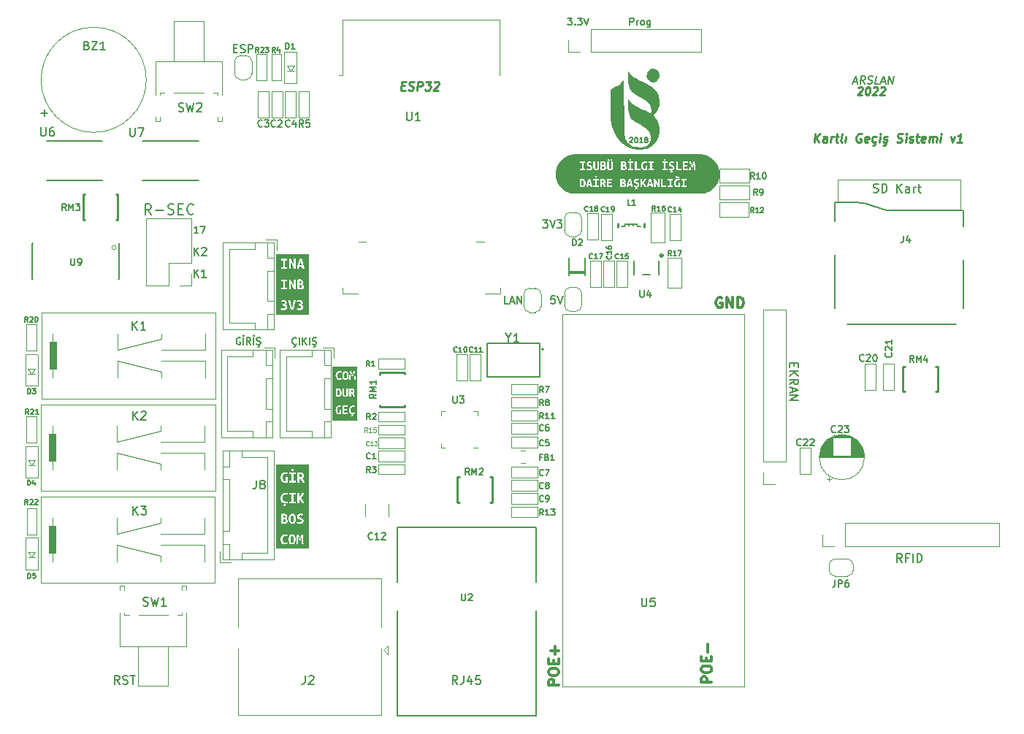
<source format=gbr>
%TF.GenerationSoftware,KiCad,Pcbnew,(6.0.5)*%
%TF.CreationDate,2022-09-05T15:54:14+03:00*%
%TF.ProjectId,KartliGecis_v1,4b617274-6c69-4476-9563-69735f76312e,v1.0*%
%TF.SameCoordinates,Original*%
%TF.FileFunction,Legend,Top*%
%TF.FilePolarity,Positive*%
%FSLAX46Y46*%
G04 Gerber Fmt 4.6, Leading zero omitted, Abs format (unit mm)*
G04 Created by KiCad (PCBNEW (6.0.5)) date 2022-09-05 15:54:14*
%MOMM*%
%LPD*%
G01*
G04 APERTURE LIST*
%ADD10C,0.150000*%
%ADD11C,0.300000*%
%ADD12C,0.200000*%
%ADD13C,0.250000*%
%ADD14C,0.225000*%
%ADD15C,0.125000*%
%ADD16C,0.190500*%
%ADD17C,0.180000*%
%ADD18C,0.158750*%
%ADD19C,0.149860*%
%ADD20C,0.120000*%
%ADD21C,0.254000*%
%ADD22C,0.100000*%
%ADD23C,0.203200*%
%ADD24C,0.127000*%
G04 APERTURE END LIST*
D10*
X114049314Y-66055142D02*
X114606457Y-66055142D01*
X114306457Y-66398000D01*
X114435028Y-66398000D01*
X114520742Y-66440857D01*
X114563600Y-66483714D01*
X114606457Y-66569428D01*
X114606457Y-66783714D01*
X114563600Y-66869428D01*
X114520742Y-66912285D01*
X114435028Y-66955142D01*
X114177885Y-66955142D01*
X114092171Y-66912285D01*
X114049314Y-66869428D01*
X114863600Y-66055142D02*
X115163600Y-66955142D01*
X115463600Y-66055142D01*
X115677885Y-66055142D02*
X116235028Y-66055142D01*
X115935028Y-66398000D01*
X116063600Y-66398000D01*
X116149314Y-66440857D01*
X116192171Y-66483714D01*
X116235028Y-66569428D01*
X116235028Y-66783714D01*
X116192171Y-66869428D01*
X116149314Y-66912285D01*
X116063600Y-66955142D01*
X115806457Y-66955142D01*
X115720742Y-66912285D01*
X115677885Y-66869428D01*
D11*
X134797914Y-75066600D02*
X134683628Y-75009457D01*
X134512200Y-75009457D01*
X134340771Y-75066600D01*
X134226485Y-75180885D01*
X134169342Y-75295171D01*
X134112200Y-75523742D01*
X134112200Y-75695171D01*
X134169342Y-75923742D01*
X134226485Y-76038028D01*
X134340771Y-76152314D01*
X134512200Y-76209457D01*
X134626485Y-76209457D01*
X134797914Y-76152314D01*
X134855057Y-76095171D01*
X134855057Y-75695171D01*
X134626485Y-75695171D01*
X135369342Y-76209457D02*
X135369342Y-75009457D01*
X136055057Y-76209457D01*
X136055057Y-75009457D01*
X136626485Y-76209457D02*
X136626485Y-75009457D01*
X136912200Y-75009457D01*
X137083628Y-75066600D01*
X137197914Y-75180885D01*
X137255057Y-75295171D01*
X137312200Y-75523742D01*
X137312200Y-75695171D01*
X137255057Y-75923742D01*
X137197914Y-76038028D01*
X137083628Y-76152314D01*
X136912200Y-76209457D01*
X136626485Y-76209457D01*
D12*
X68627885Y-65389057D02*
X68227885Y-64817628D01*
X67942171Y-65389057D02*
X67942171Y-64189057D01*
X68399314Y-64189057D01*
X68513600Y-64246200D01*
X68570742Y-64303342D01*
X68627885Y-64417628D01*
X68627885Y-64589057D01*
X68570742Y-64703342D01*
X68513600Y-64760485D01*
X68399314Y-64817628D01*
X67942171Y-64817628D01*
X69142171Y-64931914D02*
X70056457Y-64931914D01*
X70570742Y-65331914D02*
X70742171Y-65389057D01*
X71027885Y-65389057D01*
X71142171Y-65331914D01*
X71199314Y-65274771D01*
X71256457Y-65160485D01*
X71256457Y-65046200D01*
X71199314Y-64931914D01*
X71142171Y-64874771D01*
X71027885Y-64817628D01*
X70799314Y-64760485D01*
X70685028Y-64703342D01*
X70627885Y-64646200D01*
X70570742Y-64531914D01*
X70570742Y-64417628D01*
X70627885Y-64303342D01*
X70685028Y-64246200D01*
X70799314Y-64189057D01*
X71085028Y-64189057D01*
X71256457Y-64246200D01*
X71770742Y-64760485D02*
X72170742Y-64760485D01*
X72342171Y-65389057D02*
X71770742Y-65389057D01*
X71770742Y-64189057D01*
X72342171Y-64189057D01*
X73542171Y-65274771D02*
X73485028Y-65331914D01*
X73313600Y-65389057D01*
X73199314Y-65389057D01*
X73027885Y-65331914D01*
X72913600Y-65217628D01*
X72856457Y-65103342D01*
X72799314Y-64874771D01*
X72799314Y-64703342D01*
X72856457Y-64474771D01*
X72913600Y-64360485D01*
X73027885Y-64246200D01*
X73199314Y-64189057D01*
X73313600Y-64189057D01*
X73485028Y-64246200D01*
X73542171Y-64303342D01*
D13*
X97649946Y-50474571D02*
X97983279Y-50474571D01*
X98060660Y-50998380D02*
X97584470Y-50998380D01*
X97709470Y-49998380D01*
X98185660Y-49998380D01*
X98447565Y-50950761D02*
X98584470Y-50998380D01*
X98822565Y-50998380D01*
X98923755Y-50950761D01*
X98977327Y-50903142D01*
X99036851Y-50807904D01*
X99048755Y-50712666D01*
X99013041Y-50617428D01*
X98971375Y-50569809D01*
X98882089Y-50522190D01*
X98697565Y-50474571D01*
X98608279Y-50426952D01*
X98566613Y-50379333D01*
X98530898Y-50284095D01*
X98542803Y-50188857D01*
X98602327Y-50093619D01*
X98655898Y-50046000D01*
X98757089Y-49998380D01*
X98995184Y-49998380D01*
X99132089Y-50046000D01*
X99441613Y-50998380D02*
X99566613Y-49998380D01*
X99947565Y-49998380D01*
X100036851Y-50046000D01*
X100078517Y-50093619D01*
X100114232Y-50188857D01*
X100096374Y-50331714D01*
X100036851Y-50426952D01*
X99983279Y-50474571D01*
X99882089Y-50522190D01*
X99501136Y-50522190D01*
X100471375Y-49998380D02*
X101090422Y-49998380D01*
X100709470Y-50379333D01*
X100852327Y-50379333D01*
X100941613Y-50426952D01*
X100983279Y-50474571D01*
X101018994Y-50569809D01*
X100989232Y-50807904D01*
X100929708Y-50903142D01*
X100876136Y-50950761D01*
X100774946Y-50998380D01*
X100489232Y-50998380D01*
X100399946Y-50950761D01*
X100358279Y-50903142D01*
X101459470Y-50093619D02*
X101513041Y-50046000D01*
X101614232Y-49998380D01*
X101852327Y-49998380D01*
X101941613Y-50046000D01*
X101983279Y-50093619D01*
X102018994Y-50188857D01*
X102007089Y-50284095D01*
X101941613Y-50426952D01*
X101298755Y-50998380D01*
X101917803Y-50998380D01*
D10*
X73656114Y-70130142D02*
X73656114Y-69230142D01*
X74170400Y-70130142D02*
X73784685Y-69615857D01*
X74170400Y-69230142D02*
X73656114Y-69744428D01*
X74513257Y-69315857D02*
X74556114Y-69273000D01*
X74641828Y-69230142D01*
X74856114Y-69230142D01*
X74941828Y-69273000D01*
X74984685Y-69315857D01*
X75027542Y-69401571D01*
X75027542Y-69487285D01*
X74984685Y-69615857D01*
X74470400Y-70130142D01*
X75027542Y-70130142D01*
X143175028Y-82618533D02*
X143175028Y-82951866D01*
X142651219Y-83094723D02*
X142651219Y-82618533D01*
X143651219Y-82618533D01*
X143651219Y-83094723D01*
X142651219Y-83523295D02*
X143651219Y-83523295D01*
X142651219Y-84094723D02*
X143222647Y-83666152D01*
X143651219Y-84094723D02*
X143079790Y-83523295D01*
X142651219Y-85094723D02*
X143127409Y-84761390D01*
X142651219Y-84523295D02*
X143651219Y-84523295D01*
X143651219Y-84904247D01*
X143603600Y-84999485D01*
X143555980Y-85047104D01*
X143460742Y-85094723D01*
X143317885Y-85094723D01*
X143222647Y-85047104D01*
X143175028Y-84999485D01*
X143127409Y-84904247D01*
X143127409Y-84523295D01*
X142936933Y-85475676D02*
X142936933Y-85951866D01*
X142651219Y-85380438D02*
X143651219Y-85713771D01*
X142651219Y-86047104D01*
X142651219Y-86380438D02*
X143651219Y-86380438D01*
X142651219Y-86951866D01*
X143651219Y-86951866D01*
X110013028Y-75743542D02*
X109584457Y-75743542D01*
X109584457Y-74843542D01*
X110270171Y-75486400D02*
X110698742Y-75486400D01*
X110184457Y-75743542D02*
X110484457Y-74843542D01*
X110784457Y-75743542D01*
X111084457Y-75743542D02*
X111084457Y-74843542D01*
X111598742Y-75743542D01*
X111598742Y-74843542D01*
D13*
X145484908Y-57018180D02*
X145609908Y-56018180D01*
X146056336Y-57018180D02*
X145699194Y-56446752D01*
X146181336Y-56018180D02*
X145538479Y-56589609D01*
X146913479Y-57018180D02*
X146978955Y-56494371D01*
X146943241Y-56399133D01*
X146853955Y-56351514D01*
X146663479Y-56351514D01*
X146562289Y-56399133D01*
X146919432Y-56970561D02*
X146818241Y-57018180D01*
X146580146Y-57018180D01*
X146490860Y-56970561D01*
X146455146Y-56875323D01*
X146467051Y-56780085D01*
X146526575Y-56684847D01*
X146627765Y-56637228D01*
X146865860Y-56637228D01*
X146967051Y-56589609D01*
X147389670Y-57018180D02*
X147473003Y-56351514D01*
X147449194Y-56541990D02*
X147508717Y-56446752D01*
X147562289Y-56399133D01*
X147663479Y-56351514D01*
X147758717Y-56351514D01*
X147949194Y-56351514D02*
X148330146Y-56351514D01*
X148133717Y-56018180D02*
X148026575Y-56875323D01*
X148062289Y-56970561D01*
X148151575Y-57018180D01*
X148246813Y-57018180D01*
X148723003Y-57018180D02*
X148633717Y-56970561D01*
X148598003Y-56875323D01*
X148705146Y-56018180D01*
X149103955Y-57018180D02*
X149187289Y-56351514D01*
X150984908Y-56065800D02*
X150895622Y-56018180D01*
X150752765Y-56018180D01*
X150603955Y-56065800D01*
X150496813Y-56161038D01*
X150437289Y-56256276D01*
X150365860Y-56446752D01*
X150348003Y-56589609D01*
X150371813Y-56780085D01*
X150407527Y-56875323D01*
X150490860Y-56970561D01*
X150627765Y-57018180D01*
X150723003Y-57018180D01*
X150871813Y-56970561D01*
X150925384Y-56922942D01*
X150967051Y-56589609D01*
X150776575Y-56589609D01*
X151728955Y-56970561D02*
X151627765Y-57018180D01*
X151437289Y-57018180D01*
X151348003Y-56970561D01*
X151312289Y-56875323D01*
X151359908Y-56494371D01*
X151419432Y-56399133D01*
X151520622Y-56351514D01*
X151711098Y-56351514D01*
X151800384Y-56399133D01*
X151836098Y-56494371D01*
X151824194Y-56589609D01*
X151336098Y-56684847D01*
X152633717Y-56970561D02*
X152532527Y-57018180D01*
X152342051Y-57018180D01*
X152252765Y-56970561D01*
X152211098Y-56922942D01*
X152175384Y-56827704D01*
X152211098Y-56541990D01*
X152270622Y-56446752D01*
X152324194Y-56399133D01*
X152425384Y-56351514D01*
X152615860Y-56351514D01*
X152705146Y-56399133D01*
X152431336Y-57065800D02*
X152520622Y-57113419D01*
X152556336Y-57208657D01*
X152496813Y-57303895D01*
X152395622Y-57351514D01*
X152252765Y-57351514D01*
X153056336Y-57018180D02*
X153139670Y-56351514D01*
X153181336Y-56018180D02*
X153127765Y-56065800D01*
X153169432Y-56113419D01*
X153223003Y-56065800D01*
X153181336Y-56018180D01*
X153169432Y-56113419D01*
X153490860Y-56970561D02*
X153580146Y-57018180D01*
X153770622Y-57018180D01*
X153871813Y-56970561D01*
X153931336Y-56875323D01*
X153937289Y-56827704D01*
X153901575Y-56732466D01*
X153812289Y-56684847D01*
X153669432Y-56684847D01*
X153580146Y-56637228D01*
X153544432Y-56541990D01*
X153550384Y-56494371D01*
X153609908Y-56399133D01*
X153711098Y-56351514D01*
X153853955Y-56351514D01*
X153943241Y-56399133D01*
X153669432Y-57065800D02*
X153758717Y-57113419D01*
X153794432Y-57208657D01*
X153734908Y-57303895D01*
X153633717Y-57351514D01*
X153490860Y-57351514D01*
X155062289Y-56970561D02*
X155199194Y-57018180D01*
X155437289Y-57018180D01*
X155538479Y-56970561D01*
X155592051Y-56922942D01*
X155651575Y-56827704D01*
X155663479Y-56732466D01*
X155627765Y-56637228D01*
X155586098Y-56589609D01*
X155496813Y-56541990D01*
X155312289Y-56494371D01*
X155223003Y-56446752D01*
X155181336Y-56399133D01*
X155145622Y-56303895D01*
X155157527Y-56208657D01*
X155217051Y-56113419D01*
X155270622Y-56065800D01*
X155371813Y-56018180D01*
X155609908Y-56018180D01*
X155746813Y-56065800D01*
X156056336Y-57018180D02*
X156139670Y-56351514D01*
X156181336Y-56018180D02*
X156127765Y-56065800D01*
X156169432Y-56113419D01*
X156223003Y-56065800D01*
X156181336Y-56018180D01*
X156169432Y-56113419D01*
X156490860Y-56970561D02*
X156580146Y-57018180D01*
X156770622Y-57018180D01*
X156871813Y-56970561D01*
X156931336Y-56875323D01*
X156937289Y-56827704D01*
X156901574Y-56732466D01*
X156812289Y-56684847D01*
X156669432Y-56684847D01*
X156580146Y-56637228D01*
X156544432Y-56541990D01*
X156550384Y-56494371D01*
X156609908Y-56399133D01*
X156711098Y-56351514D01*
X156853955Y-56351514D01*
X156943241Y-56399133D01*
X157282527Y-56351514D02*
X157663479Y-56351514D01*
X157467051Y-56018180D02*
X157359908Y-56875323D01*
X157395622Y-56970561D01*
X157484908Y-57018180D01*
X157580146Y-57018180D01*
X158300384Y-56970561D02*
X158199194Y-57018180D01*
X158008717Y-57018180D01*
X157919432Y-56970561D01*
X157883717Y-56875323D01*
X157931336Y-56494371D01*
X157990860Y-56399133D01*
X158092051Y-56351514D01*
X158282527Y-56351514D01*
X158371813Y-56399133D01*
X158407527Y-56494371D01*
X158395622Y-56589609D01*
X157907527Y-56684847D01*
X158770622Y-57018180D02*
X158853955Y-56351514D01*
X158842051Y-56446752D02*
X158895622Y-56399133D01*
X158996813Y-56351514D01*
X159139670Y-56351514D01*
X159228955Y-56399133D01*
X159264670Y-56494371D01*
X159199194Y-57018180D01*
X159264670Y-56494371D02*
X159324194Y-56399133D01*
X159425384Y-56351514D01*
X159568241Y-56351514D01*
X159657527Y-56399133D01*
X159693241Y-56494371D01*
X159627765Y-57018180D01*
X160103955Y-57018180D02*
X160187289Y-56351514D01*
X160228955Y-56018180D02*
X160175384Y-56065800D01*
X160217051Y-56113419D01*
X160270622Y-56065800D01*
X160228955Y-56018180D01*
X160217051Y-56113419D01*
X161330146Y-56351514D02*
X161484908Y-57018180D01*
X161806336Y-56351514D01*
X162627765Y-57018180D02*
X162056336Y-57018180D01*
X162342051Y-57018180D02*
X162467051Y-56018180D01*
X162353955Y-56161038D01*
X162246813Y-56256276D01*
X162145622Y-56303895D01*
D10*
X155657657Y-105709980D02*
X155324323Y-105233790D01*
X155086228Y-105709980D02*
X155086228Y-104709980D01*
X155467180Y-104709980D01*
X155562419Y-104757600D01*
X155610038Y-104805219D01*
X155657657Y-104900457D01*
X155657657Y-105043314D01*
X155610038Y-105138552D01*
X155562419Y-105186171D01*
X155467180Y-105233790D01*
X155086228Y-105233790D01*
X156419561Y-105186171D02*
X156086228Y-105186171D01*
X156086228Y-105709980D02*
X156086228Y-104709980D01*
X156562419Y-104709980D01*
X156943371Y-105709980D02*
X156943371Y-104709980D01*
X157419561Y-105709980D02*
X157419561Y-104709980D01*
X157657657Y-104709980D01*
X157800514Y-104757600D01*
X157895752Y-104852838D01*
X157943371Y-104948076D01*
X157990990Y-105138552D01*
X157990990Y-105281409D01*
X157943371Y-105471885D01*
X157895752Y-105567123D01*
X157800514Y-105662361D01*
X157657657Y-105709980D01*
X157419561Y-105709980D01*
D14*
X150619723Y-50697657D02*
X150667937Y-50654800D01*
X150759008Y-50611942D01*
X150973294Y-50611942D01*
X151053651Y-50654800D01*
X151091151Y-50697657D01*
X151123294Y-50783371D01*
X151112580Y-50869085D01*
X151053651Y-50997657D01*
X150475080Y-51511942D01*
X151032223Y-51511942D01*
X151701866Y-50611942D02*
X151787580Y-50611942D01*
X151867937Y-50654800D01*
X151905437Y-50697657D01*
X151937580Y-50783371D01*
X151959008Y-50954800D01*
X151932223Y-51169085D01*
X151867937Y-51340514D01*
X151814366Y-51426228D01*
X151766151Y-51469085D01*
X151675080Y-51511942D01*
X151589366Y-51511942D01*
X151509008Y-51469085D01*
X151471508Y-51426228D01*
X151439366Y-51340514D01*
X151417937Y-51169085D01*
X151444723Y-50954800D01*
X151509008Y-50783371D01*
X151562580Y-50697657D01*
X151610794Y-50654800D01*
X151701866Y-50611942D01*
X152334008Y-50697657D02*
X152382223Y-50654800D01*
X152473294Y-50611942D01*
X152687580Y-50611942D01*
X152767937Y-50654800D01*
X152805437Y-50697657D01*
X152837580Y-50783371D01*
X152826866Y-50869085D01*
X152767937Y-50997657D01*
X152189366Y-51511942D01*
X152746508Y-51511942D01*
X153191151Y-50697657D02*
X153239366Y-50654800D01*
X153330437Y-50611942D01*
X153544723Y-50611942D01*
X153625080Y-50654800D01*
X153662580Y-50697657D01*
X153694723Y-50783371D01*
X153684008Y-50869085D01*
X153625080Y-50997657D01*
X153046508Y-51511942D01*
X153603651Y-51511942D01*
D12*
X85445714Y-80397314D02*
X85407619Y-80435409D01*
X85293333Y-80473504D01*
X85217142Y-80473504D01*
X85102857Y-80435409D01*
X85026666Y-80359219D01*
X84988571Y-80283028D01*
X84950476Y-80130647D01*
X84950476Y-80016361D01*
X84988571Y-79863980D01*
X85026666Y-79787790D01*
X85102857Y-79711600D01*
X85217142Y-79673504D01*
X85293333Y-79673504D01*
X85407619Y-79711600D01*
X85445714Y-79749695D01*
X85255238Y-80511600D02*
X85331428Y-80549695D01*
X85369523Y-80625885D01*
X85331428Y-80702076D01*
X85255238Y-80740171D01*
X85140952Y-80740171D01*
X85788571Y-80473504D02*
X85788571Y-79673504D01*
X86169523Y-80473504D02*
X86169523Y-79673504D01*
X86626666Y-80473504D02*
X86283809Y-80016361D01*
X86626666Y-79673504D02*
X86169523Y-80130647D01*
X86969523Y-80473504D02*
X86969523Y-79673504D01*
X87312380Y-80435409D02*
X87426666Y-80473504D01*
X87617142Y-80473504D01*
X87693333Y-80435409D01*
X87731428Y-80397314D01*
X87769523Y-80321123D01*
X87769523Y-80244933D01*
X87731428Y-80168742D01*
X87693333Y-80130647D01*
X87617142Y-80092552D01*
X87464761Y-80054457D01*
X87388571Y-80016361D01*
X87350476Y-79978266D01*
X87312380Y-79902076D01*
X87312380Y-79825885D01*
X87350476Y-79749695D01*
X87388571Y-79711600D01*
X87464761Y-79673504D01*
X87655238Y-79673504D01*
X87769523Y-79711600D01*
X87540952Y-80511600D02*
X87617142Y-80549695D01*
X87655238Y-80625885D01*
X87617142Y-80702076D01*
X87540952Y-80740171D01*
X87426666Y-80740171D01*
D11*
X133613457Y-119652771D02*
X132413457Y-119652771D01*
X132413457Y-119195628D01*
X132470600Y-119081342D01*
X132527742Y-119024200D01*
X132642028Y-118967057D01*
X132813457Y-118967057D01*
X132927742Y-119024200D01*
X132984885Y-119081342D01*
X133042028Y-119195628D01*
X133042028Y-119652771D01*
X132413457Y-118224200D02*
X132413457Y-117995628D01*
X132470600Y-117881342D01*
X132584885Y-117767057D01*
X132813457Y-117709914D01*
X133213457Y-117709914D01*
X133442028Y-117767057D01*
X133556314Y-117881342D01*
X133613457Y-117995628D01*
X133613457Y-118224200D01*
X133556314Y-118338485D01*
X133442028Y-118452771D01*
X133213457Y-118509914D01*
X132813457Y-118509914D01*
X132584885Y-118452771D01*
X132470600Y-118338485D01*
X132413457Y-118224200D01*
X132984885Y-117195628D02*
X132984885Y-116795628D01*
X133613457Y-116624200D02*
X133613457Y-117195628D01*
X132413457Y-117195628D01*
X132413457Y-116624200D01*
X133156314Y-116109914D02*
X133156314Y-115195628D01*
D12*
X74076353Y-67544904D02*
X73619210Y-67544904D01*
X73847781Y-67544904D02*
X73847781Y-66744904D01*
X73771591Y-66859190D01*
X73695400Y-66935380D01*
X73619210Y-66973476D01*
X74343019Y-66744904D02*
X74876353Y-66744904D01*
X74533495Y-67544904D01*
D10*
X115449371Y-74843542D02*
X115020800Y-74843542D01*
X114977942Y-75272114D01*
X115020800Y-75229257D01*
X115106514Y-75186400D01*
X115320800Y-75186400D01*
X115406514Y-75229257D01*
X115449371Y-75272114D01*
X115492228Y-75357828D01*
X115492228Y-75572114D01*
X115449371Y-75657828D01*
X115406514Y-75700685D01*
X115320800Y-75743542D01*
X115106514Y-75743542D01*
X115020800Y-75700685D01*
X114977942Y-75657828D01*
X115749371Y-74843542D02*
X116049371Y-75743542D01*
X116349371Y-74843542D01*
D12*
X150032651Y-49984800D02*
X150461223Y-49984800D01*
X149914794Y-50241942D02*
X150327294Y-49341942D01*
X150514794Y-50241942D01*
X151329080Y-50241942D02*
X151082651Y-49813371D01*
X150814794Y-50241942D02*
X150927294Y-49341942D01*
X151270151Y-49341942D01*
X151350508Y-49384800D01*
X151388008Y-49427657D01*
X151420151Y-49513371D01*
X151404080Y-49641942D01*
X151350508Y-49727657D01*
X151302294Y-49770514D01*
X151211223Y-49813371D01*
X150868366Y-49813371D01*
X151677294Y-50199085D02*
X151800508Y-50241942D01*
X152014794Y-50241942D01*
X152105866Y-50199085D01*
X152154080Y-50156228D01*
X152207651Y-50070514D01*
X152218366Y-49984800D01*
X152186223Y-49899085D01*
X152148723Y-49856228D01*
X152068366Y-49813371D01*
X151902294Y-49770514D01*
X151821937Y-49727657D01*
X151784437Y-49684800D01*
X151752294Y-49599085D01*
X151763008Y-49513371D01*
X151816580Y-49427657D01*
X151864794Y-49384800D01*
X151955866Y-49341942D01*
X152170151Y-49341942D01*
X152293366Y-49384800D01*
X153000508Y-50241942D02*
X152571937Y-50241942D01*
X152684437Y-49341942D01*
X153289794Y-49984800D02*
X153718366Y-49984800D01*
X153171937Y-50241942D02*
X153584437Y-49341942D01*
X153771937Y-50241942D01*
X154071937Y-50241942D02*
X154184437Y-49341942D01*
X154586223Y-50241942D01*
X154698723Y-49341942D01*
D10*
X78227371Y-46163714D02*
X78527371Y-46163714D01*
X78655942Y-46635142D02*
X78227371Y-46635142D01*
X78227371Y-45735142D01*
X78655942Y-45735142D01*
X78998800Y-46592285D02*
X79127371Y-46635142D01*
X79341657Y-46635142D01*
X79427371Y-46592285D01*
X79470228Y-46549428D01*
X79513085Y-46463714D01*
X79513085Y-46378000D01*
X79470228Y-46292285D01*
X79427371Y-46249428D01*
X79341657Y-46206571D01*
X79170228Y-46163714D01*
X79084514Y-46120857D01*
X79041657Y-46078000D01*
X78998800Y-45992285D01*
X78998800Y-45906571D01*
X79041657Y-45820857D01*
X79084514Y-45778000D01*
X79170228Y-45735142D01*
X79384514Y-45735142D01*
X79513085Y-45778000D01*
X79898800Y-46635142D02*
X79898800Y-45735142D01*
X80241657Y-45735142D01*
X80327371Y-45778000D01*
X80370228Y-45820857D01*
X80413085Y-45906571D01*
X80413085Y-46035142D01*
X80370228Y-46120857D01*
X80327371Y-46163714D01*
X80241657Y-46206571D01*
X79898800Y-46206571D01*
X116929047Y-42614904D02*
X117424285Y-42614904D01*
X117157619Y-42919666D01*
X117271904Y-42919666D01*
X117348095Y-42957761D01*
X117386190Y-42995857D01*
X117424285Y-43072047D01*
X117424285Y-43262523D01*
X117386190Y-43338714D01*
X117348095Y-43376809D01*
X117271904Y-43414904D01*
X117043333Y-43414904D01*
X116967142Y-43376809D01*
X116929047Y-43338714D01*
X117767142Y-43338714D02*
X117805238Y-43376809D01*
X117767142Y-43414904D01*
X117729047Y-43376809D01*
X117767142Y-43338714D01*
X117767142Y-43414904D01*
X118071904Y-42614904D02*
X118567142Y-42614904D01*
X118300476Y-42919666D01*
X118414761Y-42919666D01*
X118490952Y-42957761D01*
X118529047Y-42995857D01*
X118567142Y-43072047D01*
X118567142Y-43262523D01*
X118529047Y-43338714D01*
X118490952Y-43376809D01*
X118414761Y-43414904D01*
X118186190Y-43414904D01*
X118110000Y-43376809D01*
X118071904Y-43338714D01*
X118795714Y-42614904D02*
X119062380Y-43414904D01*
X119329047Y-42614904D01*
X73656114Y-72670142D02*
X73656114Y-71770142D01*
X74170400Y-72670142D02*
X73784685Y-72155857D01*
X74170400Y-71770142D02*
X73656114Y-72284428D01*
X75027542Y-72670142D02*
X74513257Y-72670142D01*
X74770400Y-72670142D02*
X74770400Y-71770142D01*
X74684685Y-71898714D01*
X74598971Y-71984428D01*
X74513257Y-72027285D01*
X64958980Y-119857780D02*
X64625647Y-119381590D01*
X64387552Y-119857780D02*
X64387552Y-118857780D01*
X64768504Y-118857780D01*
X64863742Y-118905400D01*
X64911361Y-118953019D01*
X64958980Y-119048257D01*
X64958980Y-119191114D01*
X64911361Y-119286352D01*
X64863742Y-119333971D01*
X64768504Y-119381590D01*
X64387552Y-119381590D01*
X65339933Y-119810161D02*
X65482790Y-119857780D01*
X65720885Y-119857780D01*
X65816123Y-119810161D01*
X65863742Y-119762542D01*
X65911361Y-119667304D01*
X65911361Y-119572066D01*
X65863742Y-119476828D01*
X65816123Y-119429209D01*
X65720885Y-119381590D01*
X65530409Y-119333971D01*
X65435171Y-119286352D01*
X65387552Y-119238733D01*
X65339933Y-119143495D01*
X65339933Y-119048257D01*
X65387552Y-118953019D01*
X65435171Y-118905400D01*
X65530409Y-118857780D01*
X65768504Y-118857780D01*
X65911361Y-118905400D01*
X66197076Y-118857780D02*
X66768504Y-118857780D01*
X66482790Y-119857780D02*
X66482790Y-118857780D01*
D12*
X78956019Y-79711600D02*
X78879828Y-79673504D01*
X78765542Y-79673504D01*
X78651257Y-79711600D01*
X78575066Y-79787790D01*
X78536971Y-79863980D01*
X78498876Y-80016361D01*
X78498876Y-80130647D01*
X78536971Y-80283028D01*
X78575066Y-80359219D01*
X78651257Y-80435409D01*
X78765542Y-80473504D01*
X78841733Y-80473504D01*
X78956019Y-80435409D01*
X78994114Y-80397314D01*
X78994114Y-80130647D01*
X78841733Y-80130647D01*
X79336971Y-80473504D02*
X79336971Y-79673504D01*
X79336971Y-79406838D02*
X79298876Y-79444933D01*
X79336971Y-79483028D01*
X79375066Y-79444933D01*
X79336971Y-79406838D01*
X79336971Y-79483028D01*
X80175066Y-80473504D02*
X79908400Y-80092552D01*
X79717923Y-80473504D02*
X79717923Y-79673504D01*
X80022685Y-79673504D01*
X80098876Y-79711600D01*
X80136971Y-79749695D01*
X80175066Y-79825885D01*
X80175066Y-79940171D01*
X80136971Y-80016361D01*
X80098876Y-80054457D01*
X80022685Y-80092552D01*
X79717923Y-80092552D01*
X80517923Y-80473504D02*
X80517923Y-79673504D01*
X80517923Y-79406838D02*
X80479828Y-79444933D01*
X80517923Y-79483028D01*
X80556019Y-79444933D01*
X80517923Y-79406838D01*
X80517923Y-79483028D01*
X80860780Y-80435409D02*
X80975066Y-80473504D01*
X81165542Y-80473504D01*
X81241733Y-80435409D01*
X81279828Y-80397314D01*
X81317923Y-80321123D01*
X81317923Y-80244933D01*
X81279828Y-80168742D01*
X81241733Y-80130647D01*
X81165542Y-80092552D01*
X81013161Y-80054457D01*
X80936971Y-80016361D01*
X80898876Y-79978266D01*
X80860780Y-79902076D01*
X80860780Y-79825885D01*
X80898876Y-79749695D01*
X80936971Y-79711600D01*
X81013161Y-79673504D01*
X81203638Y-79673504D01*
X81317923Y-79711600D01*
X81089352Y-80511600D02*
X81165542Y-80549695D01*
X81203638Y-80625885D01*
X81165542Y-80702076D01*
X81089352Y-80740171D01*
X80975066Y-80740171D01*
D11*
X115884257Y-119957571D02*
X114684257Y-119957571D01*
X114684257Y-119500428D01*
X114741400Y-119386142D01*
X114798542Y-119329000D01*
X114912828Y-119271857D01*
X115084257Y-119271857D01*
X115198542Y-119329000D01*
X115255685Y-119386142D01*
X115312828Y-119500428D01*
X115312828Y-119957571D01*
X114684257Y-118529000D02*
X114684257Y-118300428D01*
X114741400Y-118186142D01*
X114855685Y-118071857D01*
X115084257Y-118014714D01*
X115484257Y-118014714D01*
X115712828Y-118071857D01*
X115827114Y-118186142D01*
X115884257Y-118300428D01*
X115884257Y-118529000D01*
X115827114Y-118643285D01*
X115712828Y-118757571D01*
X115484257Y-118814714D01*
X115084257Y-118814714D01*
X114855685Y-118757571D01*
X114741400Y-118643285D01*
X114684257Y-118529000D01*
X115255685Y-117500428D02*
X115255685Y-117100428D01*
X115884257Y-116929000D02*
X115884257Y-117500428D01*
X114684257Y-117500428D01*
X114684257Y-116929000D01*
X115427114Y-116414714D02*
X115427114Y-115500428D01*
X115884257Y-115957571D02*
X114969971Y-115957571D01*
D10*
%TO.C,BZ1*%
X61161247Y-45800971D02*
X61304104Y-45848590D01*
X61351723Y-45896209D01*
X61399342Y-45991447D01*
X61399342Y-46134304D01*
X61351723Y-46229542D01*
X61304104Y-46277161D01*
X61208866Y-46324780D01*
X60827914Y-46324780D01*
X60827914Y-45324780D01*
X61161247Y-45324780D01*
X61256485Y-45372400D01*
X61304104Y-45420019D01*
X61351723Y-45515257D01*
X61351723Y-45610495D01*
X61304104Y-45705733D01*
X61256485Y-45753352D01*
X61161247Y-45800971D01*
X60827914Y-45800971D01*
X61732676Y-45324780D02*
X62399342Y-45324780D01*
X61732676Y-46324780D01*
X62399342Y-46324780D01*
X63304104Y-46324780D02*
X62732676Y-46324780D01*
X63018390Y-46324780D02*
X63018390Y-45324780D01*
X62923152Y-45467638D01*
X62827914Y-45562876D01*
X62732676Y-45610495D01*
X55870047Y-53614628D02*
X56631952Y-53614628D01*
X56251000Y-53995580D02*
X56251000Y-53233676D01*
%TO.C,C1*%
X94031219Y-93671200D02*
X93997886Y-93704533D01*
X93897886Y-93737866D01*
X93831219Y-93737866D01*
X93731219Y-93704533D01*
X93664552Y-93637866D01*
X93631219Y-93571200D01*
X93597886Y-93437866D01*
X93597886Y-93337866D01*
X93631219Y-93204533D01*
X93664552Y-93137866D01*
X93731219Y-93071200D01*
X93831219Y-93037866D01*
X93897886Y-93037866D01*
X93997886Y-93071200D01*
X94031219Y-93104533D01*
X94697886Y-93737866D02*
X94297886Y-93737866D01*
X94497886Y-93737866D02*
X94497886Y-93037866D01*
X94431219Y-93137866D01*
X94364552Y-93204533D01*
X94297886Y-93237866D01*
%TO.C,C7*%
X114078600Y-95601600D02*
X114045267Y-95634933D01*
X113945267Y-95668266D01*
X113878600Y-95668266D01*
X113778600Y-95634933D01*
X113711933Y-95568266D01*
X113678600Y-95501600D01*
X113645267Y-95368266D01*
X113645267Y-95268266D01*
X113678600Y-95134933D01*
X113711933Y-95068266D01*
X113778600Y-95001600D01*
X113878600Y-94968266D01*
X113945267Y-94968266D01*
X114045267Y-95001600D01*
X114078600Y-95034933D01*
X114311933Y-94968266D02*
X114778600Y-94968266D01*
X114478600Y-95668266D01*
%TO.C,C8*%
X114078600Y-97100200D02*
X114045267Y-97133533D01*
X113945267Y-97166866D01*
X113878600Y-97166866D01*
X113778600Y-97133533D01*
X113711933Y-97066866D01*
X113678600Y-97000200D01*
X113645267Y-96866866D01*
X113645267Y-96766866D01*
X113678600Y-96633533D01*
X113711933Y-96566866D01*
X113778600Y-96500200D01*
X113878600Y-96466866D01*
X113945267Y-96466866D01*
X114045267Y-96500200D01*
X114078600Y-96533533D01*
X114478600Y-96766866D02*
X114411933Y-96733533D01*
X114378600Y-96700200D01*
X114345267Y-96633533D01*
X114345267Y-96600200D01*
X114378600Y-96533533D01*
X114411933Y-96500200D01*
X114478600Y-96466866D01*
X114611933Y-96466866D01*
X114678600Y-96500200D01*
X114711933Y-96533533D01*
X114745267Y-96600200D01*
X114745267Y-96633533D01*
X114711933Y-96700200D01*
X114678600Y-96733533D01*
X114611933Y-96766866D01*
X114478600Y-96766866D01*
X114411933Y-96800200D01*
X114378600Y-96833533D01*
X114345267Y-96900200D01*
X114345267Y-97033533D01*
X114378600Y-97100200D01*
X114411933Y-97133533D01*
X114478600Y-97166866D01*
X114611933Y-97166866D01*
X114678600Y-97133533D01*
X114711933Y-97100200D01*
X114745267Y-97033533D01*
X114745267Y-96900200D01*
X114711933Y-96833533D01*
X114678600Y-96800200D01*
X114611933Y-96766866D01*
%TO.C,C9*%
X114078600Y-98598800D02*
X114045267Y-98632133D01*
X113945267Y-98665466D01*
X113878600Y-98665466D01*
X113778600Y-98632133D01*
X113711933Y-98565466D01*
X113678600Y-98498800D01*
X113645267Y-98365466D01*
X113645267Y-98265466D01*
X113678600Y-98132133D01*
X113711933Y-98065466D01*
X113778600Y-97998800D01*
X113878600Y-97965466D01*
X113945267Y-97965466D01*
X114045267Y-97998800D01*
X114078600Y-98032133D01*
X114411933Y-98665466D02*
X114545267Y-98665466D01*
X114611933Y-98632133D01*
X114645267Y-98598800D01*
X114711933Y-98498800D01*
X114745267Y-98365466D01*
X114745267Y-98098800D01*
X114711933Y-98032133D01*
X114678600Y-97998800D01*
X114611933Y-97965466D01*
X114478600Y-97965466D01*
X114411933Y-97998800D01*
X114378600Y-98032133D01*
X114345267Y-98098800D01*
X114345267Y-98265466D01*
X114378600Y-98332133D01*
X114411933Y-98365466D01*
X114478600Y-98398800D01*
X114611933Y-98398800D01*
X114678600Y-98365466D01*
X114711933Y-98332133D01*
X114745267Y-98265466D01*
%TO.C,C12*%
X94278514Y-103003314D02*
X94240419Y-103041409D01*
X94126133Y-103079504D01*
X94049942Y-103079504D01*
X93935657Y-103041409D01*
X93859466Y-102965219D01*
X93821371Y-102889028D01*
X93783276Y-102736647D01*
X93783276Y-102622361D01*
X93821371Y-102469980D01*
X93859466Y-102393790D01*
X93935657Y-102317600D01*
X94049942Y-102279504D01*
X94126133Y-102279504D01*
X94240419Y-102317600D01*
X94278514Y-102355695D01*
X95040419Y-103079504D02*
X94583276Y-103079504D01*
X94811847Y-103079504D02*
X94811847Y-102279504D01*
X94735657Y-102393790D01*
X94659466Y-102469980D01*
X94583276Y-102508076D01*
X95345180Y-102355695D02*
X95383276Y-102317600D01*
X95459466Y-102279504D01*
X95649942Y-102279504D01*
X95726133Y-102317600D01*
X95764228Y-102355695D01*
X95802323Y-102431885D01*
X95802323Y-102508076D01*
X95764228Y-102622361D01*
X95307085Y-103079504D01*
X95802323Y-103079504D01*
D15*
%TO.C,C13*%
X93856814Y-92126571D02*
X93833004Y-92150380D01*
X93761576Y-92174190D01*
X93713957Y-92174190D01*
X93642528Y-92150380D01*
X93594909Y-92102761D01*
X93571100Y-92055142D01*
X93547290Y-91959904D01*
X93547290Y-91888476D01*
X93571100Y-91793238D01*
X93594909Y-91745619D01*
X93642528Y-91698000D01*
X93713957Y-91674190D01*
X93761576Y-91674190D01*
X93833004Y-91698000D01*
X93856814Y-91721809D01*
X94333004Y-92174190D02*
X94047290Y-92174190D01*
X94190147Y-92174190D02*
X94190147Y-91674190D01*
X94142528Y-91745619D01*
X94094909Y-91793238D01*
X94047290Y-91817047D01*
X94499671Y-91674190D02*
X94809195Y-91674190D01*
X94642528Y-91864666D01*
X94713957Y-91864666D01*
X94761576Y-91888476D01*
X94785385Y-91912285D01*
X94809195Y-91959904D01*
X94809195Y-92078952D01*
X94785385Y-92126571D01*
X94761576Y-92150380D01*
X94713957Y-92174190D01*
X94571100Y-92174190D01*
X94523481Y-92150380D01*
X94499671Y-92126571D01*
D10*
%TO.C,C14*%
X128951085Y-65028885D02*
X128922514Y-65057457D01*
X128836800Y-65086028D01*
X128779657Y-65086028D01*
X128693942Y-65057457D01*
X128636800Y-65000314D01*
X128608228Y-64943171D01*
X128579657Y-64828885D01*
X128579657Y-64743171D01*
X128608228Y-64628885D01*
X128636800Y-64571742D01*
X128693942Y-64514600D01*
X128779657Y-64486028D01*
X128836800Y-64486028D01*
X128922514Y-64514600D01*
X128951085Y-64543171D01*
X129522514Y-65086028D02*
X129179657Y-65086028D01*
X129351085Y-65086028D02*
X129351085Y-64486028D01*
X129293942Y-64571742D01*
X129236800Y-64628885D01*
X129179657Y-64657457D01*
X130036800Y-64686028D02*
X130036800Y-65086028D01*
X129893942Y-64457457D02*
X129751085Y-64886028D01*
X130122514Y-64886028D01*
%TO.C,C20*%
X151250714Y-82327714D02*
X151212619Y-82365809D01*
X151098333Y-82403904D01*
X151022142Y-82403904D01*
X150907857Y-82365809D01*
X150831666Y-82289619D01*
X150793571Y-82213428D01*
X150755476Y-82061047D01*
X150755476Y-81946761D01*
X150793571Y-81794380D01*
X150831666Y-81718190D01*
X150907857Y-81642000D01*
X151022142Y-81603904D01*
X151098333Y-81603904D01*
X151212619Y-81642000D01*
X151250714Y-81680095D01*
X151555476Y-81680095D02*
X151593571Y-81642000D01*
X151669761Y-81603904D01*
X151860238Y-81603904D01*
X151936428Y-81642000D01*
X151974523Y-81680095D01*
X152012619Y-81756285D01*
X152012619Y-81832476D01*
X151974523Y-81946761D01*
X151517380Y-82403904D01*
X152012619Y-82403904D01*
X152507857Y-81603904D02*
X152584047Y-81603904D01*
X152660238Y-81642000D01*
X152698333Y-81680095D01*
X152736428Y-81756285D01*
X152774523Y-81908666D01*
X152774523Y-82099142D01*
X152736428Y-82251523D01*
X152698333Y-82327714D01*
X152660238Y-82365809D01*
X152584047Y-82403904D01*
X152507857Y-82403904D01*
X152431666Y-82365809D01*
X152393571Y-82327714D01*
X152355476Y-82251523D01*
X152317380Y-82099142D01*
X152317380Y-81908666D01*
X152355476Y-81756285D01*
X152393571Y-81680095D01*
X152431666Y-81642000D01*
X152507857Y-81603904D01*
%TO.C,C22*%
X143960914Y-92132114D02*
X143922819Y-92170209D01*
X143808533Y-92208304D01*
X143732342Y-92208304D01*
X143618057Y-92170209D01*
X143541866Y-92094019D01*
X143503771Y-92017828D01*
X143465676Y-91865447D01*
X143465676Y-91751161D01*
X143503771Y-91598780D01*
X143541866Y-91522590D01*
X143618057Y-91446400D01*
X143732342Y-91408304D01*
X143808533Y-91408304D01*
X143922819Y-91446400D01*
X143960914Y-91484495D01*
X144265676Y-91484495D02*
X144303771Y-91446400D01*
X144379961Y-91408304D01*
X144570438Y-91408304D01*
X144646628Y-91446400D01*
X144684723Y-91484495D01*
X144722819Y-91560685D01*
X144722819Y-91636876D01*
X144684723Y-91751161D01*
X144227580Y-92208304D01*
X144722819Y-92208304D01*
X145027580Y-91484495D02*
X145065676Y-91446400D01*
X145141866Y-91408304D01*
X145332342Y-91408304D01*
X145408533Y-91446400D01*
X145446628Y-91484495D01*
X145484723Y-91560685D01*
X145484723Y-91636876D01*
X145446628Y-91751161D01*
X144989485Y-92208304D01*
X145484723Y-92208304D01*
%TO.C,J2*%
X86483866Y-118857780D02*
X86483866Y-119572066D01*
X86436247Y-119714923D01*
X86341009Y-119810161D01*
X86198152Y-119857780D01*
X86102914Y-119857780D01*
X86912438Y-118953019D02*
X86960057Y-118905400D01*
X87055295Y-118857780D01*
X87293390Y-118857780D01*
X87388628Y-118905400D01*
X87436247Y-118953019D01*
X87483866Y-119048257D01*
X87483866Y-119143495D01*
X87436247Y-119286352D01*
X86864819Y-119857780D01*
X87483866Y-119857780D01*
%TO.C,J4*%
X155816333Y-67862504D02*
X155816333Y-68433933D01*
X155778238Y-68548219D01*
X155702047Y-68624409D01*
X155587761Y-68662504D01*
X155511571Y-68662504D01*
X156540142Y-68129171D02*
X156540142Y-68662504D01*
X156349666Y-67824409D02*
X156159190Y-68395838D01*
X156654428Y-68395838D01*
X152352714Y-62795761D02*
X152495571Y-62843380D01*
X152733666Y-62843380D01*
X152828904Y-62795761D01*
X152876523Y-62748142D01*
X152924142Y-62652904D01*
X152924142Y-62557666D01*
X152876523Y-62462428D01*
X152828904Y-62414809D01*
X152733666Y-62367190D01*
X152543190Y-62319571D01*
X152447952Y-62271952D01*
X152400333Y-62224333D01*
X152352714Y-62129095D01*
X152352714Y-62033857D01*
X152400333Y-61938619D01*
X152447952Y-61891000D01*
X152543190Y-61843380D01*
X152781285Y-61843380D01*
X152924142Y-61891000D01*
X153352714Y-62843380D02*
X153352714Y-61843380D01*
X153590809Y-61843380D01*
X153733666Y-61891000D01*
X153828904Y-61986238D01*
X153876523Y-62081476D01*
X153924142Y-62271952D01*
X153924142Y-62414809D01*
X153876523Y-62605285D01*
X153828904Y-62700523D01*
X153733666Y-62795761D01*
X153590809Y-62843380D01*
X153352714Y-62843380D01*
X155114619Y-62843380D02*
X155114619Y-61843380D01*
X155686047Y-62843380D02*
X155257476Y-62271952D01*
X155686047Y-61843380D02*
X155114619Y-62414809D01*
X156543190Y-62843380D02*
X156543190Y-62319571D01*
X156495571Y-62224333D01*
X156400333Y-62176714D01*
X156209857Y-62176714D01*
X156114619Y-62224333D01*
X156543190Y-62795761D02*
X156447952Y-62843380D01*
X156209857Y-62843380D01*
X156114619Y-62795761D01*
X156067000Y-62700523D01*
X156067000Y-62605285D01*
X156114619Y-62510047D01*
X156209857Y-62462428D01*
X156447952Y-62462428D01*
X156543190Y-62414809D01*
X157019380Y-62843380D02*
X157019380Y-62176714D01*
X157019380Y-62367190D02*
X157067000Y-62271952D01*
X157114619Y-62224333D01*
X157209857Y-62176714D01*
X157305095Y-62176714D01*
X157495571Y-62176714D02*
X157876523Y-62176714D01*
X157638428Y-61843380D02*
X157638428Y-62700523D01*
X157686047Y-62795761D01*
X157781285Y-62843380D01*
X157876523Y-62843380D01*
%TO.C,R1*%
X93950267Y-82973828D02*
X93750267Y-82688114D01*
X93607409Y-82973828D02*
X93607409Y-82373828D01*
X93835981Y-82373828D01*
X93893124Y-82402400D01*
X93921695Y-82430971D01*
X93950267Y-82488114D01*
X93950267Y-82573828D01*
X93921695Y-82630971D01*
X93893124Y-82659542D01*
X93835981Y-82688114D01*
X93607409Y-82688114D01*
X94521695Y-82973828D02*
X94178838Y-82973828D01*
X94350267Y-82973828D02*
X94350267Y-82373828D01*
X94293124Y-82459542D01*
X94235981Y-82516685D01*
X94178838Y-82545257D01*
%TO.C,R2*%
X94031219Y-89165866D02*
X93797886Y-88832533D01*
X93631219Y-89165866D02*
X93631219Y-88465866D01*
X93897886Y-88465866D01*
X93964552Y-88499200D01*
X93997886Y-88532533D01*
X94031219Y-88599200D01*
X94031219Y-88699200D01*
X93997886Y-88765866D01*
X93964552Y-88799200D01*
X93897886Y-88832533D01*
X93631219Y-88832533D01*
X94297886Y-88532533D02*
X94331219Y-88499200D01*
X94397886Y-88465866D01*
X94564552Y-88465866D01*
X94631219Y-88499200D01*
X94664552Y-88532533D01*
X94697886Y-88599200D01*
X94697886Y-88665866D01*
X94664552Y-88765866D01*
X94264552Y-89165866D01*
X94697886Y-89165866D01*
%TO.C,R3*%
X94031219Y-95312666D02*
X93797886Y-94979333D01*
X93631219Y-95312666D02*
X93631219Y-94612666D01*
X93897886Y-94612666D01*
X93964552Y-94646000D01*
X93997886Y-94679333D01*
X94031219Y-94746000D01*
X94031219Y-94846000D01*
X93997886Y-94912666D01*
X93964552Y-94946000D01*
X93897886Y-94979333D01*
X93631219Y-94979333D01*
X94264552Y-94612666D02*
X94697886Y-94612666D01*
X94464552Y-94879333D01*
X94564552Y-94879333D01*
X94631219Y-94912666D01*
X94664552Y-94946000D01*
X94697886Y-95012666D01*
X94697886Y-95179333D01*
X94664552Y-95246000D01*
X94631219Y-95279333D01*
X94564552Y-95312666D01*
X94364552Y-95312666D01*
X94297886Y-95279333D01*
X94264552Y-95246000D01*
%TO.C,R8*%
X114078600Y-87540266D02*
X113845267Y-87206933D01*
X113678600Y-87540266D02*
X113678600Y-86840266D01*
X113945267Y-86840266D01*
X114011933Y-86873600D01*
X114045267Y-86906933D01*
X114078600Y-86973600D01*
X114078600Y-87073600D01*
X114045267Y-87140266D01*
X114011933Y-87173600D01*
X113945267Y-87206933D01*
X113678600Y-87206933D01*
X114478600Y-87140266D02*
X114411933Y-87106933D01*
X114378600Y-87073600D01*
X114345267Y-87006933D01*
X114345267Y-86973600D01*
X114378600Y-86906933D01*
X114411933Y-86873600D01*
X114478600Y-86840266D01*
X114611933Y-86840266D01*
X114678600Y-86873600D01*
X114711933Y-86906933D01*
X114745267Y-86973600D01*
X114745267Y-87006933D01*
X114711933Y-87073600D01*
X114678600Y-87106933D01*
X114611933Y-87140266D01*
X114478600Y-87140266D01*
X114411933Y-87173600D01*
X114378600Y-87206933D01*
X114345267Y-87273600D01*
X114345267Y-87406933D01*
X114378600Y-87473600D01*
X114411933Y-87506933D01*
X114478600Y-87540266D01*
X114611933Y-87540266D01*
X114678600Y-87506933D01*
X114711933Y-87473600D01*
X114745267Y-87406933D01*
X114745267Y-87273600D01*
X114711933Y-87206933D01*
X114678600Y-87173600D01*
X114611933Y-87140266D01*
%TO.C,R11*%
X114078600Y-89089666D02*
X113845266Y-88756333D01*
X113678600Y-89089666D02*
X113678600Y-88389666D01*
X113945266Y-88389666D01*
X114011933Y-88423000D01*
X114045266Y-88456333D01*
X114078600Y-88523000D01*
X114078600Y-88623000D01*
X114045266Y-88689666D01*
X114011933Y-88723000D01*
X113945266Y-88756333D01*
X113678600Y-88756333D01*
X114745266Y-89089666D02*
X114345266Y-89089666D01*
X114545266Y-89089666D02*
X114545266Y-88389666D01*
X114478600Y-88489666D01*
X114411933Y-88556333D01*
X114345266Y-88589666D01*
X115411933Y-89089666D02*
X115011933Y-89089666D01*
X115211933Y-89089666D02*
X115211933Y-88389666D01*
X115145266Y-88489666D01*
X115078600Y-88556333D01*
X115011933Y-88589666D01*
D15*
%TO.C,R15*%
X93677228Y-90622009D02*
X93493895Y-90360104D01*
X93362942Y-90622009D02*
X93362942Y-90072009D01*
X93572466Y-90072009D01*
X93624847Y-90098200D01*
X93651038Y-90124390D01*
X93677228Y-90176771D01*
X93677228Y-90255342D01*
X93651038Y-90307723D01*
X93624847Y-90333914D01*
X93572466Y-90360104D01*
X93362942Y-90360104D01*
X94201038Y-90622009D02*
X93886752Y-90622009D01*
X94043895Y-90622009D02*
X94043895Y-90072009D01*
X93991514Y-90150580D01*
X93939133Y-90202961D01*
X93886752Y-90229152D01*
X94698657Y-90072009D02*
X94436752Y-90072009D01*
X94410561Y-90333914D01*
X94436752Y-90307723D01*
X94489133Y-90281533D01*
X94620085Y-90281533D01*
X94672466Y-90307723D01*
X94698657Y-90333914D01*
X94724847Y-90386295D01*
X94724847Y-90517247D01*
X94698657Y-90569628D01*
X94672466Y-90595819D01*
X94620085Y-90622009D01*
X94489133Y-90622009D01*
X94436752Y-90595819D01*
X94410561Y-90569628D01*
D16*
%TO.C,RM2*%
X105507971Y-95594714D02*
X105253971Y-95231857D01*
X105072542Y-95594714D02*
X105072542Y-94832714D01*
X105362828Y-94832714D01*
X105435400Y-94869000D01*
X105471685Y-94905285D01*
X105507971Y-94977857D01*
X105507971Y-95086714D01*
X105471685Y-95159285D01*
X105435400Y-95195571D01*
X105362828Y-95231857D01*
X105072542Y-95231857D01*
X105834542Y-95594714D02*
X105834542Y-94832714D01*
X106088542Y-95377000D01*
X106342542Y-94832714D01*
X106342542Y-95594714D01*
X106669114Y-94905285D02*
X106705400Y-94869000D01*
X106777971Y-94832714D01*
X106959400Y-94832714D01*
X107031971Y-94869000D01*
X107068257Y-94905285D01*
X107104542Y-94977857D01*
X107104542Y-95050428D01*
X107068257Y-95159285D01*
X106632828Y-95594714D01*
X107104542Y-95594714D01*
D10*
%TO.C,SW1*%
X67703866Y-110716961D02*
X67846723Y-110764580D01*
X68084819Y-110764580D01*
X68180057Y-110716961D01*
X68227676Y-110669342D01*
X68275295Y-110574104D01*
X68275295Y-110478866D01*
X68227676Y-110383628D01*
X68180057Y-110336009D01*
X68084819Y-110288390D01*
X67894342Y-110240771D01*
X67799104Y-110193152D01*
X67751485Y-110145533D01*
X67703866Y-110050295D01*
X67703866Y-109955057D01*
X67751485Y-109859819D01*
X67799104Y-109812200D01*
X67894342Y-109764580D01*
X68132438Y-109764580D01*
X68275295Y-109812200D01*
X68608628Y-109764580D02*
X68846723Y-110764580D01*
X69037200Y-110050295D01*
X69227676Y-110764580D01*
X69465771Y-109764580D01*
X70370533Y-110764580D02*
X69799104Y-110764580D01*
X70084819Y-110764580D02*
X70084819Y-109764580D01*
X69989580Y-109907438D01*
X69894342Y-110002676D01*
X69799104Y-110050295D01*
%TO.C,SW2*%
X71818666Y-53414561D02*
X71961523Y-53462180D01*
X72199619Y-53462180D01*
X72294857Y-53414561D01*
X72342476Y-53366942D01*
X72390095Y-53271704D01*
X72390095Y-53176466D01*
X72342476Y-53081228D01*
X72294857Y-53033609D01*
X72199619Y-52985990D01*
X72009142Y-52938371D01*
X71913904Y-52890752D01*
X71866285Y-52843133D01*
X71818666Y-52747895D01*
X71818666Y-52652657D01*
X71866285Y-52557419D01*
X71913904Y-52509800D01*
X72009142Y-52462180D01*
X72247238Y-52462180D01*
X72390095Y-52509800D01*
X72723428Y-52462180D02*
X72961523Y-53462180D01*
X73152000Y-52747895D01*
X73342476Y-53462180D01*
X73580571Y-52462180D01*
X73913904Y-52557419D02*
X73961523Y-52509800D01*
X74056761Y-52462180D01*
X74294857Y-52462180D01*
X74390095Y-52509800D01*
X74437714Y-52557419D01*
X74485333Y-52652657D01*
X74485333Y-52747895D01*
X74437714Y-52890752D01*
X73866285Y-53462180D01*
X74485333Y-53462180D01*
%TO.C,U2*%
X104606874Y-109347603D02*
X104606874Y-109985024D01*
X104644370Y-110060015D01*
X104681865Y-110097510D01*
X104756856Y-110135005D01*
X104906837Y-110135005D01*
X104981828Y-110097510D01*
X105019323Y-110060015D01*
X105056818Y-109985024D01*
X105056818Y-109347603D01*
X105394276Y-109422594D02*
X105431772Y-109385099D01*
X105506762Y-109347603D01*
X105694239Y-109347603D01*
X105769230Y-109385099D01*
X105806725Y-109422594D01*
X105844220Y-109497585D01*
X105844220Y-109572575D01*
X105806725Y-109685061D01*
X105356781Y-110135005D01*
X105844220Y-110135005D01*
X104132190Y-119857780D02*
X103798857Y-119381590D01*
X103560761Y-119857780D02*
X103560761Y-118857780D01*
X103941714Y-118857780D01*
X104036952Y-118905400D01*
X104084571Y-118953019D01*
X104132190Y-119048257D01*
X104132190Y-119191114D01*
X104084571Y-119286352D01*
X104036952Y-119333971D01*
X103941714Y-119381590D01*
X103560761Y-119381590D01*
X104846476Y-118857780D02*
X104846476Y-119572066D01*
X104798857Y-119714923D01*
X104703619Y-119810161D01*
X104560761Y-119857780D01*
X104465523Y-119857780D01*
X105751238Y-119191114D02*
X105751238Y-119857780D01*
X105513142Y-118810161D02*
X105275047Y-119524447D01*
X105894095Y-119524447D01*
X106751238Y-118857780D02*
X106275047Y-118857780D01*
X106227428Y-119333971D01*
X106275047Y-119286352D01*
X106370285Y-119238733D01*
X106608380Y-119238733D01*
X106703619Y-119286352D01*
X106751238Y-119333971D01*
X106798857Y-119429209D01*
X106798857Y-119667304D01*
X106751238Y-119762542D01*
X106703619Y-119810161D01*
X106608380Y-119857780D01*
X106370285Y-119857780D01*
X106275047Y-119810161D01*
X106227428Y-119762542D01*
%TO.C,U3*%
X103632076Y-86429904D02*
X103632076Y-87077523D01*
X103670171Y-87153714D01*
X103708266Y-87191809D01*
X103784457Y-87229904D01*
X103936838Y-87229904D01*
X104013028Y-87191809D01*
X104051123Y-87153714D01*
X104089219Y-87077523D01*
X104089219Y-86429904D01*
X104393980Y-86429904D02*
X104889219Y-86429904D01*
X104622552Y-86734666D01*
X104736838Y-86734666D01*
X104813028Y-86772761D01*
X104851123Y-86810857D01*
X104889219Y-86887047D01*
X104889219Y-87077523D01*
X104851123Y-87153714D01*
X104813028Y-87191809D01*
X104736838Y-87229904D01*
X104508266Y-87229904D01*
X104432076Y-87191809D01*
X104393980Y-87153714D01*
%TO.C,Y1*%
X110064609Y-79681390D02*
X110064609Y-80157580D01*
X109731276Y-79157580D02*
X110064609Y-79681390D01*
X110397942Y-79157580D01*
X111255085Y-80157580D02*
X110683657Y-80157580D01*
X110969371Y-80157580D02*
X110969371Y-79157580D01*
X110874133Y-79300438D01*
X110778895Y-79395676D01*
X110683657Y-79443295D01*
D17*
%TO.C,U4*%
X125295676Y-74168104D02*
X125295676Y-74815723D01*
X125333771Y-74891914D01*
X125371866Y-74930009D01*
X125448057Y-74968104D01*
X125600438Y-74968104D01*
X125676628Y-74930009D01*
X125714723Y-74891914D01*
X125752819Y-74815723D01*
X125752819Y-74168104D01*
X126476628Y-74434771D02*
X126476628Y-74968104D01*
X126286152Y-74130009D02*
X126095676Y-74701438D01*
X126590914Y-74701438D01*
D10*
%TO.C,R16*%
X127071485Y-64979328D02*
X126871485Y-64693614D01*
X126728628Y-64979328D02*
X126728628Y-64379328D01*
X126957200Y-64379328D01*
X127014342Y-64407900D01*
X127042914Y-64436471D01*
X127071485Y-64493614D01*
X127071485Y-64579328D01*
X127042914Y-64636471D01*
X127014342Y-64665042D01*
X126957200Y-64693614D01*
X126728628Y-64693614D01*
X127642914Y-64979328D02*
X127300057Y-64979328D01*
X127471485Y-64979328D02*
X127471485Y-64379328D01*
X127414342Y-64465042D01*
X127357200Y-64522185D01*
X127300057Y-64550757D01*
X128157200Y-64379328D02*
X128042914Y-64379328D01*
X127985771Y-64407900D01*
X127957200Y-64436471D01*
X127900057Y-64522185D01*
X127871485Y-64636471D01*
X127871485Y-64865042D01*
X127900057Y-64922185D01*
X127928628Y-64950757D01*
X127985771Y-64979328D01*
X128100057Y-64979328D01*
X128157200Y-64950757D01*
X128185771Y-64922185D01*
X128214342Y-64865042D01*
X128214342Y-64722185D01*
X128185771Y-64665042D01*
X128157200Y-64636471D01*
X128100057Y-64607900D01*
X127985771Y-64607900D01*
X127928628Y-64636471D01*
X127900057Y-64665042D01*
X127871485Y-64722185D01*
D18*
%TO.C,L1*%
X124201766Y-64295261D02*
X123899385Y-64295261D01*
X123899385Y-63660261D01*
X124746052Y-64295261D02*
X124383195Y-64295261D01*
X124564623Y-64295261D02*
X124564623Y-63660261D01*
X124504147Y-63750976D01*
X124443671Y-63811452D01*
X124383195Y-63841690D01*
D10*
%TO.C,R17*%
X128929641Y-70164328D02*
X128729641Y-69878614D01*
X128586784Y-70164328D02*
X128586784Y-69564328D01*
X128815356Y-69564328D01*
X128872498Y-69592900D01*
X128901070Y-69621471D01*
X128929641Y-69678614D01*
X128929641Y-69764328D01*
X128901070Y-69821471D01*
X128872498Y-69850042D01*
X128815356Y-69878614D01*
X128586784Y-69878614D01*
X129501070Y-70164328D02*
X129158213Y-70164328D01*
X129329641Y-70164328D02*
X129329641Y-69564328D01*
X129272498Y-69650042D01*
X129215356Y-69707185D01*
X129158213Y-69735757D01*
X129701070Y-69564328D02*
X130101070Y-69564328D01*
X129843927Y-70164328D01*
%TO.C,C19*%
X121178685Y-64994985D02*
X121150114Y-65023557D01*
X121064400Y-65052128D01*
X121007257Y-65052128D01*
X120921542Y-65023557D01*
X120864400Y-64966414D01*
X120835828Y-64909271D01*
X120807257Y-64794985D01*
X120807257Y-64709271D01*
X120835828Y-64594985D01*
X120864400Y-64537842D01*
X120921542Y-64480700D01*
X121007257Y-64452128D01*
X121064400Y-64452128D01*
X121150114Y-64480700D01*
X121178685Y-64509271D01*
X121750114Y-65052128D02*
X121407257Y-65052128D01*
X121578685Y-65052128D02*
X121578685Y-64452128D01*
X121521542Y-64537842D01*
X121464400Y-64594985D01*
X121407257Y-64623557D01*
X122035828Y-65052128D02*
X122150114Y-65052128D01*
X122207257Y-65023557D01*
X122235828Y-64994985D01*
X122292971Y-64909271D01*
X122321542Y-64794985D01*
X122321542Y-64566414D01*
X122292971Y-64509271D01*
X122264400Y-64480700D01*
X122207257Y-64452128D01*
X122092971Y-64452128D01*
X122035828Y-64480700D01*
X122007257Y-64509271D01*
X121978685Y-64566414D01*
X121978685Y-64709271D01*
X122007257Y-64766414D01*
X122035828Y-64794985D01*
X122092971Y-64823557D01*
X122207257Y-64823557D01*
X122264400Y-64794985D01*
X122292971Y-64766414D01*
X122321542Y-64709271D01*
D19*
%TO.C,D2*%
X117516365Y-68955537D02*
X117516365Y-68254497D01*
X117683280Y-68254497D01*
X117783428Y-68287880D01*
X117850194Y-68354645D01*
X117883577Y-68421411D01*
X117916960Y-68554942D01*
X117916960Y-68655091D01*
X117883577Y-68788622D01*
X117850194Y-68855388D01*
X117783428Y-68922154D01*
X117683280Y-68955537D01*
X117516365Y-68955537D01*
X118184022Y-68321262D02*
X118217405Y-68287880D01*
X118284171Y-68254497D01*
X118451085Y-68254497D01*
X118517851Y-68287880D01*
X118551234Y-68321262D01*
X118584617Y-68388028D01*
X118584617Y-68454794D01*
X118551234Y-68554942D01*
X118150640Y-68955537D01*
X118584617Y-68955537D01*
D10*
%TO.C,C18*%
X119248285Y-64984285D02*
X119219714Y-65012857D01*
X119134000Y-65041428D01*
X119076857Y-65041428D01*
X118991142Y-65012857D01*
X118934000Y-64955714D01*
X118905428Y-64898571D01*
X118876857Y-64784285D01*
X118876857Y-64698571D01*
X118905428Y-64584285D01*
X118934000Y-64527142D01*
X118991142Y-64470000D01*
X119076857Y-64441428D01*
X119134000Y-64441428D01*
X119219714Y-64470000D01*
X119248285Y-64498571D01*
X119819714Y-65041428D02*
X119476857Y-65041428D01*
X119648285Y-65041428D02*
X119648285Y-64441428D01*
X119591142Y-64527142D01*
X119534000Y-64584285D01*
X119476857Y-64612857D01*
X120162571Y-64698571D02*
X120105428Y-64670000D01*
X120076857Y-64641428D01*
X120048285Y-64584285D01*
X120048285Y-64555714D01*
X120076857Y-64498571D01*
X120105428Y-64470000D01*
X120162571Y-64441428D01*
X120276857Y-64441428D01*
X120334000Y-64470000D01*
X120362571Y-64498571D01*
X120391142Y-64555714D01*
X120391142Y-64584285D01*
X120362571Y-64641428D01*
X120334000Y-64670000D01*
X120276857Y-64698571D01*
X120162571Y-64698571D01*
X120105428Y-64727142D01*
X120076857Y-64755714D01*
X120048285Y-64812857D01*
X120048285Y-64927142D01*
X120076857Y-64984285D01*
X120105428Y-65012857D01*
X120162571Y-65041428D01*
X120276857Y-65041428D01*
X120334000Y-65012857D01*
X120362571Y-64984285D01*
X120391142Y-64927142D01*
X120391142Y-64812857D01*
X120362571Y-64755714D01*
X120334000Y-64727142D01*
X120276857Y-64698571D01*
%TO.C,C17*%
X119807085Y-70470685D02*
X119778514Y-70499257D01*
X119692800Y-70527828D01*
X119635657Y-70527828D01*
X119549942Y-70499257D01*
X119492800Y-70442114D01*
X119464228Y-70384971D01*
X119435657Y-70270685D01*
X119435657Y-70184971D01*
X119464228Y-70070685D01*
X119492800Y-70013542D01*
X119549942Y-69956400D01*
X119635657Y-69927828D01*
X119692800Y-69927828D01*
X119778514Y-69956400D01*
X119807085Y-69984971D01*
X120378514Y-70527828D02*
X120035657Y-70527828D01*
X120207085Y-70527828D02*
X120207085Y-69927828D01*
X120149942Y-70013542D01*
X120092800Y-70070685D01*
X120035657Y-70099257D01*
X120578514Y-69927828D02*
X120978514Y-69927828D01*
X120721371Y-70527828D01*
%TO.C,C16*%
X121956485Y-70184914D02*
X121985057Y-70213485D01*
X122013628Y-70299200D01*
X122013628Y-70356342D01*
X121985057Y-70442057D01*
X121927914Y-70499200D01*
X121870771Y-70527771D01*
X121756485Y-70556342D01*
X121670771Y-70556342D01*
X121556485Y-70527771D01*
X121499342Y-70499200D01*
X121442200Y-70442057D01*
X121413628Y-70356342D01*
X121413628Y-70299200D01*
X121442200Y-70213485D01*
X121470771Y-70184914D01*
X122013628Y-69613485D02*
X122013628Y-69956342D01*
X122013628Y-69784914D02*
X121413628Y-69784914D01*
X121499342Y-69842057D01*
X121556485Y-69899200D01*
X121585057Y-69956342D01*
X121413628Y-69099200D02*
X121413628Y-69213485D01*
X121442200Y-69270628D01*
X121470771Y-69299200D01*
X121556485Y-69356342D01*
X121670771Y-69384914D01*
X121899342Y-69384914D01*
X121956485Y-69356342D01*
X121985057Y-69327771D01*
X122013628Y-69270628D01*
X122013628Y-69156342D01*
X121985057Y-69099200D01*
X121956485Y-69070628D01*
X121899342Y-69042057D01*
X121756485Y-69042057D01*
X121699342Y-69070628D01*
X121670771Y-69099200D01*
X121642200Y-69156342D01*
X121642200Y-69270628D01*
X121670771Y-69327771D01*
X121699342Y-69356342D01*
X121756485Y-69384914D01*
%TO.C,C15*%
X122804285Y-70470685D02*
X122775714Y-70499257D01*
X122690000Y-70527828D01*
X122632857Y-70527828D01*
X122547142Y-70499257D01*
X122490000Y-70442114D01*
X122461428Y-70384971D01*
X122432857Y-70270685D01*
X122432857Y-70184971D01*
X122461428Y-70070685D01*
X122490000Y-70013542D01*
X122547142Y-69956400D01*
X122632857Y-69927828D01*
X122690000Y-69927828D01*
X122775714Y-69956400D01*
X122804285Y-69984971D01*
X123375714Y-70527828D02*
X123032857Y-70527828D01*
X123204285Y-70527828D02*
X123204285Y-69927828D01*
X123147142Y-70013542D01*
X123090000Y-70070685D01*
X123032857Y-70099257D01*
X123918571Y-69927828D02*
X123632857Y-69927828D01*
X123604285Y-70213542D01*
X123632857Y-70184971D01*
X123690000Y-70156400D01*
X123832857Y-70156400D01*
X123890000Y-70184971D01*
X123918571Y-70213542D01*
X123947142Y-70270685D01*
X123947142Y-70413542D01*
X123918571Y-70470685D01*
X123890000Y-70499257D01*
X123832857Y-70527828D01*
X123690000Y-70527828D01*
X123632857Y-70499257D01*
X123604285Y-70470685D01*
%TO.C,R5*%
X86277466Y-55225904D02*
X86010800Y-54844952D01*
X85820323Y-55225904D02*
X85820323Y-54425904D01*
X86125085Y-54425904D01*
X86201276Y-54464000D01*
X86239371Y-54502095D01*
X86277466Y-54578285D01*
X86277466Y-54692571D01*
X86239371Y-54768761D01*
X86201276Y-54806857D01*
X86125085Y-54844952D01*
X85820323Y-54844952D01*
X87001276Y-54425904D02*
X86620323Y-54425904D01*
X86582228Y-54806857D01*
X86620323Y-54768761D01*
X86696514Y-54730666D01*
X86886990Y-54730666D01*
X86963180Y-54768761D01*
X87001276Y-54806857D01*
X87039371Y-54883047D01*
X87039371Y-55073523D01*
X87001276Y-55149714D01*
X86963180Y-55187809D01*
X86886990Y-55225904D01*
X86696514Y-55225904D01*
X86620323Y-55187809D01*
X86582228Y-55149714D01*
%TO.C,C4*%
X84702666Y-55149714D02*
X84664571Y-55187809D01*
X84550285Y-55225904D01*
X84474095Y-55225904D01*
X84359809Y-55187809D01*
X84283619Y-55111619D01*
X84245523Y-55035428D01*
X84207428Y-54883047D01*
X84207428Y-54768761D01*
X84245523Y-54616380D01*
X84283619Y-54540190D01*
X84359809Y-54464000D01*
X84474095Y-54425904D01*
X84550285Y-54425904D01*
X84664571Y-54464000D01*
X84702666Y-54502095D01*
X85388380Y-54692571D02*
X85388380Y-55225904D01*
X85197904Y-54387809D02*
X85007428Y-54959238D01*
X85502666Y-54959238D01*
%TO.C,C3*%
X81502266Y-55149714D02*
X81464171Y-55187809D01*
X81349885Y-55225904D01*
X81273695Y-55225904D01*
X81159409Y-55187809D01*
X81083219Y-55111619D01*
X81045123Y-55035428D01*
X81007028Y-54883047D01*
X81007028Y-54768761D01*
X81045123Y-54616380D01*
X81083219Y-54540190D01*
X81159409Y-54464000D01*
X81273695Y-54425904D01*
X81349885Y-54425904D01*
X81464171Y-54464000D01*
X81502266Y-54502095D01*
X81768933Y-54425904D02*
X82264171Y-54425904D01*
X81997504Y-54730666D01*
X82111790Y-54730666D01*
X82187980Y-54768761D01*
X82226076Y-54806857D01*
X82264171Y-54883047D01*
X82264171Y-55073523D01*
X82226076Y-55149714D01*
X82187980Y-55187809D01*
X82111790Y-55225904D01*
X81883219Y-55225904D01*
X81807028Y-55187809D01*
X81768933Y-55149714D01*
%TO.C,C2*%
X83026266Y-55149714D02*
X82988171Y-55187809D01*
X82873885Y-55225904D01*
X82797695Y-55225904D01*
X82683409Y-55187809D01*
X82607219Y-55111619D01*
X82569123Y-55035428D01*
X82531028Y-54883047D01*
X82531028Y-54768761D01*
X82569123Y-54616380D01*
X82607219Y-54540190D01*
X82683409Y-54464000D01*
X82797695Y-54425904D01*
X82873885Y-54425904D01*
X82988171Y-54464000D01*
X83026266Y-54502095D01*
X83331028Y-54502095D02*
X83369123Y-54464000D01*
X83445314Y-54425904D01*
X83635790Y-54425904D01*
X83711980Y-54464000D01*
X83750076Y-54502095D01*
X83788171Y-54578285D01*
X83788171Y-54654476D01*
X83750076Y-54768761D01*
X83292933Y-55225904D01*
X83788171Y-55225904D01*
%TO.C,C6*%
X114078600Y-90394600D02*
X114045267Y-90427933D01*
X113945267Y-90461266D01*
X113878600Y-90461266D01*
X113778600Y-90427933D01*
X113711933Y-90361266D01*
X113678600Y-90294600D01*
X113645267Y-90161266D01*
X113645267Y-90061266D01*
X113678600Y-89927933D01*
X113711933Y-89861266D01*
X113778600Y-89794600D01*
X113878600Y-89761266D01*
X113945267Y-89761266D01*
X114045267Y-89794600D01*
X114078600Y-89827933D01*
X114678600Y-89761266D02*
X114545267Y-89761266D01*
X114478600Y-89794600D01*
X114445267Y-89827933D01*
X114378600Y-89927933D01*
X114345267Y-90061266D01*
X114345267Y-90327933D01*
X114378600Y-90394600D01*
X114411933Y-90427933D01*
X114478600Y-90461266D01*
X114611933Y-90461266D01*
X114678600Y-90427933D01*
X114711933Y-90394600D01*
X114745267Y-90327933D01*
X114745267Y-90161266D01*
X114711933Y-90094600D01*
X114678600Y-90061266D01*
X114611933Y-90027933D01*
X114478600Y-90027933D01*
X114411933Y-90061266D01*
X114378600Y-90094600D01*
X114345267Y-90161266D01*
%TO.C,C5*%
X114078600Y-92147200D02*
X114045267Y-92180533D01*
X113945267Y-92213866D01*
X113878600Y-92213866D01*
X113778600Y-92180533D01*
X113711933Y-92113866D01*
X113678600Y-92047200D01*
X113645267Y-91913866D01*
X113645267Y-91813866D01*
X113678600Y-91680533D01*
X113711933Y-91613866D01*
X113778600Y-91547200D01*
X113878600Y-91513866D01*
X113945267Y-91513866D01*
X114045267Y-91547200D01*
X114078600Y-91580533D01*
X114711933Y-91513866D02*
X114378600Y-91513866D01*
X114345267Y-91847200D01*
X114378600Y-91813866D01*
X114445267Y-91780533D01*
X114611933Y-91780533D01*
X114678600Y-91813866D01*
X114711933Y-91847200D01*
X114745267Y-91913866D01*
X114745267Y-92080533D01*
X114711933Y-92147200D01*
X114678600Y-92180533D01*
X114611933Y-92213866D01*
X114445267Y-92213866D01*
X114378600Y-92180533D01*
X114345267Y-92147200D01*
%TO.C,U1*%
X98247295Y-53503580D02*
X98247295Y-54313104D01*
X98294914Y-54408342D01*
X98342533Y-54455961D01*
X98437771Y-54503580D01*
X98628247Y-54503580D01*
X98723485Y-54455961D01*
X98771104Y-54408342D01*
X98818723Y-54313104D01*
X98818723Y-53503580D01*
X99818723Y-54503580D02*
X99247295Y-54503580D01*
X99533009Y-54503580D02*
X99533009Y-53503580D01*
X99437771Y-53646438D01*
X99342533Y-53741676D01*
X99247295Y-53789295D01*
%TO.C,C21*%
X154438314Y-81436385D02*
X154476409Y-81474480D01*
X154514504Y-81588766D01*
X154514504Y-81664957D01*
X154476409Y-81779242D01*
X154400219Y-81855433D01*
X154324028Y-81893528D01*
X154171647Y-81931623D01*
X154057361Y-81931623D01*
X153904980Y-81893528D01*
X153828790Y-81855433D01*
X153752600Y-81779242D01*
X153714504Y-81664957D01*
X153714504Y-81588766D01*
X153752600Y-81474480D01*
X153790695Y-81436385D01*
X153790695Y-81131623D02*
X153752600Y-81093528D01*
X153714504Y-81017338D01*
X153714504Y-80826861D01*
X153752600Y-80750671D01*
X153790695Y-80712576D01*
X153866885Y-80674480D01*
X153943076Y-80674480D01*
X154057361Y-80712576D01*
X154514504Y-81169719D01*
X154514504Y-80674480D01*
X154514504Y-79912576D02*
X154514504Y-80369719D01*
X154514504Y-80141147D02*
X153714504Y-80141147D01*
X153828790Y-80217338D01*
X153904980Y-80293528D01*
X153943076Y-80369719D01*
%TO.C,R13*%
X114078600Y-100265666D02*
X113845266Y-99932333D01*
X113678600Y-100265666D02*
X113678600Y-99565666D01*
X113945266Y-99565666D01*
X114011933Y-99599000D01*
X114045266Y-99632333D01*
X114078600Y-99699000D01*
X114078600Y-99799000D01*
X114045266Y-99865666D01*
X114011933Y-99899000D01*
X113945266Y-99932333D01*
X113678600Y-99932333D01*
X114745266Y-100265666D02*
X114345266Y-100265666D01*
X114545266Y-100265666D02*
X114545266Y-99565666D01*
X114478600Y-99665666D01*
X114411933Y-99732333D01*
X114345266Y-99765666D01*
X114978600Y-99565666D02*
X115411933Y-99565666D01*
X115178600Y-99832333D01*
X115278600Y-99832333D01*
X115345266Y-99865666D01*
X115378600Y-99899000D01*
X115411933Y-99965666D01*
X115411933Y-100132333D01*
X115378600Y-100199000D01*
X115345266Y-100232333D01*
X115278600Y-100265666D01*
X115078600Y-100265666D01*
X115011933Y-100232333D01*
X114978600Y-100199000D01*
%TO.C,U7*%
X66167095Y-55332380D02*
X66167095Y-56141904D01*
X66214714Y-56237142D01*
X66262333Y-56284761D01*
X66357571Y-56332380D01*
X66548047Y-56332380D01*
X66643285Y-56284761D01*
X66690904Y-56237142D01*
X66738523Y-56141904D01*
X66738523Y-55332380D01*
X67119476Y-55332380D02*
X67786142Y-55332380D01*
X67357571Y-56332380D01*
%TO.C,R7*%
X114078600Y-86041666D02*
X113845267Y-85708333D01*
X113678600Y-86041666D02*
X113678600Y-85341666D01*
X113945267Y-85341666D01*
X114011933Y-85375000D01*
X114045267Y-85408333D01*
X114078600Y-85475000D01*
X114078600Y-85575000D01*
X114045267Y-85641666D01*
X114011933Y-85675000D01*
X113945267Y-85708333D01*
X113678600Y-85708333D01*
X114311933Y-85341666D02*
X114778600Y-85341666D01*
X114478600Y-86041666D01*
D16*
%TO.C,RM4*%
X157019171Y-82488314D02*
X156765171Y-82125457D01*
X156583742Y-82488314D02*
X156583742Y-81726314D01*
X156874028Y-81726314D01*
X156946600Y-81762600D01*
X156982885Y-81798885D01*
X157019171Y-81871457D01*
X157019171Y-81980314D01*
X156982885Y-82052885D01*
X156946600Y-82089171D01*
X156874028Y-82125457D01*
X156583742Y-82125457D01*
X157345742Y-82488314D02*
X157345742Y-81726314D01*
X157599742Y-82270600D01*
X157853742Y-81726314D01*
X157853742Y-82488314D01*
X158543171Y-81980314D02*
X158543171Y-82488314D01*
X158361742Y-81690028D02*
X158180314Y-82234314D01*
X158652028Y-82234314D01*
D10*
%TO.C,U9*%
X59309076Y-70478704D02*
X59309076Y-71126323D01*
X59347171Y-71202514D01*
X59385266Y-71240609D01*
X59461457Y-71278704D01*
X59613838Y-71278704D01*
X59690028Y-71240609D01*
X59728123Y-71202514D01*
X59766219Y-71126323D01*
X59766219Y-70478704D01*
X60185266Y-71278704D02*
X60337647Y-71278704D01*
X60413838Y-71240609D01*
X60451933Y-71202514D01*
X60528123Y-71088228D01*
X60566219Y-70935847D01*
X60566219Y-70631085D01*
X60528123Y-70554895D01*
X60490028Y-70516800D01*
X60413838Y-70478704D01*
X60261457Y-70478704D01*
X60185266Y-70516800D01*
X60147171Y-70554895D01*
X60109076Y-70631085D01*
X60109076Y-70821561D01*
X60147171Y-70897752D01*
X60185266Y-70935847D01*
X60261457Y-70973942D01*
X60413838Y-70973942D01*
X60490028Y-70935847D01*
X60528123Y-70897752D01*
X60566219Y-70821561D01*
%TO.C,D1*%
X84217733Y-46210566D02*
X84217733Y-45510566D01*
X84384400Y-45510566D01*
X84484400Y-45543900D01*
X84551066Y-45610566D01*
X84584400Y-45677233D01*
X84617733Y-45810566D01*
X84617733Y-45910566D01*
X84584400Y-46043900D01*
X84551066Y-46110566D01*
X84484400Y-46177233D01*
X84384400Y-46210566D01*
X84217733Y-46210566D01*
X85284400Y-46210566D02*
X84884400Y-46210566D01*
X85084400Y-46210566D02*
X85084400Y-45510566D01*
X85017733Y-45610566D01*
X84951066Y-45677233D01*
X84884400Y-45710566D01*
%TO.C,U6*%
X55829295Y-55306980D02*
X55829295Y-56116504D01*
X55876914Y-56211742D01*
X55924533Y-56259361D01*
X56019771Y-56306980D01*
X56210247Y-56306980D01*
X56305485Y-56259361D01*
X56353104Y-56211742D01*
X56400723Y-56116504D01*
X56400723Y-55306980D01*
X57305485Y-55306980D02*
X57115009Y-55306980D01*
X57019771Y-55354600D01*
X56972152Y-55402219D01*
X56876914Y-55545076D01*
X56829295Y-55735552D01*
X56829295Y-56116504D01*
X56876914Y-56211742D01*
X56924533Y-56259361D01*
X57019771Y-56306980D01*
X57210247Y-56306980D01*
X57305485Y-56259361D01*
X57353104Y-56211742D01*
X57400723Y-56116504D01*
X57400723Y-55878409D01*
X57353104Y-55783171D01*
X57305485Y-55735552D01*
X57210247Y-55687933D01*
X57019771Y-55687933D01*
X56924533Y-55735552D01*
X56876914Y-55783171D01*
X56829295Y-55878409D01*
%TO.C,D4*%
X54294142Y-96775828D02*
X54294142Y-96175828D01*
X54437000Y-96175828D01*
X54522714Y-96204400D01*
X54579857Y-96261542D01*
X54608428Y-96318685D01*
X54637000Y-96432971D01*
X54637000Y-96518685D01*
X54608428Y-96632971D01*
X54579857Y-96690114D01*
X54522714Y-96747257D01*
X54437000Y-96775828D01*
X54294142Y-96775828D01*
X55151285Y-96375828D02*
X55151285Y-96775828D01*
X55008428Y-96147257D02*
X54865571Y-96575828D01*
X55237000Y-96575828D01*
%TO.C,R22*%
X54351285Y-99003128D02*
X54151285Y-98717414D01*
X54008428Y-99003128D02*
X54008428Y-98403128D01*
X54237000Y-98403128D01*
X54294142Y-98431700D01*
X54322714Y-98460271D01*
X54351285Y-98517414D01*
X54351285Y-98603128D01*
X54322714Y-98660271D01*
X54294142Y-98688842D01*
X54237000Y-98717414D01*
X54008428Y-98717414D01*
X54579857Y-98460271D02*
X54608428Y-98431700D01*
X54665571Y-98403128D01*
X54808428Y-98403128D01*
X54865571Y-98431700D01*
X54894142Y-98460271D01*
X54922714Y-98517414D01*
X54922714Y-98574557D01*
X54894142Y-98660271D01*
X54551285Y-99003128D01*
X54922714Y-99003128D01*
X55151285Y-98460271D02*
X55179857Y-98431700D01*
X55237000Y-98403128D01*
X55379857Y-98403128D01*
X55437000Y-98431700D01*
X55465571Y-98460271D01*
X55494142Y-98517414D01*
X55494142Y-98574557D01*
X55465571Y-98660271D01*
X55122714Y-99003128D01*
X55494142Y-99003128D01*
%TO.C,C10*%
X104084485Y-81291085D02*
X104055914Y-81319657D01*
X103970200Y-81348228D01*
X103913057Y-81348228D01*
X103827342Y-81319657D01*
X103770200Y-81262514D01*
X103741628Y-81205371D01*
X103713057Y-81091085D01*
X103713057Y-81005371D01*
X103741628Y-80891085D01*
X103770200Y-80833942D01*
X103827342Y-80776800D01*
X103913057Y-80748228D01*
X103970200Y-80748228D01*
X104055914Y-80776800D01*
X104084485Y-80805371D01*
X104655914Y-81348228D02*
X104313057Y-81348228D01*
X104484485Y-81348228D02*
X104484485Y-80748228D01*
X104427342Y-80833942D01*
X104370200Y-80891085D01*
X104313057Y-80919657D01*
X105027342Y-80748228D02*
X105084485Y-80748228D01*
X105141628Y-80776800D01*
X105170200Y-80805371D01*
X105198771Y-80862514D01*
X105227342Y-80976800D01*
X105227342Y-81119657D01*
X105198771Y-81233942D01*
X105170200Y-81291085D01*
X105141628Y-81319657D01*
X105084485Y-81348228D01*
X105027342Y-81348228D01*
X104970200Y-81319657D01*
X104941628Y-81291085D01*
X104913057Y-81233942D01*
X104884485Y-81119657D01*
X104884485Y-80976800D01*
X104913057Y-80862514D01*
X104941628Y-80805371D01*
X104970200Y-80776800D01*
X105027342Y-80748228D01*
%TO.C,JP6*%
X147897933Y-107791304D02*
X147897933Y-108362733D01*
X147859838Y-108477019D01*
X147783647Y-108553209D01*
X147669361Y-108591304D01*
X147593171Y-108591304D01*
X148278885Y-108591304D02*
X148278885Y-107791304D01*
X148583647Y-107791304D01*
X148659838Y-107829400D01*
X148697933Y-107867495D01*
X148736028Y-107943685D01*
X148736028Y-108057971D01*
X148697933Y-108134161D01*
X148659838Y-108172257D01*
X148583647Y-108210352D01*
X148278885Y-108210352D01*
X149421742Y-107791304D02*
X149269361Y-107791304D01*
X149193171Y-107829400D01*
X149155076Y-107867495D01*
X149078885Y-107981780D01*
X149040790Y-108134161D01*
X149040790Y-108438923D01*
X149078885Y-108515114D01*
X149116980Y-108553209D01*
X149193171Y-108591304D01*
X149345552Y-108591304D01*
X149421742Y-108553209D01*
X149459838Y-108515114D01*
X149497933Y-108438923D01*
X149497933Y-108248447D01*
X149459838Y-108172257D01*
X149421742Y-108134161D01*
X149345552Y-108096066D01*
X149193171Y-108096066D01*
X149116980Y-108134161D01*
X149078885Y-108172257D01*
X149040790Y-108248447D01*
%TO.C,K2*%
X66495704Y-89199980D02*
X66495704Y-88199980D01*
X67067133Y-89199980D02*
X66638561Y-88628552D01*
X67067133Y-88199980D02*
X66495704Y-88771409D01*
X67448085Y-88295219D02*
X67495704Y-88247600D01*
X67590942Y-88199980D01*
X67829038Y-88199980D01*
X67924276Y-88247600D01*
X67971895Y-88295219D01*
X68019514Y-88390457D01*
X68019514Y-88485695D01*
X67971895Y-88628552D01*
X67400466Y-89199980D01*
X68019514Y-89199980D01*
%TO.C,R12*%
X138476085Y-65168428D02*
X138276085Y-64882714D01*
X138133228Y-65168428D02*
X138133228Y-64568428D01*
X138361800Y-64568428D01*
X138418942Y-64597000D01*
X138447514Y-64625571D01*
X138476085Y-64682714D01*
X138476085Y-64768428D01*
X138447514Y-64825571D01*
X138418942Y-64854142D01*
X138361800Y-64882714D01*
X138133228Y-64882714D01*
X139047514Y-65168428D02*
X138704657Y-65168428D01*
X138876085Y-65168428D02*
X138876085Y-64568428D01*
X138818942Y-64654142D01*
X138761800Y-64711285D01*
X138704657Y-64739857D01*
X139276085Y-64625571D02*
X139304657Y-64597000D01*
X139361800Y-64568428D01*
X139504657Y-64568428D01*
X139561800Y-64597000D01*
X139590371Y-64625571D01*
X139618942Y-64682714D01*
X139618942Y-64739857D01*
X139590371Y-64825571D01*
X139247514Y-65168428D01*
X139618942Y-65168428D01*
%TO.C,R4*%
X83008800Y-46601028D02*
X82808800Y-46315314D01*
X82665942Y-46601028D02*
X82665942Y-46001028D01*
X82894514Y-46001028D01*
X82951657Y-46029600D01*
X82980228Y-46058171D01*
X83008800Y-46115314D01*
X83008800Y-46201028D01*
X82980228Y-46258171D01*
X82951657Y-46286742D01*
X82894514Y-46315314D01*
X82665942Y-46315314D01*
X83523085Y-46201028D02*
X83523085Y-46601028D01*
X83380228Y-45972457D02*
X83237371Y-46401028D01*
X83608800Y-46401028D01*
%TO.C,FB1*%
X113911933Y-93523600D02*
X113678600Y-93523600D01*
X113678600Y-93890266D02*
X113678600Y-93190266D01*
X114011933Y-93190266D01*
X114511933Y-93523600D02*
X114611933Y-93556933D01*
X114645267Y-93590266D01*
X114678600Y-93656933D01*
X114678600Y-93756933D01*
X114645267Y-93823600D01*
X114611933Y-93856933D01*
X114545267Y-93890266D01*
X114278600Y-93890266D01*
X114278600Y-93190266D01*
X114511933Y-93190266D01*
X114578600Y-93223600D01*
X114611933Y-93256933D01*
X114645267Y-93323600D01*
X114645267Y-93390266D01*
X114611933Y-93456933D01*
X114578600Y-93490266D01*
X114511933Y-93523600D01*
X114278600Y-93523600D01*
X115345267Y-93890266D02*
X114945267Y-93890266D01*
X115145267Y-93890266D02*
X115145267Y-93190266D01*
X115078600Y-93290266D01*
X115011933Y-93356933D01*
X114945267Y-93390266D01*
%TO.C,R23*%
X81097485Y-46601028D02*
X80897485Y-46315314D01*
X80754628Y-46601028D02*
X80754628Y-46001028D01*
X80983200Y-46001028D01*
X81040342Y-46029600D01*
X81068914Y-46058171D01*
X81097485Y-46115314D01*
X81097485Y-46201028D01*
X81068914Y-46258171D01*
X81040342Y-46286742D01*
X80983200Y-46315314D01*
X80754628Y-46315314D01*
X81326057Y-46058171D02*
X81354628Y-46029600D01*
X81411771Y-46001028D01*
X81554628Y-46001028D01*
X81611771Y-46029600D01*
X81640342Y-46058171D01*
X81668914Y-46115314D01*
X81668914Y-46172457D01*
X81640342Y-46258171D01*
X81297485Y-46601028D01*
X81668914Y-46601028D01*
X81868914Y-46001028D02*
X82240342Y-46001028D01*
X82040342Y-46229600D01*
X82126057Y-46229600D01*
X82183200Y-46258171D01*
X82211771Y-46286742D01*
X82240342Y-46343885D01*
X82240342Y-46486742D01*
X82211771Y-46543885D01*
X82183200Y-46572457D01*
X82126057Y-46601028D01*
X81954628Y-46601028D01*
X81897485Y-46572457D01*
X81868914Y-46543885D01*
%TO.C,G\u002A\u002A\u002A*%
X124117228Y-56497571D02*
X124145800Y-56469000D01*
X124202942Y-56440428D01*
X124345800Y-56440428D01*
X124402942Y-56469000D01*
X124431514Y-56497571D01*
X124460085Y-56554714D01*
X124460085Y-56611857D01*
X124431514Y-56697571D01*
X124088657Y-57040428D01*
X124460085Y-57040428D01*
X124831514Y-56440428D02*
X124888657Y-56440428D01*
X124945800Y-56469000D01*
X124974371Y-56497571D01*
X125002942Y-56554714D01*
X125031514Y-56669000D01*
X125031514Y-56811857D01*
X125002942Y-56926142D01*
X124974371Y-56983285D01*
X124945800Y-57011857D01*
X124888657Y-57040428D01*
X124831514Y-57040428D01*
X124774371Y-57011857D01*
X124745800Y-56983285D01*
X124717228Y-56926142D01*
X124688657Y-56811857D01*
X124688657Y-56669000D01*
X124717228Y-56554714D01*
X124745800Y-56497571D01*
X124774371Y-56469000D01*
X124831514Y-56440428D01*
X125602942Y-57040428D02*
X125260085Y-57040428D01*
X125431514Y-57040428D02*
X125431514Y-56440428D01*
X125374371Y-56526142D01*
X125317228Y-56583285D01*
X125260085Y-56611857D01*
X125945800Y-56697571D02*
X125888657Y-56669000D01*
X125860085Y-56640428D01*
X125831514Y-56583285D01*
X125831514Y-56554714D01*
X125860085Y-56497571D01*
X125888657Y-56469000D01*
X125945800Y-56440428D01*
X126060085Y-56440428D01*
X126117228Y-56469000D01*
X126145800Y-56497571D01*
X126174371Y-56554714D01*
X126174371Y-56583285D01*
X126145800Y-56640428D01*
X126117228Y-56669000D01*
X126060085Y-56697571D01*
X125945800Y-56697571D01*
X125888657Y-56726142D01*
X125860085Y-56754714D01*
X125831514Y-56811857D01*
X125831514Y-56926142D01*
X125860085Y-56983285D01*
X125888657Y-57011857D01*
X125945800Y-57040428D01*
X126060085Y-57040428D01*
X126117228Y-57011857D01*
X126145800Y-56983285D01*
X126174371Y-56926142D01*
X126174371Y-56811857D01*
X126145800Y-56754714D01*
X126117228Y-56726142D01*
X126060085Y-56697571D01*
%TO.C,D5*%
X54319542Y-107570728D02*
X54319542Y-106970728D01*
X54462400Y-106970728D01*
X54548114Y-106999300D01*
X54605257Y-107056442D01*
X54633828Y-107113585D01*
X54662400Y-107227871D01*
X54662400Y-107313585D01*
X54633828Y-107427871D01*
X54605257Y-107485014D01*
X54548114Y-107542157D01*
X54462400Y-107570728D01*
X54319542Y-107570728D01*
X55205257Y-106970728D02*
X54919542Y-106970728D01*
X54890971Y-107256442D01*
X54919542Y-107227871D01*
X54976685Y-107199300D01*
X55119542Y-107199300D01*
X55176685Y-107227871D01*
X55205257Y-107256442D01*
X55233828Y-107313585D01*
X55233828Y-107456442D01*
X55205257Y-107513585D01*
X55176685Y-107542157D01*
X55119542Y-107570728D01*
X54976685Y-107570728D01*
X54919542Y-107542157D01*
X54890971Y-107513585D01*
%TO.C,C11*%
X105887885Y-81291085D02*
X105859314Y-81319657D01*
X105773600Y-81348228D01*
X105716457Y-81348228D01*
X105630742Y-81319657D01*
X105573600Y-81262514D01*
X105545028Y-81205371D01*
X105516457Y-81091085D01*
X105516457Y-81005371D01*
X105545028Y-80891085D01*
X105573600Y-80833942D01*
X105630742Y-80776800D01*
X105716457Y-80748228D01*
X105773600Y-80748228D01*
X105859314Y-80776800D01*
X105887885Y-80805371D01*
X106459314Y-81348228D02*
X106116457Y-81348228D01*
X106287885Y-81348228D02*
X106287885Y-80748228D01*
X106230742Y-80833942D01*
X106173600Y-80891085D01*
X106116457Y-80919657D01*
X107030742Y-81348228D02*
X106687885Y-81348228D01*
X106859314Y-81348228D02*
X106859314Y-80748228D01*
X106802171Y-80833942D01*
X106745028Y-80891085D01*
X106687885Y-80919657D01*
%TO.C,J1*%
X124117247Y-43414904D02*
X124117247Y-42614904D01*
X124422009Y-42614904D01*
X124498200Y-42653000D01*
X124536295Y-42691095D01*
X124574390Y-42767285D01*
X124574390Y-42881571D01*
X124536295Y-42957761D01*
X124498200Y-42995857D01*
X124422009Y-43033952D01*
X124117247Y-43033952D01*
X124917247Y-43414904D02*
X124917247Y-42881571D01*
X124917247Y-43033952D02*
X124955342Y-42957761D01*
X124993438Y-42919666D01*
X125069628Y-42881571D01*
X125145819Y-42881571D01*
X125526771Y-43414904D02*
X125450580Y-43376809D01*
X125412485Y-43338714D01*
X125374390Y-43262523D01*
X125374390Y-43033952D01*
X125412485Y-42957761D01*
X125450580Y-42919666D01*
X125526771Y-42881571D01*
X125641057Y-42881571D01*
X125717247Y-42919666D01*
X125755342Y-42957761D01*
X125793438Y-43033952D01*
X125793438Y-43262523D01*
X125755342Y-43338714D01*
X125717247Y-43376809D01*
X125641057Y-43414904D01*
X125526771Y-43414904D01*
X126479152Y-42881571D02*
X126479152Y-43529190D01*
X126441057Y-43605380D01*
X126402961Y-43643476D01*
X126326771Y-43681571D01*
X126212485Y-43681571D01*
X126136295Y-43643476D01*
X126479152Y-43376809D02*
X126402961Y-43414904D01*
X126250580Y-43414904D01*
X126174390Y-43376809D01*
X126136295Y-43338714D01*
X126098200Y-43262523D01*
X126098200Y-43033952D01*
X126136295Y-42957761D01*
X126174390Y-42919666D01*
X126250580Y-42881571D01*
X126402961Y-42881571D01*
X126479152Y-42919666D01*
%TO.C,U5*%
X125501495Y-109840780D02*
X125501495Y-110650304D01*
X125549114Y-110745542D01*
X125596733Y-110793161D01*
X125691971Y-110840780D01*
X125882447Y-110840780D01*
X125977685Y-110793161D01*
X126025304Y-110745542D01*
X126072923Y-110650304D01*
X126072923Y-109840780D01*
X127025304Y-109840780D02*
X126549114Y-109840780D01*
X126501495Y-110316971D01*
X126549114Y-110269352D01*
X126644352Y-110221733D01*
X126882447Y-110221733D01*
X126977685Y-110269352D01*
X127025304Y-110316971D01*
X127072923Y-110412209D01*
X127072923Y-110650304D01*
X127025304Y-110745542D01*
X126977685Y-110793161D01*
X126882447Y-110840780D01*
X126644352Y-110840780D01*
X126549114Y-110793161D01*
X126501495Y-110745542D01*
%TO.C,J8*%
X80811266Y-96215580D02*
X80811266Y-96929866D01*
X80763647Y-97072723D01*
X80668409Y-97167961D01*
X80525552Y-97215580D01*
X80430314Y-97215580D01*
X81430314Y-96644152D02*
X81335076Y-96596533D01*
X81287457Y-96548914D01*
X81239838Y-96453676D01*
X81239838Y-96406057D01*
X81287457Y-96310819D01*
X81335076Y-96263200D01*
X81430314Y-96215580D01*
X81620790Y-96215580D01*
X81716028Y-96263200D01*
X81763647Y-96310819D01*
X81811266Y-96406057D01*
X81811266Y-96453676D01*
X81763647Y-96548914D01*
X81716028Y-96596533D01*
X81620790Y-96644152D01*
X81430314Y-96644152D01*
X81335076Y-96691771D01*
X81287457Y-96739390D01*
X81239838Y-96834628D01*
X81239838Y-97025104D01*
X81287457Y-97120342D01*
X81335076Y-97167961D01*
X81430314Y-97215580D01*
X81620790Y-97215580D01*
X81716028Y-97167961D01*
X81763647Y-97120342D01*
X81811266Y-97025104D01*
X81811266Y-96834628D01*
X81763647Y-96739390D01*
X81716028Y-96691771D01*
X81620790Y-96644152D01*
D16*
%TO.C,RM1*%
X94731114Y-86211228D02*
X94368257Y-86465228D01*
X94731114Y-86646657D02*
X93969114Y-86646657D01*
X93969114Y-86356371D01*
X94005400Y-86283800D01*
X94041685Y-86247514D01*
X94114257Y-86211228D01*
X94223114Y-86211228D01*
X94295685Y-86247514D01*
X94331971Y-86283800D01*
X94368257Y-86356371D01*
X94368257Y-86646657D01*
X94731114Y-85884657D02*
X93969114Y-85884657D01*
X94513400Y-85630657D01*
X93969114Y-85376657D01*
X94731114Y-85376657D01*
X94731114Y-84614657D02*
X94731114Y-85050085D01*
X94731114Y-84832371D02*
X93969114Y-84832371D01*
X94077971Y-84904942D01*
X94150542Y-84977514D01*
X94186828Y-85050085D01*
D10*
%TO.C,K3*%
X66546504Y-100198180D02*
X66546504Y-99198180D01*
X67117933Y-100198180D02*
X66689361Y-99626752D01*
X67117933Y-99198180D02*
X66546504Y-99769609D01*
X67451266Y-99198180D02*
X68070314Y-99198180D01*
X67736980Y-99579133D01*
X67879838Y-99579133D01*
X67975076Y-99626752D01*
X68022695Y-99674371D01*
X68070314Y-99769609D01*
X68070314Y-100007704D01*
X68022695Y-100102942D01*
X67975076Y-100150561D01*
X67879838Y-100198180D01*
X67594123Y-100198180D01*
X67498885Y-100150561D01*
X67451266Y-100102942D01*
%TO.C,K1*%
X66470304Y-78760580D02*
X66470304Y-77760580D01*
X67041733Y-78760580D02*
X66613161Y-78189152D01*
X67041733Y-77760580D02*
X66470304Y-78332009D01*
X67994114Y-78760580D02*
X67422685Y-78760580D01*
X67708400Y-78760580D02*
X67708400Y-77760580D01*
X67613161Y-77903438D01*
X67517923Y-77998676D01*
X67422685Y-78046295D01*
%TO.C,D3*%
X54319542Y-86174228D02*
X54319542Y-85574228D01*
X54462400Y-85574228D01*
X54548114Y-85602800D01*
X54605257Y-85659942D01*
X54633828Y-85717085D01*
X54662400Y-85831371D01*
X54662400Y-85917085D01*
X54633828Y-86031371D01*
X54605257Y-86088514D01*
X54548114Y-86145657D01*
X54462400Y-86174228D01*
X54319542Y-86174228D01*
X54862400Y-85574228D02*
X55233828Y-85574228D01*
X55033828Y-85802800D01*
X55119542Y-85802800D01*
X55176685Y-85831371D01*
X55205257Y-85859942D01*
X55233828Y-85917085D01*
X55233828Y-86059942D01*
X55205257Y-86117085D01*
X55176685Y-86145657D01*
X55119542Y-86174228D01*
X54948114Y-86174228D01*
X54890971Y-86145657D01*
X54862400Y-86117085D01*
%TO.C,R20*%
X54351285Y-77843028D02*
X54151285Y-77557314D01*
X54008428Y-77843028D02*
X54008428Y-77243028D01*
X54237000Y-77243028D01*
X54294142Y-77271600D01*
X54322714Y-77300171D01*
X54351285Y-77357314D01*
X54351285Y-77443028D01*
X54322714Y-77500171D01*
X54294142Y-77528742D01*
X54237000Y-77557314D01*
X54008428Y-77557314D01*
X54579857Y-77300171D02*
X54608428Y-77271600D01*
X54665571Y-77243028D01*
X54808428Y-77243028D01*
X54865571Y-77271600D01*
X54894142Y-77300171D01*
X54922714Y-77357314D01*
X54922714Y-77414457D01*
X54894142Y-77500171D01*
X54551285Y-77843028D01*
X54922714Y-77843028D01*
X55294142Y-77243028D02*
X55351285Y-77243028D01*
X55408428Y-77271600D01*
X55437000Y-77300171D01*
X55465571Y-77357314D01*
X55494142Y-77471600D01*
X55494142Y-77614457D01*
X55465571Y-77728742D01*
X55437000Y-77785885D01*
X55408428Y-77814457D01*
X55351285Y-77843028D01*
X55294142Y-77843028D01*
X55237000Y-77814457D01*
X55208428Y-77785885D01*
X55179857Y-77728742D01*
X55151285Y-77614457D01*
X55151285Y-77471600D01*
X55179857Y-77357314D01*
X55208428Y-77300171D01*
X55237000Y-77271600D01*
X55294142Y-77243028D01*
%TO.C,R9*%
X138897533Y-63156266D02*
X138664200Y-62822933D01*
X138497533Y-63156266D02*
X138497533Y-62456266D01*
X138764200Y-62456266D01*
X138830866Y-62489600D01*
X138864200Y-62522933D01*
X138897533Y-62589600D01*
X138897533Y-62689600D01*
X138864200Y-62756266D01*
X138830866Y-62789600D01*
X138764200Y-62822933D01*
X138497533Y-62822933D01*
X139230866Y-63156266D02*
X139364200Y-63156266D01*
X139430866Y-63122933D01*
X139464200Y-63089600D01*
X139530866Y-62989600D01*
X139564200Y-62856266D01*
X139564200Y-62589600D01*
X139530866Y-62522933D01*
X139497533Y-62489600D01*
X139430866Y-62456266D01*
X139297533Y-62456266D01*
X139230866Y-62489600D01*
X139197533Y-62522933D01*
X139164200Y-62589600D01*
X139164200Y-62756266D01*
X139197533Y-62822933D01*
X139230866Y-62856266D01*
X139297533Y-62889600D01*
X139430866Y-62889600D01*
X139497533Y-62856266D01*
X139530866Y-62822933D01*
X139564200Y-62756266D01*
D16*
%TO.C,RM3*%
X58771971Y-64911514D02*
X58517971Y-64548657D01*
X58336542Y-64911514D02*
X58336542Y-64149514D01*
X58626828Y-64149514D01*
X58699400Y-64185800D01*
X58735685Y-64222085D01*
X58771971Y-64294657D01*
X58771971Y-64403514D01*
X58735685Y-64476085D01*
X58699400Y-64512371D01*
X58626828Y-64548657D01*
X58336542Y-64548657D01*
X59098542Y-64911514D02*
X59098542Y-64149514D01*
X59352542Y-64693800D01*
X59606542Y-64149514D01*
X59606542Y-64911514D01*
X59896828Y-64149514D02*
X60368542Y-64149514D01*
X60114542Y-64439800D01*
X60223400Y-64439800D01*
X60295971Y-64476085D01*
X60332257Y-64512371D01*
X60368542Y-64584942D01*
X60368542Y-64766371D01*
X60332257Y-64838942D01*
X60295971Y-64875228D01*
X60223400Y-64911514D01*
X60005685Y-64911514D01*
X59933114Y-64875228D01*
X59896828Y-64838942D01*
D10*
%TO.C,R21*%
X54427485Y-88561828D02*
X54227485Y-88276114D01*
X54084628Y-88561828D02*
X54084628Y-87961828D01*
X54313200Y-87961828D01*
X54370342Y-87990400D01*
X54398914Y-88018971D01*
X54427485Y-88076114D01*
X54427485Y-88161828D01*
X54398914Y-88218971D01*
X54370342Y-88247542D01*
X54313200Y-88276114D01*
X54084628Y-88276114D01*
X54656057Y-88018971D02*
X54684628Y-87990400D01*
X54741771Y-87961828D01*
X54884628Y-87961828D01*
X54941771Y-87990400D01*
X54970342Y-88018971D01*
X54998914Y-88076114D01*
X54998914Y-88133257D01*
X54970342Y-88218971D01*
X54627485Y-88561828D01*
X54998914Y-88561828D01*
X55570342Y-88561828D02*
X55227485Y-88561828D01*
X55398914Y-88561828D02*
X55398914Y-87961828D01*
X55341771Y-88047542D01*
X55284628Y-88104685D01*
X55227485Y-88133257D01*
%TO.C,R10*%
X138564200Y-61251266D02*
X138330866Y-60917933D01*
X138164200Y-61251266D02*
X138164200Y-60551266D01*
X138430866Y-60551266D01*
X138497533Y-60584600D01*
X138530866Y-60617933D01*
X138564200Y-60684600D01*
X138564200Y-60784600D01*
X138530866Y-60851266D01*
X138497533Y-60884600D01*
X138430866Y-60917933D01*
X138164200Y-60917933D01*
X139230866Y-61251266D02*
X138830866Y-61251266D01*
X139030866Y-61251266D02*
X139030866Y-60551266D01*
X138964200Y-60651266D01*
X138897533Y-60717933D01*
X138830866Y-60751266D01*
X139664200Y-60551266D02*
X139730866Y-60551266D01*
X139797533Y-60584600D01*
X139830866Y-60617933D01*
X139864200Y-60684600D01*
X139897533Y-60817933D01*
X139897533Y-60984600D01*
X139864200Y-61117933D01*
X139830866Y-61184600D01*
X139797533Y-61217933D01*
X139730866Y-61251266D01*
X139664200Y-61251266D01*
X139597533Y-61217933D01*
X139564200Y-61184600D01*
X139530866Y-61117933D01*
X139497533Y-60984600D01*
X139497533Y-60817933D01*
X139530866Y-60684600D01*
X139564200Y-60617933D01*
X139597533Y-60584600D01*
X139664200Y-60551266D01*
%TO.C,C23*%
X147974114Y-90582714D02*
X147936019Y-90620809D01*
X147821733Y-90658904D01*
X147745542Y-90658904D01*
X147631257Y-90620809D01*
X147555066Y-90544619D01*
X147516971Y-90468428D01*
X147478876Y-90316047D01*
X147478876Y-90201761D01*
X147516971Y-90049380D01*
X147555066Y-89973190D01*
X147631257Y-89897000D01*
X147745542Y-89858904D01*
X147821733Y-89858904D01*
X147936019Y-89897000D01*
X147974114Y-89935095D01*
X148278876Y-89935095D02*
X148316971Y-89897000D01*
X148393161Y-89858904D01*
X148583638Y-89858904D01*
X148659828Y-89897000D01*
X148697923Y-89935095D01*
X148736019Y-90011285D01*
X148736019Y-90087476D01*
X148697923Y-90201761D01*
X148240780Y-90658904D01*
X148736019Y-90658904D01*
X149002685Y-89858904D02*
X149497923Y-89858904D01*
X149231257Y-90163666D01*
X149345542Y-90163666D01*
X149421733Y-90201761D01*
X149459828Y-90239857D01*
X149497923Y-90316047D01*
X149497923Y-90506523D01*
X149459828Y-90582714D01*
X149421733Y-90620809D01*
X149345542Y-90658904D01*
X149116971Y-90658904D01*
X149040780Y-90620809D01*
X149002685Y-90582714D01*
D20*
%TO.C,BZ1*%
X68066000Y-49784000D02*
G75*
G03*
X68066000Y-49784000I-6100000J0D01*
G01*
%TO.C,C1*%
X94945200Y-92786200D02*
X97993200Y-92786200D01*
X94945200Y-94056200D02*
X97993200Y-94056200D01*
X94945200Y-92786200D02*
X94945200Y-94056200D01*
X97993200Y-92786200D02*
X97993200Y-94056200D01*
%TO.C,C7*%
X113436400Y-94640400D02*
X113436400Y-95910400D01*
X110388400Y-94640400D02*
X110388400Y-95910400D01*
X110388400Y-94640400D02*
X113436400Y-94640400D01*
X110388400Y-95910400D02*
X113436400Y-95910400D01*
%TO.C,C8*%
X110388400Y-96164400D02*
X110388400Y-97434400D01*
X110388400Y-96164400D02*
X113436400Y-96164400D01*
X110388400Y-97434400D02*
X113436400Y-97434400D01*
X113436400Y-96164400D02*
X113436400Y-97434400D01*
%TO.C,C9*%
X110387400Y-98958400D02*
X113435400Y-98958400D01*
X110387400Y-97688400D02*
X110387400Y-98958400D01*
X110387400Y-97688400D02*
X113435400Y-97688400D01*
X113435400Y-97688400D02*
X113435400Y-98958400D01*
%TO.C,C12*%
X93432800Y-100380852D02*
X93432800Y-98958348D01*
X96152800Y-100380852D02*
X96152800Y-98958348D01*
%TO.C,C13*%
X97993200Y-91262200D02*
X97993200Y-92532200D01*
X94945200Y-92532200D02*
X97993200Y-92532200D01*
X94945200Y-91262200D02*
X94945200Y-92532200D01*
X94945200Y-91262200D02*
X97993200Y-91262200D01*
%TO.C,C14*%
X130025756Y-65303400D02*
X130025756Y-68351400D01*
X130025756Y-68351400D02*
X128755756Y-68351400D01*
X128755756Y-65303400D02*
X128755756Y-68351400D01*
X130025756Y-65303400D02*
X128755756Y-65303400D01*
%TO.C,C20*%
X151358600Y-85748100D02*
X152628600Y-85748100D01*
X151358600Y-85748100D02*
X151358600Y-82700100D01*
X152628600Y-85748100D02*
X152628600Y-82700100D01*
X151358600Y-82700100D02*
X152628600Y-82700100D01*
%TO.C,C22*%
X143814800Y-92456000D02*
X145084800Y-92456000D01*
X143814800Y-95504000D02*
X143814800Y-92456000D01*
X145084800Y-95504000D02*
X145084800Y-92456000D01*
X143814800Y-95504000D02*
X145084800Y-95504000D01*
%TO.C,J2*%
X95336400Y-123431800D02*
X95336400Y-115726800D01*
X95336400Y-123431800D02*
X78696400Y-123431800D01*
X96076400Y-116366800D02*
X95576400Y-115866800D01*
X95576400Y-115866800D02*
X96076400Y-115366800D01*
X95336400Y-107551800D02*
X95336400Y-113226800D01*
X95336400Y-107551800D02*
X78696400Y-107551800D01*
X78696400Y-123431800D02*
X78696400Y-115726800D01*
X78696400Y-107551800D02*
X78696400Y-113226800D01*
X96076400Y-115366800D02*
X96076400Y-116366800D01*
D10*
%TO.C,J4*%
X162721000Y-64955000D02*
X155321000Y-64955000D01*
X161921000Y-78155000D02*
X149321000Y-78155000D01*
D20*
X148209000Y-63915000D02*
X148209000Y-61375000D01*
X148209000Y-61375000D02*
X162433000Y-61375000D01*
D10*
X147871000Y-70055000D02*
X147871000Y-76255000D01*
X155321000Y-64955000D02*
X154821000Y-64955000D01*
D20*
X162433000Y-61375000D02*
X162433000Y-64931000D01*
D10*
X150021000Y-63955000D02*
X147871000Y-63955000D01*
X162771000Y-70655000D02*
X162771000Y-76255000D01*
X147871000Y-63955000D02*
X147871000Y-66155000D01*
X162771000Y-64955000D02*
X162771000Y-66755000D01*
X152557090Y-64491921D02*
G75*
G03*
X154901000Y-64955000I2115280J4543171D01*
G01*
X152555501Y-64494871D02*
G75*
G03*
X150001000Y-63955000I-2544261J-5725169D01*
G01*
D20*
%TO.C,R1*%
X97993200Y-82130900D02*
X94945200Y-82130900D01*
X94945200Y-83273900D02*
X94945200Y-82130900D01*
X97993200Y-83273900D02*
X97993200Y-82130900D01*
X97993200Y-83273900D02*
X94945200Y-83273900D01*
%TO.C,R2*%
X94945200Y-88277700D02*
X94945200Y-89420700D01*
X94945200Y-88277700D02*
X97993200Y-88277700D01*
X94945200Y-89420700D02*
X97993200Y-89420700D01*
X97993200Y-88277700D02*
X97993200Y-89420700D01*
%TO.C,R3*%
X97993200Y-95516700D02*
X94945200Y-95516700D01*
X94945200Y-95516700D02*
X94945200Y-94373700D01*
X97993200Y-95516700D02*
X97993200Y-94373700D01*
X97993200Y-94373700D02*
X94945200Y-94373700D01*
%TO.C,R8*%
X110388400Y-86626700D02*
X110388400Y-87769700D01*
X110388400Y-87769700D02*
X113436400Y-87769700D01*
X110388400Y-86626700D02*
X113436400Y-86626700D01*
X113436400Y-86626700D02*
X113436400Y-87769700D01*
%TO.C,R11*%
X110388400Y-89293700D02*
X113436400Y-89293700D01*
X113436400Y-88150700D02*
X113436400Y-89293700D01*
X110388400Y-88150700D02*
X113436400Y-88150700D01*
X110388400Y-88150700D02*
X110388400Y-89293700D01*
%TO.C,R15*%
X94945200Y-90944700D02*
X94945200Y-89801700D01*
X97993200Y-90944700D02*
X94945200Y-90944700D01*
X97993200Y-89801700D02*
X94945200Y-89801700D01*
X97993200Y-90944700D02*
X97993200Y-89801700D01*
D21*
%TO.C,RM2*%
X108153200Y-95834200D02*
X107937300Y-95834200D01*
X104140000Y-98780600D02*
X104140000Y-95834200D01*
X104140000Y-95834200D02*
X104355900Y-95834200D01*
X108127800Y-98780600D02*
X107950000Y-98780600D01*
X108140500Y-98780600D02*
X108140500Y-95834200D01*
X104330500Y-98780600D02*
X104140000Y-98780600D01*
D22*
%TO.C,SW1*%
X70620000Y-120065800D02*
X70620000Y-115443000D01*
D20*
X72730000Y-108950600D02*
X72730000Y-108440600D01*
X65010000Y-108950600D02*
X65010000Y-108440600D01*
X70570000Y-111780600D02*
X67170000Y-111780600D01*
X65010000Y-115450600D02*
X65010000Y-111550600D01*
X72730000Y-115450600D02*
X72730000Y-111550600D01*
X72210000Y-111780600D02*
X71670000Y-111780600D01*
X65530000Y-111780600D02*
X65530000Y-111550600D01*
X66070000Y-111780600D02*
X65530000Y-111780600D01*
D22*
X70620000Y-120065800D02*
X67120000Y-120065800D01*
D20*
X65530000Y-108440600D02*
X65010000Y-108440600D01*
X65530000Y-108950600D02*
X65530000Y-108440600D01*
X72730000Y-115450600D02*
X65010000Y-115450600D01*
X72210000Y-108950600D02*
X72210000Y-108440600D01*
X72210000Y-111780600D02*
X72210000Y-111550600D01*
D22*
X67120000Y-120065800D02*
X67120000Y-115443000D01*
D20*
X72730000Y-108440600D02*
X72210000Y-108440600D01*
D22*
%TO.C,SW2*%
X71239000Y-43002200D02*
X74739000Y-43002200D01*
D20*
X69649000Y-51287400D02*
X70189000Y-51287400D01*
X76329000Y-54627400D02*
X76849000Y-54627400D01*
X76329000Y-54117400D02*
X76329000Y-54627400D01*
X69129000Y-47617400D02*
X76849000Y-47617400D01*
X76849000Y-47617400D02*
X76849000Y-51517400D01*
D22*
X74739000Y-43002200D02*
X74739000Y-47625000D01*
D20*
X69649000Y-51287400D02*
X69649000Y-51517400D01*
X69129000Y-47617400D02*
X69129000Y-51517400D01*
X75789000Y-51287400D02*
X76329000Y-51287400D01*
X69649000Y-54117400D02*
X69649000Y-54627400D01*
D22*
X71239000Y-43002200D02*
X71239000Y-47625000D01*
D20*
X69129000Y-54117400D02*
X69129000Y-54627400D01*
X69129000Y-54627400D02*
X69649000Y-54627400D01*
X76849000Y-54117400D02*
X76849000Y-54627400D01*
X71289000Y-51287400D02*
X74689000Y-51287400D01*
X76329000Y-51287400D02*
X76329000Y-51517400D01*
D23*
%TO.C,U2*%
X97155000Y-123494800D02*
X113258600Y-123494800D01*
X97155000Y-123494800D02*
X97155000Y-111302800D01*
X113258600Y-123494800D02*
X113258600Y-111302800D01*
X97155000Y-108000800D02*
X97155000Y-101650800D01*
X113258600Y-108000800D02*
X113258600Y-101650800D01*
X97155000Y-101650800D02*
X113258600Y-101650800D01*
D20*
%TO.C,U3*%
X105978200Y-88212400D02*
X106453200Y-88212400D01*
X106453200Y-88212400D02*
X106453200Y-88687400D01*
X102708200Y-88212400D02*
X102233200Y-88212400D01*
X105978200Y-92432400D02*
X106453200Y-92432400D01*
X102233200Y-92432400D02*
X102233200Y-91957400D01*
X102233200Y-88212400D02*
X102233200Y-88687400D01*
X102708200Y-92432400D02*
X102233200Y-92432400D01*
%TO.C,U8*%
X146472600Y-103844400D02*
X146472600Y-102514400D01*
X149072600Y-101184400D02*
X166912600Y-101184400D01*
X149072600Y-103844400D02*
X166912600Y-103844400D01*
X166912600Y-103844400D02*
X166912600Y-101184400D01*
X149072600Y-103844400D02*
X149072600Y-101184400D01*
X147802600Y-103844400D02*
X146472600Y-103844400D01*
D17*
%TO.C,Y1*%
X113665000Y-80365600D02*
X107619800Y-80365600D01*
X113665000Y-84226400D02*
X113665000Y-80365600D01*
X107619800Y-80365600D02*
X107619800Y-84226400D01*
X107619800Y-84226400D02*
X113665000Y-84226400D01*
X114095200Y-81026000D02*
G75*
G03*
X114095200Y-81026000I-100000J0D01*
G01*
%TO.C,U4*%
X127501256Y-72343900D02*
X127501256Y-70743900D01*
X124601256Y-72343900D02*
X124601256Y-70743900D01*
X126501256Y-72343900D02*
X125601256Y-72343900D01*
D11*
X127951256Y-70143900D02*
G75*
G03*
X127951256Y-70143900I-150000J0D01*
G01*
D20*
%TO.C,R16*%
X128184256Y-68616900D02*
X128184256Y-65187900D01*
X126533256Y-68616900D02*
X128184256Y-68616900D01*
X126533256Y-65187900D02*
X128184256Y-65187900D01*
X126533256Y-68616900D02*
X126533256Y-65187900D01*
D12*
%TO.C,L1*%
X125006800Y-66780400D02*
X125356800Y-66780400D01*
X123506800Y-66780400D02*
X123156800Y-66780400D01*
D21*
X125756800Y-66830400D02*
X125756800Y-66430400D01*
X122756800Y-66830400D02*
X122756800Y-66430400D01*
D12*
X124506800Y-66730400D02*
G75*
G03*
X124006800Y-66730400I-250000J0D01*
G01*
X125006800Y-66730400D02*
G75*
G03*
X124506800Y-66730400I-250000J0D01*
G01*
X124006800Y-66730400D02*
G75*
G03*
X123506800Y-66730400I-250000J0D01*
G01*
D20*
%TO.C,R17*%
X130140056Y-70455400D02*
X128489056Y-70455400D01*
X130140056Y-70455400D02*
X130140056Y-73884400D01*
X130140056Y-73884400D02*
X128489056Y-73884400D01*
X128489056Y-70455400D02*
X128489056Y-73884400D01*
%TO.C,C19*%
X122019200Y-65303400D02*
X122019200Y-68351400D01*
X122019200Y-68351400D02*
X120749200Y-68351400D01*
X120749200Y-65303400D02*
X120749200Y-68351400D01*
X122019200Y-65303400D02*
X120749200Y-65303400D01*
D11*
%TO.C,D2*%
X117144800Y-72148700D02*
X118795800Y-72148700D01*
D24*
X118897400Y-72491600D02*
X118897400Y-70434200D01*
X117043200Y-70434200D02*
X117043200Y-72491600D01*
D20*
%TO.C,C18*%
X120472200Y-65278000D02*
X119202200Y-65278000D01*
X120472200Y-65278000D02*
X120472200Y-68326000D01*
X120472200Y-68326000D02*
X119202200Y-68326000D01*
X119202200Y-65278000D02*
X119202200Y-68326000D01*
%TO.C,C17*%
X120827800Y-73837800D02*
X120827800Y-70789800D01*
X119557800Y-73837800D02*
X119557800Y-70789800D01*
X119557800Y-70789800D02*
X120827800Y-70789800D01*
X119557800Y-73837800D02*
X120827800Y-73837800D01*
%TO.C,C16*%
X121081800Y-73812400D02*
X122351800Y-73812400D01*
X121081800Y-73812400D02*
X121081800Y-70764400D01*
X121081800Y-70764400D02*
X122351800Y-70764400D01*
X122351800Y-73812400D02*
X122351800Y-70764400D01*
%TO.C,C15*%
X123875800Y-73812400D02*
X123875800Y-70764400D01*
X122605800Y-73812400D02*
X123875800Y-73812400D01*
X122605800Y-73812400D02*
X122605800Y-70764400D01*
X122605800Y-70764400D02*
X123875800Y-70764400D01*
%TO.C,R5*%
X85737700Y-54152800D02*
X86880700Y-54152800D01*
X86880700Y-54152800D02*
X86880700Y-51104800D01*
X85737700Y-51104800D02*
X86880700Y-51104800D01*
X85737700Y-54152800D02*
X85737700Y-51104800D01*
%TO.C,C4*%
X85420200Y-54152800D02*
X85420200Y-51104800D01*
X84150200Y-51104800D02*
X85420200Y-51104800D01*
X84150200Y-54152800D02*
X84150200Y-51104800D01*
X84150200Y-54152800D02*
X85420200Y-54152800D01*
%TO.C,C3*%
X81000600Y-51104800D02*
X81000600Y-54152800D01*
X82270600Y-54152800D02*
X81000600Y-54152800D01*
X82270600Y-51104800D02*
X81000600Y-51104800D01*
X82270600Y-51104800D02*
X82270600Y-54152800D01*
%TO.C,C2*%
X82575400Y-51104800D02*
X82575400Y-54152800D01*
X83845400Y-51104800D02*
X82575400Y-51104800D01*
X83845400Y-54152800D02*
X82575400Y-54152800D01*
X83845400Y-51104800D02*
X83845400Y-54152800D01*
%TO.C,C6*%
X110388400Y-90855800D02*
X110388400Y-89585800D01*
X113436400Y-90855800D02*
X113436400Y-89585800D01*
X113436400Y-89585800D02*
X110388400Y-89585800D01*
X113436400Y-90855800D02*
X110388400Y-90855800D01*
%TO.C,C5*%
X113436400Y-92405200D02*
X113436400Y-91135200D01*
X110388400Y-92405200D02*
X110388400Y-91135200D01*
X113436400Y-91135200D02*
X110388400Y-91135200D01*
X113436400Y-92405200D02*
X110388400Y-92405200D01*
%TO.C,U1*%
X109067600Y-73914000D02*
X109067600Y-74549000D01*
X93522800Y-68554600D02*
X92657800Y-68554000D01*
X90803600Y-42809000D02*
X109043600Y-42809000D01*
X92557600Y-74549000D02*
X90779600Y-74549000D01*
X90803600Y-42809000D02*
X90803600Y-49229000D01*
X109067600Y-74549000D02*
X107289600Y-74549000D01*
X109043600Y-42809000D02*
X109043600Y-49229000D01*
X90779600Y-73914000D02*
X90779600Y-74549000D01*
X107273600Y-68554000D02*
X106273600Y-68554000D01*
X90803600Y-49229000D02*
X90423600Y-49229000D01*
%TO.C,C21*%
X154711400Y-85748100D02*
X154711400Y-82700100D01*
X153441400Y-85748100D02*
X154711400Y-85748100D01*
X153441400Y-82700100D02*
X154711400Y-82700100D01*
X153441400Y-85748100D02*
X153441400Y-82700100D01*
%TO.C,R13*%
X113435400Y-100444300D02*
X110387400Y-100444300D01*
X113435400Y-99301300D02*
X110387400Y-99301300D01*
X113435400Y-100444300D02*
X113435400Y-99301300D01*
X110387400Y-100444300D02*
X110387400Y-99301300D01*
%TO.C,J7*%
X89470400Y-87906800D02*
X89470400Y-84406800D01*
X88720400Y-81106800D02*
X88720400Y-82906800D01*
X88720400Y-84406800D02*
X88720400Y-87906800D01*
X89470400Y-89406800D02*
X88720400Y-89406800D01*
X89770400Y-80806800D02*
X88520400Y-80806800D01*
X84270400Y-81856800D02*
X84270400Y-86156800D01*
X88720400Y-87906800D02*
X89470400Y-87906800D01*
X89770400Y-82056800D02*
X89770400Y-80806800D01*
X89470400Y-84406800D02*
X88720400Y-84406800D01*
X87220400Y-81856800D02*
X84270400Y-81856800D01*
X87220400Y-90456800D02*
X84270400Y-90456800D01*
X83510400Y-81096800D02*
X83510400Y-91216800D01*
X87220400Y-81106800D02*
X87220400Y-81856800D01*
X83510400Y-91216800D02*
X89480400Y-91216800D01*
X88720400Y-82906800D02*
X89470400Y-82906800D01*
X89480400Y-91216800D02*
X89480400Y-81096800D01*
X88720400Y-89406800D02*
X88720400Y-91206800D01*
X89480400Y-81096800D02*
X83510400Y-81096800D01*
X89470400Y-81106800D02*
X88720400Y-81106800D01*
X89470400Y-91206800D02*
X89470400Y-89406800D01*
X84270400Y-90456800D02*
X84270400Y-86156800D01*
X88720400Y-91206800D02*
X89470400Y-91206800D01*
X87220400Y-91206800D02*
X87220400Y-90456800D01*
X89470400Y-82906800D02*
X89470400Y-81106800D01*
D10*
%TO.C,U7*%
X67646000Y-56882000D02*
X74146000Y-56882000D01*
X67646000Y-61462000D02*
X74146000Y-61462000D01*
D20*
%TO.C,J5*%
X82980200Y-80806800D02*
X81730200Y-80806800D01*
X81930200Y-91206800D02*
X82680200Y-91206800D01*
X82690200Y-81096800D02*
X76720200Y-81096800D01*
X77480200Y-90456800D02*
X77480200Y-86156800D01*
X82680200Y-87906800D02*
X82680200Y-84406800D01*
X80430200Y-81856800D02*
X77480200Y-81856800D01*
X82690200Y-91216800D02*
X82690200Y-81096800D01*
X80430200Y-81106800D02*
X80430200Y-81856800D01*
X76720200Y-91216800D02*
X82690200Y-91216800D01*
X81930200Y-87906800D02*
X82680200Y-87906800D01*
X76720200Y-81096800D02*
X76720200Y-91216800D01*
X80430200Y-90456800D02*
X77480200Y-90456800D01*
X81930200Y-84406800D02*
X81930200Y-87906800D01*
X81930200Y-82906800D02*
X82680200Y-82906800D01*
X82680200Y-89406800D02*
X81930200Y-89406800D01*
X82680200Y-82906800D02*
X82680200Y-81106800D01*
X82680200Y-81106800D02*
X81930200Y-81106800D01*
X82980200Y-82056800D02*
X82980200Y-80806800D01*
X77480200Y-81856800D02*
X77480200Y-86156800D01*
X81930200Y-89406800D02*
X81930200Y-91206800D01*
X82680200Y-84406800D02*
X81930200Y-84406800D01*
X82680200Y-91206800D02*
X82680200Y-89406800D01*
X80430200Y-91206800D02*
X80430200Y-90456800D01*
X81930200Y-81106800D02*
X81930200Y-82906800D01*
%TO.C,R7*%
X113436400Y-86245700D02*
X110388400Y-86245700D01*
X113436400Y-85102700D02*
X110388400Y-85102700D01*
X113436400Y-86245700D02*
X113436400Y-85102700D01*
X110388400Y-86245700D02*
X110388400Y-85102700D01*
D21*
%TO.C,RM4*%
X159766000Y-85953600D02*
X159588200Y-85953600D01*
X159778700Y-85953600D02*
X159778700Y-83007200D01*
X155778200Y-85953600D02*
X155778200Y-83007200D01*
X159791400Y-83007200D02*
X159575500Y-83007200D01*
X155968700Y-85953600D02*
X155778200Y-85953600D01*
X155778200Y-83007200D02*
X155994100Y-83007200D01*
D10*
%TO.C,U9*%
X54792800Y-72839400D02*
X54897800Y-72839400D01*
X54792800Y-68689400D02*
X54897800Y-68689400D01*
X64942800Y-72839400D02*
X64837800Y-72839400D01*
X54792800Y-68689400D02*
X54792800Y-72839400D01*
X64942800Y-68689400D02*
X64942800Y-72839400D01*
D20*
X64541753Y-69240400D02*
G75*
G03*
X64541753Y-69240400I-228953J0D01*
G01*
%TO.C,D1*%
X85485200Y-46507700D02*
X84085200Y-46507700D01*
X85510200Y-50157700D02*
X85510200Y-46557700D01*
D22*
X85185200Y-48157700D02*
X84785200Y-48757700D01*
X84785200Y-48757700D02*
X84385200Y-48157700D01*
X84385200Y-48757700D02*
X85185200Y-48757700D01*
X84385200Y-48157700D02*
X85185200Y-48157700D01*
D20*
X84085200Y-50157700D02*
X85485200Y-50157700D01*
X84060200Y-50157700D02*
X84060200Y-46507700D01*
D10*
%TO.C,U6*%
X56490000Y-61472000D02*
X62990000Y-61472000D01*
X56490000Y-56892000D02*
X62990000Y-56892000D01*
D20*
%TO.C,D4*%
X55487800Y-92223800D02*
X54087800Y-92223800D01*
X55512800Y-95873800D02*
X55512800Y-92273800D01*
X54062800Y-95873800D02*
X54062800Y-92223800D01*
D22*
X54387800Y-94473800D02*
X55187800Y-94473800D01*
X54387800Y-93873800D02*
X55187800Y-93873800D01*
D20*
X54087800Y-95873800D02*
X55487800Y-95873800D01*
D22*
X54787800Y-94473800D02*
X54387800Y-93873800D01*
X55187800Y-93873800D02*
X54787800Y-94473800D01*
D20*
%TO.C,R22*%
X55359300Y-99442900D02*
X54216300Y-99442900D01*
X54216300Y-99442900D02*
X54216300Y-102490900D01*
X55359300Y-99442900D02*
X55359300Y-102490900D01*
X55359300Y-102490900D02*
X54216300Y-102490900D01*
%TO.C,C10*%
X104013000Y-84632800D02*
X104013000Y-81584800D01*
X105283000Y-84632800D02*
X105283000Y-81584800D01*
X104013000Y-81584800D02*
X105283000Y-81584800D01*
X104013000Y-84632800D02*
X105283000Y-84632800D01*
%TO.C,JP6*%
X147915400Y-105324400D02*
X149315400Y-105324400D01*
X149315400Y-107324400D02*
X147915400Y-107324400D01*
X147215400Y-106624400D02*
X147215400Y-106024400D01*
X150015400Y-106024400D02*
X150015400Y-106624400D01*
X149315400Y-107324400D02*
G75*
G03*
X150015400Y-106624400I1J699999D01*
G01*
X150015400Y-106024400D02*
G75*
G03*
X149315400Y-105324400I-699999J1D01*
G01*
X147915400Y-105324400D02*
G75*
G03*
X147215400Y-106024400I0J-700000D01*
G01*
X147215400Y-106624400D02*
G75*
G03*
X147915400Y-107324400I700000J0D01*
G01*
%TO.C,K2*%
X64694100Y-89869900D02*
X64694100Y-91774900D01*
X69774100Y-91774900D02*
X74854100Y-91774900D01*
X64694100Y-93044900D02*
X69774100Y-94314900D01*
X64694100Y-91774900D02*
X69774100Y-90504900D01*
X64694100Y-94949900D02*
X64694100Y-93044900D01*
X57201100Y-89869900D02*
X57201100Y-94949900D01*
X69774100Y-94949900D02*
X69774100Y-94314900D01*
X74854100Y-91774900D02*
X74854100Y-89869900D01*
X74854100Y-93044900D02*
X69774100Y-93044900D01*
X74854100Y-94949900D02*
X74854100Y-93044900D01*
X69774100Y-89869900D02*
X69774100Y-90504900D01*
X55874100Y-97409900D02*
X76044100Y-97409900D01*
X76044100Y-97409900D02*
X76044100Y-87409900D01*
X76044100Y-87409900D02*
X55874100Y-87409900D01*
X55874100Y-87409900D02*
X55874100Y-97409900D01*
X56820100Y-90822400D02*
X57582100Y-90822400D01*
X57582100Y-90822400D02*
X57582100Y-93997400D01*
X57582100Y-93997400D02*
X56820100Y-93997400D01*
X56820100Y-93997400D02*
X56820100Y-90822400D01*
G36*
X56820100Y-90822400D02*
G01*
X57582100Y-90822400D01*
X57582100Y-93997400D01*
X56820100Y-93997400D01*
X56820100Y-90822400D01*
G37*
X69774100Y-91774900D02*
G75*
G03*
X69774100Y-91774900I0J0D01*
G01*
X69774100Y-91774900D02*
G75*
G03*
X69774100Y-91774900I0J0D01*
G01*
%TO.C,JP4*%
X117825800Y-67948000D02*
X117225800Y-67948000D01*
X117225800Y-65148000D02*
X117825800Y-65148000D01*
X116525800Y-67248000D02*
X116525800Y-65848000D01*
X118525800Y-65848000D02*
X118525800Y-67248000D01*
X116525800Y-67248000D02*
G75*
G03*
X117225800Y-67948000I700000J0D01*
G01*
X117225800Y-65148000D02*
G75*
G03*
X116525800Y-65848000I-1J-699999D01*
G01*
X118525800Y-65848000D02*
G75*
G03*
X117825800Y-65148000I-699999J1D01*
G01*
X117825800Y-67948000D02*
G75*
G03*
X118525800Y-67248000I0J700000D01*
G01*
%TO.C,R12*%
X134480300Y-63995300D02*
X134480300Y-65646300D01*
X137909300Y-63995300D02*
X137909300Y-65646300D01*
X134480300Y-63995300D02*
X137909300Y-63995300D01*
X134480300Y-65646300D02*
X137909300Y-65646300D01*
%TO.C,R4*%
X83720900Y-49881700D02*
X82577900Y-49881700D01*
X83720900Y-46833700D02*
X83720900Y-49881700D01*
X83720900Y-46833700D02*
X82577900Y-46833700D01*
X82577900Y-46833700D02*
X82577900Y-49881700D01*
%TO.C,FB1*%
X111970452Y-94207400D02*
X111447948Y-94207400D01*
X111970452Y-92787400D02*
X111447948Y-92787400D01*
%TO.C,R23*%
X81978500Y-46833700D02*
X80835500Y-46833700D01*
X80835500Y-46833700D02*
X80835500Y-49881700D01*
X81978500Y-46833700D02*
X81978500Y-49881700D01*
X81978500Y-49881700D02*
X80835500Y-49881700D01*
%TO.C,G\u002A\u002A\u002A*%
X123906046Y-57302335D02*
G75*
G03*
X126288800Y-57404000I1275520J1921255D01*
G01*
X126009400Y-57607200D02*
G75*
G03*
X126415800Y-55803800I-733610J1112812D01*
G01*
X125966505Y-57779415D02*
G75*
G03*
X127190491Y-54483314I-614390J2103460D01*
G01*
X122148600Y-55016400D02*
G75*
G03*
X126034800Y-57759600I3126456J304821D01*
G01*
X123402391Y-56363398D02*
G75*
G03*
X124536200Y-57607200I1871132J566990D01*
G01*
G36*
X123379195Y-49807375D02*
G01*
X123392375Y-49870122D01*
X123403796Y-49990029D01*
X123413749Y-50175305D01*
X123422525Y-50434157D01*
X123430411Y-50774793D01*
X123437699Y-51205419D01*
X123444678Y-51734244D01*
X123451637Y-52369475D01*
X123457440Y-52965607D01*
X123464300Y-53686566D01*
X123470608Y-54296921D01*
X123476843Y-54807305D01*
X123483486Y-55228351D01*
X123491021Y-55570691D01*
X123499926Y-55844958D01*
X123510684Y-56061786D01*
X123523776Y-56231806D01*
X123539683Y-56365651D01*
X123558887Y-56473955D01*
X123581867Y-56567350D01*
X123609107Y-56656469D01*
X123626899Y-56709950D01*
X123815080Y-57123582D01*
X124069277Y-57458986D01*
X124335544Y-57673578D01*
X124439499Y-57747902D01*
X124445283Y-57779517D01*
X124409649Y-57798698D01*
X124216802Y-57731151D01*
X124015585Y-57645734D01*
X124007042Y-57638342D01*
X123683611Y-57464228D01*
X123400599Y-57246580D01*
X123119505Y-56970899D01*
X122895857Y-56709929D01*
X122545285Y-56234909D01*
X122281835Y-55770241D01*
X122082856Y-55274813D01*
X122051846Y-55178256D01*
X122012379Y-55046155D01*
X121981040Y-54921915D01*
X121956894Y-54789881D01*
X121939007Y-54634398D01*
X121926444Y-54439812D01*
X121918271Y-54190468D01*
X121913552Y-53870711D01*
X121911353Y-53464887D01*
X121910740Y-52957340D01*
X121910725Y-52814637D01*
X121910725Y-50905671D01*
X122393890Y-50646399D01*
X122797245Y-50405752D01*
X123090485Y-50173606D01*
X123283522Y-49941364D01*
X123346404Y-49820536D01*
X123363969Y-49793583D01*
X123379195Y-49807375D01*
G37*
G36*
X127097277Y-48560419D02*
G01*
X127314372Y-48696249D01*
X127467065Y-48894338D01*
X127550147Y-49131538D01*
X127558410Y-49384698D01*
X127486647Y-49630670D01*
X127329648Y-49846304D01*
X127150662Y-49975362D01*
X126928128Y-50065718D01*
X126724608Y-50069251D01*
X126503923Y-49996257D01*
X126272191Y-49834289D01*
X126127501Y-49595839D01*
X126078399Y-49296823D01*
X126082363Y-49210895D01*
X126116772Y-49000864D01*
X126195636Y-48848349D01*
X126327329Y-48710775D01*
X126494549Y-48579549D01*
X126653452Y-48521244D01*
X126820987Y-48509999D01*
X127097277Y-48560419D01*
G37*
G36*
X124070221Y-48982000D02*
G01*
X124147026Y-49114365D01*
X124247561Y-49236101D01*
X124386268Y-49356945D01*
X124577594Y-49486632D01*
X124835983Y-49634897D01*
X125175879Y-49811477D01*
X125611727Y-50026106D01*
X125638887Y-50039265D01*
X126121320Y-50283575D01*
X126504155Y-50504621D01*
X126803466Y-50715457D01*
X127035329Y-50929134D01*
X127215819Y-51158705D01*
X127361013Y-51417222D01*
X127376496Y-51450094D01*
X127465652Y-51664011D01*
X127517381Y-51859045D01*
X127541227Y-52084555D01*
X127546681Y-52330171D01*
X127542333Y-52603880D01*
X127520226Y-52805172D01*
X127470091Y-52982642D01*
X127381655Y-53184882D01*
X127354028Y-53241614D01*
X127234096Y-53462127D01*
X127108490Y-53656593D01*
X127007103Y-53779988D01*
X126854584Y-53923272D01*
X127043828Y-54138810D01*
X127309586Y-54514299D01*
X127473411Y-54927824D01*
X127543029Y-55400959D01*
X127546681Y-55543059D01*
X127542385Y-55816310D01*
X127520358Y-56017341D01*
X127491536Y-56204265D01*
X127402865Y-56407245D01*
X127380853Y-56474698D01*
X127193996Y-56843751D01*
X126897533Y-57187761D01*
X126738608Y-57359759D01*
X126580142Y-57529952D01*
X126288800Y-57683400D01*
X126183326Y-57726034D01*
X126096576Y-57764914D01*
X125960867Y-57792064D01*
X124409649Y-57798698D01*
X124069277Y-57458986D01*
X124231400Y-57531000D01*
X124358400Y-57556400D01*
X124459771Y-57590144D01*
X125882495Y-57629123D01*
X125984000Y-57607200D01*
X126060200Y-57556400D01*
X126263400Y-57353200D01*
X126468883Y-57106666D01*
X126580766Y-56769582D01*
X126601056Y-56411201D01*
X126521683Y-56058018D01*
X126494942Y-55994287D01*
X126315003Y-55720980D01*
X126027329Y-55444513D01*
X125644646Y-55175456D01*
X125244854Y-54955889D01*
X124791455Y-54700866D01*
X124447990Y-54432412D01*
X124203191Y-54140080D01*
X124062174Y-53859450D01*
X124009085Y-53693592D01*
X123973619Y-53513138D01*
X123952669Y-53289129D01*
X123943123Y-52992605D01*
X123941560Y-52736006D01*
X123941608Y-51935058D01*
X124070221Y-52194888D01*
X124170164Y-52356716D01*
X124311261Y-52508140D01*
X124508455Y-52659282D01*
X124776691Y-52820262D01*
X125130912Y-53001200D01*
X125545196Y-53193816D01*
X125832942Y-53325681D01*
X126082252Y-53443716D01*
X126271525Y-53537408D01*
X126379160Y-53596244D01*
X126393613Y-53606720D01*
X126500658Y-53670936D01*
X126570929Y-53619755D01*
X126604280Y-53453354D01*
X126607226Y-53344485D01*
X126565608Y-52993301D01*
X126438974Y-52678418D01*
X126219069Y-52389954D01*
X125897639Y-52118029D01*
X125466431Y-51852762D01*
X125279905Y-51755575D01*
X124849925Y-51521672D01*
X124520005Y-51291831D01*
X124277868Y-51045496D01*
X124111237Y-50762107D01*
X124007833Y-50421107D01*
X123955380Y-50001938D01*
X123941560Y-49514594D01*
X123941608Y-48722170D01*
X124070221Y-48982000D01*
G37*
%TO.C,D5*%
X54087800Y-106533900D02*
X55487800Y-106533900D01*
D22*
X54787800Y-105133900D02*
X54387800Y-104533900D01*
D20*
X55512800Y-106533900D02*
X55512800Y-102933900D01*
X55487800Y-102883900D02*
X54087800Y-102883900D01*
D22*
X55187800Y-104533900D02*
X54787800Y-105133900D01*
X54387800Y-104533900D02*
X55187800Y-104533900D01*
X54387800Y-105133900D02*
X55187800Y-105133900D01*
D20*
X54062800Y-106533900D02*
X54062800Y-102883900D01*
%TO.C,JP2*%
X80298800Y-47661600D02*
X80298800Y-49061600D01*
X78298800Y-49061600D02*
X78298800Y-47661600D01*
X79598800Y-49761600D02*
X78998800Y-49761600D01*
X78998800Y-46961600D02*
X79598800Y-46961600D01*
X78998800Y-46961600D02*
G75*
G03*
X78298800Y-47661600I0J-700000D01*
G01*
X78298800Y-49061600D02*
G75*
G03*
X78998800Y-49761600I699999J-1D01*
G01*
X80298800Y-47661600D02*
G75*
G03*
X79598800Y-46961600I-700000J0D01*
G01*
X79598800Y-49761600D02*
G75*
G03*
X80298800Y-49061600I1J699999D01*
G01*
%TO.C,JP5*%
X117825800Y-76634800D02*
X117225800Y-76634800D01*
X118525800Y-74534800D02*
X118525800Y-75934800D01*
X116525800Y-75934800D02*
X116525800Y-74534800D01*
X117225800Y-73834800D02*
X117825800Y-73834800D01*
X116525800Y-75934800D02*
G75*
G03*
X117225800Y-76634800I700000J0D01*
G01*
X117225800Y-73834800D02*
G75*
G03*
X116525800Y-74534800I-1J-699999D01*
G01*
X118525800Y-74534800D02*
G75*
G03*
X117825800Y-73834800I-699999J1D01*
G01*
X117825800Y-76634800D02*
G75*
G03*
X118525800Y-75934800I0J700000D01*
G01*
%TO.C,C11*%
X106807000Y-84632800D02*
X106807000Y-81584800D01*
X105537000Y-84632800D02*
X106807000Y-84632800D01*
X105537000Y-81584800D02*
X106807000Y-81584800D01*
X105537000Y-84632800D02*
X105537000Y-81584800D01*
%TO.C,J1*%
X117008600Y-46542000D02*
X117008600Y-45212000D01*
X132368600Y-46542000D02*
X132368600Y-43882000D01*
X119608600Y-43882000D02*
X132368600Y-43882000D01*
X119608600Y-46542000D02*
X119608600Y-43882000D01*
X119608600Y-46542000D02*
X132368600Y-46542000D01*
X118338600Y-46542000D02*
X117008600Y-46542000D01*
%TO.C,J3*%
X82866600Y-70420800D02*
X82866600Y-68620800D01*
X83166600Y-69570800D02*
X83166600Y-68320800D01*
X82866600Y-71920800D02*
X82116600Y-71920800D01*
X80616600Y-77970800D02*
X77666600Y-77970800D01*
X82116600Y-78720800D02*
X82866600Y-78720800D01*
X82116600Y-76920800D02*
X82116600Y-78720800D01*
X76906600Y-68610800D02*
X76906600Y-78730800D01*
X82876600Y-78730800D02*
X82876600Y-68610800D01*
X83166600Y-68320800D02*
X81916600Y-68320800D01*
X82876600Y-68610800D02*
X76906600Y-68610800D01*
X76906600Y-78730800D02*
X82876600Y-78730800D01*
X77666600Y-77970800D02*
X77666600Y-73670800D01*
X82116600Y-71920800D02*
X82116600Y-75420800D01*
X82866600Y-68620800D02*
X82116600Y-68620800D01*
X82866600Y-78720800D02*
X82866600Y-76920800D01*
X82866600Y-75420800D02*
X82866600Y-71920800D01*
X82116600Y-75420800D02*
X82866600Y-75420800D01*
X80616600Y-78720800D02*
X80616600Y-77970800D01*
X82116600Y-70420800D02*
X82866600Y-70420800D01*
X82866600Y-76920800D02*
X82116600Y-76920800D01*
X80616600Y-69370800D02*
X77666600Y-69370800D01*
X77666600Y-69370800D02*
X77666600Y-73670800D01*
X80616600Y-68620800D02*
X80616600Y-69370800D01*
X82116600Y-68620800D02*
X82116600Y-70420800D01*
%TO.C,U5*%
X116332000Y-120142000D02*
X137414000Y-120142000D01*
X116332000Y-76962000D02*
X116332000Y-120142000D01*
X137414000Y-76962000D02*
X116332000Y-76962000D01*
X137414000Y-120142000D02*
X137414000Y-76962000D01*
%TO.C,kibuzzard-61EE6838*%
G36*
X85077779Y-100290195D02*
G01*
X85132339Y-100375273D01*
X85158233Y-100501965D01*
X85164706Y-100658249D01*
X85158233Y-100813608D01*
X85132339Y-100940300D01*
X85076854Y-101026302D01*
X84983453Y-101057744D01*
X84889128Y-101026302D01*
X84834567Y-100941224D01*
X84808674Y-100814533D01*
X84802201Y-100658249D01*
X84808674Y-100502889D01*
X84834567Y-100376198D01*
X84889128Y-100290195D01*
X84983453Y-100258754D01*
X85077779Y-100290195D01*
G37*
G36*
X85056514Y-102684958D02*
G01*
X85110291Y-102768815D01*
X85135813Y-102893688D01*
X85142193Y-103047729D01*
X85135813Y-103200858D01*
X85110291Y-103325731D01*
X85055602Y-103410499D01*
X84963542Y-103441489D01*
X84870571Y-103410499D01*
X84816794Y-103326642D01*
X84791272Y-103201769D01*
X84784892Y-103047729D01*
X84791272Y-102894599D01*
X84816794Y-102769726D01*
X84870571Y-102684958D01*
X84963542Y-102653968D01*
X85056514Y-102684958D01*
G37*
G36*
X84187237Y-100766445D02*
G01*
X84239949Y-100885739D01*
X84221453Y-100968042D01*
X84174291Y-101017979D01*
X84108633Y-101042023D01*
X84032803Y-101048496D01*
X83976393Y-101046647D01*
X83923682Y-101041098D01*
X83923682Y-100730380D01*
X84045749Y-100730380D01*
X84187237Y-100766445D01*
G37*
G36*
X84088288Y-100276324D02*
G01*
X84140075Y-100294819D01*
X84175216Y-100333659D01*
X84188162Y-100399317D01*
X84143774Y-100503814D01*
X84012458Y-100541729D01*
X83923682Y-100541729D01*
X83923682Y-100279098D01*
X83973618Y-100273550D01*
X84027254Y-100271700D01*
X84088288Y-100276324D01*
G37*
G36*
X83132907Y-94377223D02*
G01*
X86945493Y-94377223D01*
X86945493Y-104149177D01*
X83132907Y-104149177D01*
X83132907Y-103047729D01*
X83645538Y-103047729D01*
X83653399Y-103180919D01*
X83676984Y-103297931D01*
X83716291Y-103398764D01*
X83771322Y-103483418D01*
X83867737Y-103568489D01*
X83989268Y-103619532D01*
X84135916Y-103636547D01*
X84235495Y-103630394D01*
X84322770Y-103611937D01*
X84451289Y-103558159D01*
X84394777Y-103381331D01*
X84302717Y-103421437D01*
X84157791Y-103441489D01*
X84027677Y-103415740D01*
X83939947Y-103338492D01*
X83890043Y-103212935D01*
X83873941Y-103047729D01*
X84557021Y-103047729D01*
X84568668Y-103226278D01*
X84603608Y-103373027D01*
X84661841Y-103487975D01*
X84742153Y-103570515D01*
X84843328Y-103620039D01*
X84965365Y-103636547D01*
X85084466Y-103620039D01*
X85098936Y-103612848D01*
X85461212Y-103612848D01*
X85667207Y-103612848D01*
X85658093Y-102736001D01*
X85791169Y-103213619D01*
X85955236Y-103213619D01*
X86093782Y-102736001D01*
X86082844Y-103612848D01*
X86288839Y-103612848D01*
X86284737Y-103468606D01*
X86279724Y-103327554D01*
X86273572Y-103188553D01*
X86266052Y-103050463D01*
X86256937Y-102912145D01*
X86245999Y-102772461D01*
X86233922Y-102630269D01*
X86221389Y-102484432D01*
X86035447Y-102484432D01*
X86002633Y-102581049D01*
X85962528Y-102705922D01*
X85916954Y-102844468D01*
X85871380Y-102983925D01*
X85829451Y-102852671D01*
X85785700Y-102712303D01*
X85744683Y-102582872D01*
X85712782Y-102484432D01*
X85526839Y-102484432D01*
X85514762Y-102607938D01*
X85504052Y-102741470D01*
X85494709Y-102882294D01*
X85486734Y-103027676D01*
X85479670Y-103175792D01*
X85473061Y-103324820D01*
X85466909Y-103471568D01*
X85461212Y-103612848D01*
X85098936Y-103612848D01*
X85184121Y-103570515D01*
X85264332Y-103487975D01*
X85323072Y-103373027D01*
X85358316Y-103226278D01*
X85370064Y-103047729D01*
X85358518Y-102869179D01*
X85323882Y-102722430D01*
X85266155Y-102607482D01*
X85186349Y-102524942D01*
X85085479Y-102475418D01*
X84963542Y-102458910D01*
X84845252Y-102475418D01*
X84745597Y-102524942D01*
X84664576Y-102607482D01*
X84604823Y-102722430D01*
X84568971Y-102869179D01*
X84557021Y-103047729D01*
X83873941Y-103047729D01*
X83873408Y-103042260D01*
X83879561Y-102940174D01*
X83898018Y-102856317D01*
X83961822Y-102736913D01*
X84051148Y-102673109D01*
X84154145Y-102653968D01*
X84289956Y-102673109D01*
X84391131Y-102719595D01*
X84449466Y-102540944D01*
X84412095Y-102519068D01*
X84351026Y-102491724D01*
X84266258Y-102468937D01*
X84157791Y-102458910D01*
X84050920Y-102468709D01*
X83952707Y-102498104D01*
X83865205Y-102546413D01*
X83790463Y-102612951D01*
X83729622Y-102697035D01*
X83683820Y-102797982D01*
X83655108Y-102915108D01*
X83645538Y-103047729D01*
X83132907Y-103047729D01*
X83132907Y-101213103D01*
X83696191Y-101213103D01*
X83776183Y-101227668D01*
X83857099Y-101238072D01*
X84014308Y-101246394D01*
X84105628Y-101242002D01*
X84190936Y-101228824D01*
X84333349Y-101169639D01*
X84428599Y-101058669D01*
X84454955Y-100980758D01*
X84463740Y-100885739D01*
X84453336Y-100808059D01*
X84422126Y-100734079D01*
X84361785Y-100669346D01*
X84340053Y-100658249D01*
X84571012Y-100658249D01*
X84577658Y-100797136D01*
X84597598Y-100917874D01*
X84630832Y-101020465D01*
X84677359Y-101104906D01*
X84758840Y-101188648D01*
X84861488Y-101238894D01*
X84985303Y-101255642D01*
X85106138Y-101238894D01*
X85207245Y-101188648D01*
X85226615Y-101168715D01*
X85519813Y-101168715D01*
X85647429Y-101225125D01*
X85746841Y-101248013D01*
X85874919Y-101255642D01*
X86004694Y-101245881D01*
X86110424Y-101216597D01*
X86192111Y-101167790D01*
X86270484Y-101061674D01*
X86296609Y-100919030D01*
X86288748Y-100832797D01*
X86265167Y-100762746D01*
X86184713Y-100659173D01*
X86077441Y-100592591D01*
X85965546Y-100547278D01*
X85894339Y-100519535D01*
X85829606Y-100485319D01*
X85782444Y-100440931D01*
X85763949Y-100382671D01*
X85809262Y-100284184D01*
X85945201Y-100251355D01*
X86075592Y-100269851D01*
X86178240Y-100314239D01*
X86244822Y-100138535D01*
X86112582Y-100084899D01*
X86027273Y-100066866D01*
X85928555Y-100060855D01*
X85815221Y-100070925D01*
X85719355Y-100101134D01*
X85640956Y-100151482D01*
X85562583Y-100259678D01*
X85536458Y-100403016D01*
X85566050Y-100538955D01*
X85640956Y-100630506D01*
X85741754Y-100691540D01*
X85849026Y-100734079D01*
X85926706Y-100766445D01*
X85996987Y-100805285D01*
X86048774Y-100854297D01*
X86069118Y-100917181D01*
X86060796Y-100971741D01*
X86030279Y-101019829D01*
X85970169Y-101053120D01*
X85874919Y-101065142D01*
X85782675Y-101058669D01*
X85705689Y-101039249D01*
X85586395Y-100983763D01*
X85519813Y-101168715D01*
X85226615Y-101168715D01*
X85288623Y-101104906D01*
X85335555Y-101020465D01*
X85369077Y-100917874D01*
X85389191Y-100797136D01*
X85395895Y-100658249D01*
X85389306Y-100519362D01*
X85369540Y-100398623D01*
X85336595Y-100296033D01*
X85290473Y-100211591D01*
X85209505Y-100127849D01*
X85107165Y-100077604D01*
X84983453Y-100060855D01*
X84863440Y-100077604D01*
X84762334Y-100127849D01*
X84680133Y-100211591D01*
X84632392Y-100296033D01*
X84598292Y-100398623D01*
X84577832Y-100519362D01*
X84571012Y-100658249D01*
X84340053Y-100658249D01*
X84263992Y-100619409D01*
X84370339Y-100519535D01*
X84410104Y-100375273D01*
X84393458Y-100268001D01*
X84330575Y-100170902D01*
X84202958Y-100100620D01*
X84109558Y-100080507D01*
X83992114Y-100073802D01*
X83838604Y-100082125D01*
X83696191Y-100101545D01*
X83696191Y-101213103D01*
X83132907Y-101213103D01*
X83132907Y-98268526D01*
X83646992Y-98268526D01*
X83657732Y-98425034D01*
X83689951Y-98559228D01*
X83743650Y-98671109D01*
X83817577Y-98759425D01*
X83910481Y-98822925D01*
X84022362Y-98861609D01*
X84007347Y-98895393D01*
X83996086Y-98931053D01*
X84033623Y-98942314D01*
X84101189Y-99000496D01*
X84024239Y-99047417D01*
X83962303Y-99040848D01*
X83919135Y-99030526D01*
X83894736Y-99148767D01*
X84044884Y-99169412D01*
X84127465Y-99161905D01*
X84199724Y-99137506D01*
X84250399Y-99092462D01*
X84270106Y-99021141D01*
X84245707Y-98950760D01*
X84159372Y-98895393D01*
X84166879Y-98874747D01*
X84264240Y-98865832D01*
X84333166Y-98850348D01*
X84636091Y-98850348D01*
X85373692Y-98850348D01*
X85557623Y-98850348D01*
X85788475Y-98850348D01*
X85788475Y-98319200D01*
X85887010Y-98425242D01*
X85937450Y-98490463D01*
X85985544Y-98560375D01*
X86030354Y-98633572D01*
X86070941Y-98708646D01*
X86130061Y-98850348D01*
X86390943Y-98850348D01*
X86360444Y-98766594D01*
X86321500Y-98680494D01*
X86275752Y-98594159D01*
X86224842Y-98509700D01*
X86169710Y-98428761D01*
X86111293Y-98352984D01*
X86051703Y-98284010D01*
X85993051Y-98223481D01*
X86050061Y-98154507D01*
X86104724Y-98082718D01*
X86156572Y-98010224D01*
X86205135Y-97939139D01*
X86249476Y-97870165D01*
X86288655Y-97804006D01*
X86351529Y-97688580D01*
X86090648Y-97688580D01*
X86034342Y-97801191D01*
X85960207Y-97926939D01*
X85874810Y-98054565D01*
X85788475Y-98170929D01*
X85788475Y-97688580D01*
X85557623Y-97688580D01*
X85557623Y-98850348D01*
X85373692Y-98850348D01*
X85373692Y-98658910D01*
X85122194Y-98658910D01*
X85122194Y-97880018D01*
X85373692Y-97880018D01*
X85373692Y-97688580D01*
X84636091Y-97688580D01*
X84636091Y-97880018D01*
X84889465Y-97880018D01*
X84889465Y-98658910D01*
X84636091Y-98658910D01*
X84636091Y-98850348D01*
X84333166Y-98850348D01*
X84349872Y-98846595D01*
X84476559Y-98794043D01*
X84418377Y-98611989D01*
X84323596Y-98653279D01*
X84174386Y-98673925D01*
X84040426Y-98647414D01*
X83950103Y-98567883D01*
X83912045Y-98486865D01*
X83889210Y-98385203D01*
X83881598Y-98262895D01*
X83887933Y-98157792D01*
X83906936Y-98071457D01*
X83972625Y-97948523D01*
X84064591Y-97882833D01*
X84170633Y-97863127D01*
X84310458Y-97882833D01*
X84414623Y-97930693D01*
X84474682Y-97746762D01*
X84436207Y-97724240D01*
X84373332Y-97696087D01*
X84286059Y-97672627D01*
X84174386Y-97662304D01*
X84064356Y-97672392D01*
X83963241Y-97702656D01*
X83873152Y-97752393D01*
X83796202Y-97820897D01*
X83733562Y-97907467D01*
X83686406Y-98011397D01*
X83656846Y-98131985D01*
X83646992Y-98268526D01*
X83132907Y-98268526D01*
X83132907Y-95878548D01*
X83647752Y-95878548D01*
X83656325Y-96021661D01*
X83682042Y-96146201D01*
X83723476Y-96251928D01*
X83779197Y-96338606D01*
X83848492Y-96406233D01*
X83930645Y-96454811D01*
X84024704Y-96484100D01*
X84129717Y-96493863D01*
X84246161Y-96489101D01*
X84344030Y-96474813D01*
X84365779Y-96469098D01*
X84651687Y-96469098D01*
X85400352Y-96469098D01*
X85604187Y-96469098D01*
X85838502Y-96469098D01*
X85838502Y-96034758D01*
X85960422Y-96034758D01*
X86024954Y-96142629D01*
X86085200Y-96249071D01*
X86139731Y-96356941D01*
X86187117Y-96469098D01*
X86432862Y-96469098D01*
X86378570Y-96344321D01*
X86312847Y-96212876D01*
X86242362Y-96087146D01*
X86173782Y-95977608D01*
X86257126Y-95923792D01*
X86312847Y-95849973D01*
X86344280Y-95761391D01*
X86354757Y-95663283D01*
X86346899Y-95570653D01*
X86323325Y-95490881D01*
X86232837Y-95369913D01*
X86168067Y-95328479D01*
X86091867Y-95299428D01*
X86005190Y-95282283D01*
X85908987Y-95276568D01*
X85842312Y-95278473D01*
X85762302Y-95283236D01*
X85679435Y-95292761D01*
X85604187Y-95307048D01*
X85604187Y-96469098D01*
X85400352Y-96469098D01*
X85400352Y-96274788D01*
X85145082Y-96274788D01*
X85145082Y-95484213D01*
X85400352Y-95484213D01*
X85400352Y-95289903D01*
X84651687Y-95289903D01*
X84651687Y-95484213D01*
X84908862Y-95484213D01*
X84908862Y-96274788D01*
X84651687Y-96274788D01*
X84651687Y-96469098D01*
X84365779Y-96469098D01*
X84474522Y-96440523D01*
X84474522Y-95851878D01*
X84240207Y-95851878D01*
X84240207Y-96282408D01*
X84194487Y-96288123D01*
X84148767Y-96290028D01*
X84034944Y-96265025D01*
X83952552Y-96190016D01*
X83915511Y-96110958D01*
X83893286Y-96007136D01*
X83885877Y-95878548D01*
X83889926Y-95791156D01*
X83902070Y-95711861D01*
X83955410Y-95582321D01*
X84049707Y-95497548D01*
X84190677Y-95467068D01*
X84316407Y-95488023D01*
X84419277Y-95535648D01*
X84480237Y-95348958D01*
X84441185Y-95326098D01*
X84375462Y-95297523D01*
X84281165Y-95273711D01*
X84158292Y-95263233D01*
X84054946Y-95272996D01*
X83958267Y-95302286D01*
X83871114Y-95351101D01*
X83796342Y-95419443D01*
X83734906Y-95506835D01*
X83687757Y-95612801D01*
X83657754Y-95736864D01*
X83647752Y-95878548D01*
X83132907Y-95878548D01*
X83132907Y-95023203D01*
X84889812Y-95023203D01*
X84929817Y-95119406D01*
X85025067Y-95154648D01*
X85120317Y-95119406D01*
X85160322Y-95023203D01*
X85120317Y-94926048D01*
X85025067Y-94889853D01*
X84929817Y-94926048D01*
X84889812Y-95023203D01*
X83132907Y-95023203D01*
X83132907Y-94377223D01*
G37*
G36*
X85993284Y-95491357D02*
G01*
X86059482Y-95524218D01*
X86102345Y-95580416D01*
X86116632Y-95661378D01*
X86063292Y-95793776D01*
X85993284Y-95828780D01*
X85889937Y-95840448D01*
X85838502Y-95840448D01*
X85838502Y-95486118D01*
X85876602Y-95481356D01*
X85908987Y-95480403D01*
X85993284Y-95491357D01*
G37*
%TO.C,J8*%
X76906600Y-92799200D02*
X76906600Y-105419200D01*
X76916600Y-94609200D02*
X77666600Y-94609200D01*
X77666600Y-96109200D02*
X76916600Y-96109200D01*
X76916600Y-105409200D02*
X77666600Y-105409200D01*
X77666600Y-94609200D02*
X77666600Y-92809200D01*
X77666600Y-92809200D02*
X76916600Y-92809200D01*
X79166600Y-93559200D02*
X82116600Y-93559200D01*
X79166600Y-104659200D02*
X82116600Y-104659200D01*
X76916600Y-103609200D02*
X76916600Y-105409200D01*
X79166600Y-92809200D02*
X79166600Y-93559200D01*
X76916600Y-96109200D02*
X76916600Y-102109200D01*
X82116600Y-93559200D02*
X82116600Y-99109200D01*
X82116600Y-104659200D02*
X82116600Y-99109200D01*
X79166600Y-105409200D02*
X79166600Y-104659200D01*
X76906600Y-105419200D02*
X82876600Y-105419200D01*
X82876600Y-105419200D02*
X82876600Y-92799200D01*
X76916600Y-92809200D02*
X76916600Y-94609200D01*
X77666600Y-103609200D02*
X76916600Y-103609200D01*
X77666600Y-105409200D02*
X77666600Y-103609200D01*
X76616600Y-104459200D02*
X76616600Y-105709200D01*
X77666600Y-102109200D02*
X77666600Y-96109200D01*
X76916600Y-102109200D02*
X77666600Y-102109200D01*
X76616600Y-105709200D02*
X77866600Y-105709200D01*
X82876600Y-92799200D02*
X76906600Y-92799200D01*
D21*
%TO.C,RM1*%
X98044000Y-87541100D02*
X98044000Y-87731600D01*
X98044000Y-83743800D02*
X98044000Y-83921600D01*
X95097600Y-87731600D02*
X95097600Y-87515700D01*
X98044000Y-87731600D02*
X95097600Y-87731600D01*
X95097600Y-83718400D02*
X95097600Y-83934300D01*
X98044000Y-83731100D02*
X95097600Y-83731100D01*
D20*
%TO.C,K3*%
X74849100Y-105617900D02*
X74849100Y-103712900D01*
X69769100Y-105617900D02*
X69769100Y-104982900D01*
X74849100Y-103712900D02*
X69769100Y-103712900D01*
X64689100Y-100537900D02*
X64689100Y-102442900D01*
X57196100Y-100537900D02*
X57196100Y-105617900D01*
X64689100Y-105617900D02*
X64689100Y-103712900D01*
X74849100Y-102442900D02*
X74849100Y-100537900D01*
X64689100Y-103712900D02*
X69769100Y-104982900D01*
X69769100Y-102442900D02*
X74849100Y-102442900D01*
X69769100Y-100537900D02*
X69769100Y-101172900D01*
X64689100Y-102442900D02*
X69769100Y-101172900D01*
X55869100Y-108077900D02*
X76039100Y-108077900D01*
X76039100Y-108077900D02*
X76039100Y-98077900D01*
X76039100Y-98077900D02*
X55869100Y-98077900D01*
X55869100Y-98077900D02*
X55869100Y-108077900D01*
X56815100Y-101490400D02*
X57577100Y-101490400D01*
X57577100Y-101490400D02*
X57577100Y-104665400D01*
X57577100Y-104665400D02*
X56815100Y-104665400D01*
X56815100Y-104665400D02*
X56815100Y-101490400D01*
G36*
X56815100Y-101490400D02*
G01*
X57577100Y-101490400D01*
X57577100Y-104665400D01*
X56815100Y-104665400D01*
X56815100Y-101490400D01*
G37*
X69769100Y-102442900D02*
G75*
G03*
X69769100Y-102442900I0J0D01*
G01*
X69769100Y-102442900D02*
G75*
G03*
X69769100Y-102442900I0J0D01*
G01*
%TO.C,K1*%
X57221500Y-79201900D02*
X57221500Y-84281900D01*
X69794500Y-81106900D02*
X74874500Y-81106900D01*
X69794500Y-84281900D02*
X69794500Y-83646900D01*
X74874500Y-81106900D02*
X74874500Y-79201900D01*
X64714500Y-84281900D02*
X64714500Y-82376900D01*
X64714500Y-79201900D02*
X64714500Y-81106900D01*
X69794500Y-79201900D02*
X69794500Y-79836900D01*
X74874500Y-82376900D02*
X69794500Y-82376900D01*
X64714500Y-81106900D02*
X69794500Y-79836900D01*
X64714500Y-82376900D02*
X69794500Y-83646900D01*
X74874500Y-84281900D02*
X74874500Y-82376900D01*
X55894500Y-86741900D02*
X76064500Y-86741900D01*
X76064500Y-86741900D02*
X76064500Y-76741900D01*
X76064500Y-76741900D02*
X55894500Y-76741900D01*
X55894500Y-76741900D02*
X55894500Y-86741900D01*
X56840500Y-80154400D02*
X57602500Y-80154400D01*
X57602500Y-80154400D02*
X57602500Y-83329400D01*
X57602500Y-83329400D02*
X56840500Y-83329400D01*
X56840500Y-83329400D02*
X56840500Y-80154400D01*
G36*
X56840500Y-80154400D02*
G01*
X57602500Y-80154400D01*
X57602500Y-83329400D01*
X56840500Y-83329400D01*
X56840500Y-80154400D01*
G37*
X69794500Y-81106900D02*
G75*
G03*
X69794500Y-81106900I0J0D01*
G01*
X69794500Y-81106900D02*
G75*
G03*
X69794500Y-81106900I0J0D01*
G01*
%TO.C,D3*%
X54037400Y-85272200D02*
X54037400Y-81622200D01*
D22*
X55162400Y-83272200D02*
X54762400Y-83872200D01*
D20*
X55462400Y-81622200D02*
X54062400Y-81622200D01*
D22*
X54362400Y-83272200D02*
X55162400Y-83272200D01*
D20*
X55487400Y-85272200D02*
X55487400Y-81672200D01*
D22*
X54362400Y-83872200D02*
X55162400Y-83872200D01*
D20*
X54062400Y-85272200D02*
X55462400Y-85272200D01*
D22*
X54762400Y-83872200D02*
X54362400Y-83272200D01*
D20*
%TO.C,R20*%
X54190900Y-78105000D02*
X54190900Y-81153000D01*
X55333900Y-78105000D02*
X55333900Y-81153000D01*
X55333900Y-81153000D02*
X54190900Y-81153000D01*
X55333900Y-78105000D02*
X54190900Y-78105000D01*
%TO.C,kibuzzard-61EE6A0B*%
G36*
X90405355Y-85743871D02*
G01*
X90469481Y-85816599D01*
X90502326Y-85921389D01*
X90511710Y-86043384D01*
X90508777Y-86112397D01*
X90499980Y-86175546D01*
X90460879Y-86279554D01*
X90388933Y-86348372D01*
X90278668Y-86373397D01*
X90261464Y-86373397D01*
X90244259Y-86371833D01*
X90244259Y-85721192D01*
X90272412Y-85717282D01*
X90300565Y-85716500D01*
X90405355Y-85743871D01*
G37*
G36*
X91935377Y-85725493D02*
G01*
X91989727Y-85752473D01*
X92024918Y-85798612D01*
X92036648Y-85865084D01*
X91992855Y-85973784D01*
X91935377Y-86002524D01*
X91850528Y-86012103D01*
X91808299Y-86012103D01*
X91808299Y-85721192D01*
X91839579Y-85717282D01*
X91866168Y-85716500D01*
X91935377Y-85725493D01*
G37*
G36*
X91239012Y-83735824D02*
G01*
X91285843Y-83808849D01*
X91308068Y-83917593D01*
X91312235Y-83982482D01*
X91313624Y-84051736D01*
X91312235Y-84120793D01*
X91308068Y-84185086D01*
X91285843Y-84293830D01*
X91238218Y-84367649D01*
X91158049Y-84394636D01*
X91077087Y-84367649D01*
X91030255Y-84294624D01*
X91008030Y-84185880D01*
X91003863Y-84120991D01*
X91002474Y-84051736D01*
X91003863Y-83982680D01*
X91008030Y-83918386D01*
X91030255Y-83809643D01*
X91077087Y-83735824D01*
X91158049Y-83708836D01*
X91239012Y-83735824D01*
G37*
G36*
X89623408Y-89261985D02*
G01*
X89623408Y-88034820D01*
X90009038Y-88034820D01*
X90015974Y-88150608D01*
X90036781Y-88251368D01*
X90070303Y-88336908D01*
X90115385Y-88407035D01*
X90171449Y-88461750D01*
X90237916Y-88501052D01*
X90314016Y-88524749D01*
X90398978Y-88532648D01*
X90493187Y-88528795D01*
X90572370Y-88517235D01*
X90589967Y-88512611D01*
X90835155Y-88512611D01*
X91447036Y-88512611D01*
X91447036Y-88355403D01*
X91024730Y-88355403D01*
X91024730Y-88087223D01*
X91362266Y-88087223D01*
X91362266Y-88034820D01*
X91550300Y-88034820D01*
X91559120Y-88163344D01*
X91585578Y-88273545D01*
X91629675Y-88365421D01*
X91690384Y-88437946D01*
X91766677Y-88490092D01*
X91858553Y-88521859D01*
X91846223Y-88549602D01*
X91836975Y-88578886D01*
X91867800Y-88588133D01*
X91923286Y-88635912D01*
X91860094Y-88674444D01*
X91809232Y-88669050D01*
X91773783Y-88660573D01*
X91753747Y-88757672D01*
X91877048Y-88774626D01*
X91944864Y-88768461D01*
X92004202Y-88748425D01*
X92045816Y-88711434D01*
X92061999Y-88652866D01*
X92041963Y-88595069D01*
X91971065Y-88549602D01*
X91977230Y-88532648D01*
X92057183Y-88525327D01*
X92127503Y-88509529D01*
X92231538Y-88466374D01*
X92183759Y-88316871D01*
X92105925Y-88350779D01*
X91983395Y-88367733D01*
X91873388Y-88345962D01*
X91799214Y-88280652D01*
X91767961Y-88214120D01*
X91749209Y-88130635D01*
X91742958Y-88030196D01*
X91748160Y-87943886D01*
X91763765Y-87872988D01*
X91817709Y-87772035D01*
X91893231Y-87718091D01*
X91980313Y-87701908D01*
X92095137Y-87718091D01*
X92180677Y-87757393D01*
X92229997Y-87606349D01*
X92198401Y-87587854D01*
X92146769Y-87564735D01*
X92075100Y-87545469D01*
X91983395Y-87536993D01*
X91893039Y-87545277D01*
X91810003Y-87570130D01*
X91736023Y-87610973D01*
X91672831Y-87667229D01*
X91621391Y-87738320D01*
X91582667Y-87823667D01*
X91558392Y-87922693D01*
X91550300Y-88034820D01*
X91362266Y-88034820D01*
X91362266Y-87930014D01*
X91024730Y-87930014D01*
X91024730Y-87715779D01*
X91413128Y-87715779D01*
X91413128Y-87558570D01*
X90835155Y-87558570D01*
X90835155Y-88512611D01*
X90589967Y-88512611D01*
X90677946Y-88489493D01*
X90677946Y-88013243D01*
X90488371Y-88013243D01*
X90488371Y-88361568D01*
X90451381Y-88366192D01*
X90414390Y-88367733D01*
X90322300Y-88347504D01*
X90255640Y-88286817D01*
X90225671Y-88222854D01*
X90207690Y-88138855D01*
X90201696Y-88034820D01*
X90204971Y-87964115D01*
X90214797Y-87899960D01*
X90257952Y-87795154D01*
X90334245Y-87726568D01*
X90448298Y-87701908D01*
X90550021Y-87718861D01*
X90633249Y-87757393D01*
X90682570Y-87606349D01*
X90650974Y-87587854D01*
X90597800Y-87564735D01*
X90521508Y-87545469D01*
X90422097Y-87536993D01*
X90338483Y-87544892D01*
X90260264Y-87568588D01*
X90189751Y-87608083D01*
X90129257Y-87663376D01*
X90079551Y-87734081D01*
X90041405Y-87819814D01*
X90017130Y-87920189D01*
X90009038Y-88034820D01*
X89623408Y-88034820D01*
X89623408Y-86517288D01*
X90051882Y-86517288D01*
X90157455Y-86535275D01*
X90258336Y-86540749D01*
X90352764Y-86533906D01*
X90438982Y-86513378D01*
X90515425Y-86477992D01*
X90580528Y-86426574D01*
X90633509Y-86358343D01*
X90673588Y-86272516D01*
X90696404Y-86177892D01*
X90810441Y-86177892D01*
X90814352Y-86258440D01*
X90826082Y-86331168D01*
X90879259Y-86448470D01*
X90980140Y-86522762D01*
X91051108Y-86542117D01*
X91137326Y-86548569D01*
X91224912Y-86542117D01*
X91276510Y-86528236D01*
X91615922Y-86528236D01*
X91808299Y-86528236D01*
X91808299Y-86171635D01*
X91908397Y-86171635D01*
X91961379Y-86260199D01*
X92010842Y-86347590D01*
X92055612Y-86436154D01*
X92094518Y-86528236D01*
X92261558Y-86528236D01*
X92252563Y-86440804D01*
X92258236Y-86440804D01*
X92267452Y-86528236D01*
X92296279Y-86528236D01*
X92258236Y-86440804D01*
X92252563Y-86440804D01*
X92250841Y-86424066D01*
X92197744Y-86317873D01*
X92139875Y-86214647D01*
X92083570Y-86124714D01*
X92151996Y-86080530D01*
X92197744Y-86019924D01*
X92206675Y-85994754D01*
X92175165Y-85688459D01*
X92178937Y-85688459D01*
X92210180Y-85984877D01*
X92223551Y-85947196D01*
X92232153Y-85866648D01*
X92225702Y-85790596D01*
X92206347Y-85725102D01*
X92178937Y-85688459D01*
X92175165Y-85688459D01*
X92174564Y-85682613D01*
X92132055Y-85625786D01*
X92016316Y-85567916D01*
X91945152Y-85553840D01*
X91866168Y-85549148D01*
X91811427Y-85550712D01*
X91745737Y-85554622D01*
X91677701Y-85562442D01*
X91615922Y-85574172D01*
X91615922Y-86528236D01*
X91276510Y-86528236D01*
X91296858Y-86522762D01*
X91400084Y-86448470D01*
X91433320Y-86394902D01*
X91454826Y-86331168D01*
X91466556Y-86258440D01*
X91470466Y-86177892D01*
X91470466Y-85560096D01*
X91278089Y-85560096D01*
X91278089Y-86163815D01*
X91271833Y-86266260D01*
X91249937Y-86333514D01*
X91207707Y-86370268D01*
X91140454Y-86381217D01*
X91073200Y-86370268D01*
X91031753Y-86334296D01*
X91010638Y-86267824D01*
X91004382Y-86165379D01*
X91004382Y-85560096D01*
X90810441Y-85560096D01*
X90810441Y-86177892D01*
X90696404Y-86177892D01*
X90698808Y-86167921D01*
X90707215Y-86043384D01*
X90699590Y-85921585D01*
X90676716Y-85818945D01*
X90640157Y-85734095D01*
X90591476Y-85665669D01*
X90530674Y-85613469D01*
X90457751Y-85577301D01*
X90374661Y-85556186D01*
X90283360Y-85549148D01*
X90175441Y-85553840D01*
X90051882Y-85572608D01*
X90051882Y-86517288D01*
X89623408Y-86517288D01*
X89623408Y-84169560D01*
X90017503Y-84169560D01*
X90037671Y-84269621D01*
X90071902Y-84357429D01*
X90099194Y-84399413D01*
X90017503Y-84169560D01*
X89623408Y-84169560D01*
X89623408Y-84051736D01*
X90010287Y-84051736D01*
X90015810Y-84145301D01*
X90111634Y-84418549D01*
X90119824Y-84431149D01*
X90203785Y-84505232D01*
X90309619Y-84549682D01*
X90437324Y-84564499D01*
X90524041Y-84559141D01*
X90600043Y-84543068D01*
X90711962Y-84496236D01*
X90662749Y-84342249D01*
X90582580Y-84377174D01*
X90456374Y-84394636D01*
X90343066Y-84372213D01*
X90266668Y-84304943D01*
X90234477Y-84236416D01*
X90215162Y-84150426D01*
X90209020Y-84051736D01*
X90804037Y-84051736D01*
X90809742Y-84170948D01*
X90826857Y-84274582D01*
X90855382Y-84362638D01*
X90895318Y-84435118D01*
X90965256Y-84506996D01*
X91053362Y-84550123D01*
X91159637Y-84564499D01*
X91263353Y-84550123D01*
X91275954Y-84543861D01*
X91591437Y-84543861D01*
X91770824Y-84543861D01*
X91762887Y-83780274D01*
X91878774Y-84196199D01*
X92021649Y-84196199D01*
X92142299Y-83780274D01*
X92132774Y-84543861D01*
X92312162Y-84543861D01*
X92308590Y-84418251D01*
X92304224Y-84295418D01*
X92298866Y-84174371D01*
X92292318Y-84054118D01*
X92284380Y-83933666D01*
X92274855Y-83812024D01*
X92264338Y-83688199D01*
X92253424Y-83561199D01*
X92091499Y-83561199D01*
X92062924Y-83645336D01*
X92027999Y-83754080D01*
X91988312Y-83874730D01*
X91948624Y-83996174D01*
X91912112Y-83881874D01*
X91874012Y-83759636D01*
X91838293Y-83646924D01*
X91810512Y-83561199D01*
X91648587Y-83561199D01*
X91638070Y-83668752D01*
X91628743Y-83785036D01*
X91620607Y-83907671D01*
X91613662Y-84034274D01*
X91607510Y-84163258D01*
X91601755Y-84293036D01*
X91596398Y-84420830D01*
X91591437Y-84543861D01*
X91275954Y-84543861D01*
X91350137Y-84506996D01*
X91419987Y-84435118D01*
X91460270Y-84362638D01*
X91489043Y-84274582D01*
X91506307Y-84170948D01*
X91512062Y-84051736D01*
X91506406Y-83932525D01*
X91489440Y-83828891D01*
X91461162Y-83740835D01*
X91421574Y-83668355D01*
X91352077Y-83596477D01*
X91264235Y-83553350D01*
X91158049Y-83538974D01*
X91055038Y-83553350D01*
X90968255Y-83596477D01*
X90897699Y-83668355D01*
X90856722Y-83740835D01*
X90827452Y-83828891D01*
X90809891Y-83932525D01*
X90804037Y-84051736D01*
X90209020Y-84051736D01*
X90208724Y-84046974D01*
X90214082Y-83958074D01*
X90230155Y-83885049D01*
X90285718Y-83781068D01*
X90363505Y-83725505D01*
X90453199Y-83708836D01*
X90571468Y-83725505D01*
X90659574Y-83765986D01*
X90710374Y-83610411D01*
X90677830Y-83591361D01*
X90624649Y-83567549D01*
X90550830Y-83547705D01*
X90456374Y-83538974D01*
X90363307Y-83547507D01*
X90277780Y-83573105D01*
X90201580Y-83615174D01*
X90136493Y-83673118D01*
X90083510Y-83746341D01*
X90043624Y-83834249D01*
X90018621Y-83936246D01*
X90010287Y-84051736D01*
X89623408Y-84051736D01*
X89623408Y-83060694D01*
X89611200Y-83026344D01*
X92545392Y-83026344D01*
X92545392Y-89165177D01*
X92557600Y-89281000D01*
X92545392Y-89281311D01*
X92545392Y-89287256D01*
X92544782Y-89281327D01*
X92312162Y-89287256D01*
X89611200Y-89287256D01*
X89623408Y-89261985D01*
G37*
%TO.C,R9*%
X137934700Y-62014100D02*
X137934700Y-63665100D01*
X134505700Y-63665100D02*
X137934700Y-63665100D01*
X134505700Y-62014100D02*
X137934700Y-62014100D01*
X134505700Y-62014100D02*
X134505700Y-63665100D01*
%TO.C,U10*%
X140919200Y-96683600D02*
X139589200Y-96683600D01*
X139589200Y-96683600D02*
X139589200Y-95353600D01*
X142249200Y-94083600D02*
X142249200Y-76428600D01*
X142249200Y-76428600D02*
X139589200Y-76428600D01*
X139589200Y-94083600D02*
X139589200Y-76428600D01*
X142249200Y-94083600D02*
X139589200Y-94083600D01*
D21*
%TO.C,RM3*%
X64744600Y-63042800D02*
X64744600Y-65989200D01*
X64554100Y-63042800D02*
X64744600Y-63042800D01*
X60731400Y-65989200D02*
X60947300Y-65989200D01*
X60756800Y-63042800D02*
X60934600Y-63042800D01*
X60744100Y-63042800D02*
X60744100Y-65989200D01*
X64744600Y-65989200D02*
X64528700Y-65989200D01*
D20*
%TO.C,R21*%
X55333900Y-88806200D02*
X55333900Y-91854200D01*
X54190900Y-88806200D02*
X54190900Y-91854200D01*
X55333900Y-91854200D02*
X54190900Y-91854200D01*
X55333900Y-88806200D02*
X54190900Y-88806200D01*
%TO.C,R10*%
X134505700Y-60058300D02*
X134505700Y-61709300D01*
X134505700Y-61709300D02*
X137934700Y-61709300D01*
X134505700Y-60058300D02*
X137934700Y-60058300D01*
X137934700Y-60058300D02*
X137934700Y-61709300D01*
%TO.C,kibuzzard-61EE686B*%
G36*
X86046207Y-73613149D02*
G01*
X86099698Y-73734205D01*
X86080929Y-73817725D01*
X86033070Y-73868400D01*
X85966441Y-73892799D01*
X85889491Y-73899368D01*
X85832247Y-73897491D01*
X85778757Y-73891860D01*
X85778757Y-73576550D01*
X85902629Y-73576550D01*
X86046207Y-73613149D01*
G37*
G36*
X83132907Y-70012100D02*
G01*
X86922693Y-70012100D01*
X86922693Y-77003100D01*
X83132907Y-77003100D01*
X83132907Y-76427586D01*
X83645538Y-76427586D01*
X83702873Y-76447931D01*
X83783326Y-76468275D01*
X83873953Y-76483996D01*
X83963654Y-76490469D01*
X84070464Y-76483765D01*
X84161552Y-76463651D01*
X84237382Y-76431285D01*
X84298416Y-76387821D01*
X84377945Y-76272227D01*
X84403839Y-76126115D01*
X84391585Y-76033177D01*
X84354826Y-75954110D01*
X84295873Y-75890764D01*
X84217038Y-75844989D01*
X84320610Y-75748814D01*
X84359450Y-75617498D01*
X84337256Y-75489882D01*
X84268824Y-75387234D01*
X84154597Y-75321576D01*
X84518508Y-75321576D01*
X84539778Y-75425149D01*
X84570295Y-75554615D01*
X84607748Y-75701420D01*
X84649824Y-75857011D01*
X84680033Y-75963769D01*
X84711474Y-76070732D01*
X84744149Y-76177901D01*
X84792699Y-76330486D01*
X84838474Y-76466426D01*
X85073363Y-76466426D01*
X85087295Y-76427586D01*
X85495052Y-76427586D01*
X85552387Y-76447931D01*
X85632841Y-76468275D01*
X85723467Y-76483996D01*
X85813169Y-76490469D01*
X85919978Y-76483765D01*
X86011067Y-76463651D01*
X86086897Y-76431285D01*
X86147931Y-76387821D01*
X86227460Y-76272227D01*
X86253353Y-76126115D01*
X86241100Y-76033177D01*
X86204341Y-75954110D01*
X86145388Y-75890764D01*
X86066552Y-75844989D01*
X86170125Y-75748814D01*
X86208965Y-75617498D01*
X86186771Y-75489882D01*
X86118339Y-75387234D01*
X86000894Y-75319727D01*
X85923446Y-75301694D01*
X85833513Y-75295683D01*
X85735258Y-75304237D01*
X85647637Y-75329899D01*
X85515397Y-75397406D01*
X85596775Y-75563863D01*
X85706822Y-75511151D01*
X85835363Y-75489882D01*
X85939860Y-75525947D01*
X85977775Y-75624897D01*
X85960205Y-75695178D01*
X85914892Y-75739566D01*
X85852008Y-75763610D01*
X85781727Y-75771008D01*
X85696649Y-75771008D01*
X85696649Y-75959659D01*
X85766931Y-75959659D01*
X85868192Y-75968675D01*
X85950033Y-75995724D01*
X86004131Y-76045430D01*
X86022164Y-76122416D01*
X85975001Y-76246333D01*
X85910499Y-76283786D01*
X85811319Y-76296270D01*
X85723698Y-76291184D01*
X85649487Y-76275926D01*
X85539440Y-76237086D01*
X85495052Y-76427586D01*
X85087295Y-76427586D01*
X85108709Y-76367888D01*
X85143233Y-76267089D01*
X85176936Y-76164030D01*
X85209302Y-76060457D01*
X85239819Y-75958117D01*
X85268487Y-75857011D01*
X85307789Y-75709743D01*
X85342467Y-75569411D01*
X85372291Y-75439020D01*
X85397028Y-75321576D01*
X85158440Y-75321576D01*
X85141795Y-75417751D01*
X85121450Y-75528722D01*
X85098331Y-75648709D01*
X85073363Y-75771933D01*
X85046545Y-75895850D01*
X85017877Y-76017918D01*
X84988285Y-76132357D01*
X84958693Y-76233387D01*
X84928869Y-76130970D01*
X84898584Y-76016069D01*
X84868991Y-75894001D01*
X84841249Y-75770083D01*
X84815587Y-75647091D01*
X84792237Y-75527797D01*
X84772817Y-75417520D01*
X84758945Y-75321576D01*
X84518508Y-75321576D01*
X84154597Y-75321576D01*
X84151380Y-75319727D01*
X84073931Y-75301694D01*
X83983999Y-75295683D01*
X83885743Y-75304237D01*
X83798123Y-75329899D01*
X83665882Y-75397406D01*
X83747261Y-75563863D01*
X83857307Y-75511151D01*
X83985848Y-75489882D01*
X84090346Y-75525947D01*
X84128261Y-75624897D01*
X84110690Y-75695178D01*
X84065377Y-75739566D01*
X84002494Y-75763610D01*
X83932212Y-75771008D01*
X83847135Y-75771008D01*
X83847135Y-75959659D01*
X83917416Y-75959659D01*
X84018677Y-75968675D01*
X84100518Y-75995724D01*
X84154616Y-76045430D01*
X84172649Y-76122416D01*
X84125487Y-76246333D01*
X84060985Y-76283786D01*
X83961805Y-76296270D01*
X83874184Y-76291184D01*
X83799972Y-76275926D01*
X83689926Y-76237086D01*
X83645538Y-76427586D01*
X83132907Y-76427586D01*
X83132907Y-74085176D01*
X83671057Y-74085176D01*
X84408658Y-74085176D01*
X84594466Y-74085176D01*
X84802796Y-74085176D01*
X84802796Y-73313791D01*
X84872552Y-73442564D01*
X84939180Y-73571128D01*
X85002680Y-73699484D01*
X85063052Y-73827839D01*
X85120296Y-73956403D01*
X85174412Y-74085176D01*
X85360220Y-74085176D01*
X85360220Y-74066407D01*
X85547904Y-74066407D01*
X85629078Y-74081187D01*
X85711190Y-74091745D01*
X85792364Y-74098079D01*
X85870722Y-74100190D01*
X85963392Y-74095733D01*
X86049961Y-74082360D01*
X86127850Y-74058431D01*
X86194478Y-74022301D01*
X86291136Y-73909690D01*
X86317881Y-73830628D01*
X86326796Y-73734205D01*
X86316239Y-73655378D01*
X86284567Y-73580304D01*
X86223335Y-73514614D01*
X86124097Y-73463939D01*
X86232015Y-73362589D01*
X86272368Y-73216195D01*
X86255476Y-73107338D01*
X86191663Y-73008804D01*
X86062161Y-72937484D01*
X85967380Y-72917073D01*
X85848200Y-72910269D01*
X85692422Y-72918715D01*
X85547904Y-72938422D01*
X85547904Y-74066407D01*
X85360220Y-74066407D01*
X85360220Y-72923407D01*
X85151890Y-72923407D01*
X85151890Y-73638486D01*
X85118810Y-73565289D01*
X85079631Y-73480831D01*
X85035525Y-73389335D01*
X84987666Y-73295023D01*
X84937225Y-73199069D01*
X84885377Y-73102646D01*
X84832826Y-73009508D01*
X84780274Y-72923407D01*
X84594466Y-72923407D01*
X84594466Y-74085176D01*
X84408658Y-74085176D01*
X84408658Y-73893737D01*
X84157161Y-73893737D01*
X84157161Y-73114846D01*
X84408658Y-73114846D01*
X84408658Y-72923407D01*
X83671057Y-72923407D01*
X83671057Y-73114846D01*
X83924432Y-73114846D01*
X83924432Y-73893737D01*
X83671057Y-73893737D01*
X83671057Y-74085176D01*
X83132907Y-74085176D01*
X83132907Y-71703926D01*
X83672577Y-71703926D01*
X84421242Y-71703926D01*
X84609837Y-71703926D01*
X84821292Y-71703926D01*
X84821292Y-70920971D01*
X84892095Y-71051675D01*
X84959722Y-71182167D01*
X85024175Y-71312448D01*
X85085452Y-71442729D01*
X85143555Y-71573221D01*
X85198482Y-71703926D01*
X85387077Y-71703926D01*
X85491852Y-71703926D01*
X85735692Y-71703926D01*
X85789032Y-71431511D01*
X86103357Y-71431511D01*
X86158602Y-71703926D01*
X86410062Y-71703926D01*
X86378630Y-71570233D01*
X86346816Y-71440426D01*
X86314622Y-71314506D01*
X86282046Y-71192471D01*
X86249090Y-71074323D01*
X86207597Y-70931031D01*
X86165984Y-70791669D01*
X86124253Y-70656235D01*
X86082402Y-70524731D01*
X85827132Y-70524731D01*
X85786770Y-70655164D01*
X85745694Y-70789288D01*
X85703903Y-70927102D01*
X85661397Y-71068608D01*
X85627184Y-71185766D01*
X85593122Y-71307876D01*
X85559213Y-71434940D01*
X85525457Y-71566956D01*
X85491852Y-71703926D01*
X85387077Y-71703926D01*
X85387077Y-70524731D01*
X85175622Y-70524731D01*
X85175622Y-71250536D01*
X85142047Y-71176241D01*
X85102280Y-71090516D01*
X85057512Y-70997647D01*
X85008935Y-70901921D01*
X84957738Y-70804528D01*
X84905112Y-70706658D01*
X84851772Y-70612123D01*
X84798432Y-70524731D01*
X84609837Y-70524731D01*
X84609837Y-71703926D01*
X84421242Y-71703926D01*
X84421242Y-71509616D01*
X84165972Y-71509616D01*
X84165972Y-70719041D01*
X84421242Y-70719041D01*
X84421242Y-70524731D01*
X83672577Y-70524731D01*
X83672577Y-70719041D01*
X83929752Y-70719041D01*
X83929752Y-71509616D01*
X83672577Y-71509616D01*
X83672577Y-71703926D01*
X83132907Y-71703926D01*
X83132907Y-70012100D01*
G37*
G36*
X85945796Y-73115784D02*
G01*
X85998348Y-73134553D01*
X86034008Y-73173966D01*
X86047146Y-73240594D01*
X86002102Y-73346636D01*
X85868845Y-73385112D01*
X85778757Y-73385112D01*
X85778757Y-73118599D01*
X85829432Y-73112969D01*
X85883860Y-73111092D01*
X85945796Y-73115784D01*
G37*
G36*
X85984295Y-70880013D02*
G01*
X86014775Y-70998123D01*
X86040492Y-71115281D01*
X86063352Y-71237201D01*
X85832847Y-71237201D01*
X85856660Y-71115281D01*
X85883330Y-70998123D01*
X85913810Y-70880013D01*
X85949052Y-70753331D01*
X85984295Y-70880013D01*
G37*
%TO.C,C23*%
X146126600Y-93248713D02*
X147651600Y-93248713D01*
X146309600Y-92527713D02*
X147651600Y-92527713D01*
X146626600Y-91967713D02*
X147651600Y-91967713D01*
X146381600Y-92367713D02*
X147651600Y-92367713D01*
X146223600Y-92767713D02*
X147651600Y-92767713D01*
X149731600Y-91247713D02*
X149942600Y-91247713D01*
X149731600Y-92767713D02*
X151159600Y-92767713D01*
X149731600Y-91807713D02*
X150628600Y-91807713D01*
X146141600Y-93128713D02*
X147651600Y-93128713D01*
X146130600Y-93208713D02*
X147651600Y-93208713D01*
X147191600Y-91407713D02*
X147651600Y-91407713D01*
X149731600Y-91567713D02*
X150390600Y-91567713D01*
X146112600Y-93448713D02*
X151270600Y-93448713D01*
X147216600Y-96333488D02*
X147216600Y-95833488D01*
X149731600Y-92047713D02*
X150813600Y-92047713D01*
X147776600Y-91087713D02*
X149606600Y-91087713D01*
X149731600Y-93008713D02*
X151219600Y-93008713D01*
X147248600Y-91367713D02*
X147651600Y-91367713D01*
X146687600Y-91887713D02*
X147651600Y-91887713D01*
X147886600Y-91047713D02*
X149496600Y-91047713D01*
X148014600Y-91007713D02*
X149368600Y-91007713D01*
X146249600Y-92687713D02*
X147651600Y-92687713D01*
X149731600Y-92127713D02*
X150866600Y-92127713D01*
X146135600Y-93168713D02*
X147651600Y-93168713D01*
X149731600Y-92527713D02*
X151073600Y-92527713D01*
X149731600Y-91527713D02*
X150344600Y-91527713D01*
X149731600Y-92647713D02*
X151119600Y-92647713D01*
X149731600Y-92727713D02*
X151146600Y-92727713D01*
X146790600Y-91767713D02*
X147651600Y-91767713D01*
X146118600Y-93328713D02*
X151264600Y-93328713D01*
X149731600Y-92807713D02*
X151171600Y-92807713D01*
X147593600Y-91167713D02*
X149789600Y-91167713D01*
X149731600Y-93288713D02*
X151260600Y-93288713D01*
X149731600Y-92447713D02*
X151039600Y-92447713D01*
X146865600Y-91687713D02*
X147651600Y-91687713D01*
X146155600Y-93048713D02*
X147651600Y-93048713D01*
X147513600Y-91207713D02*
X149869600Y-91207713D01*
X146827600Y-91727713D02*
X147651600Y-91727713D01*
X149731600Y-93128713D02*
X151241600Y-93128713D01*
X149731600Y-91847713D02*
X150662600Y-91847713D01*
X149731600Y-93168713D02*
X151247600Y-93168713D01*
X149731600Y-92567713D02*
X151089600Y-92567713D01*
X149731600Y-91367713D02*
X150134600Y-91367713D01*
X146277600Y-92607713D02*
X147651600Y-92607713D01*
X149731600Y-91767713D02*
X150592600Y-91767713D01*
X149731600Y-93048713D02*
X151227600Y-93048713D01*
X147086600Y-91487713D02*
X147651600Y-91487713D01*
X149731600Y-92687713D02*
X151133600Y-92687713D01*
X149731600Y-91487713D02*
X150296600Y-91487713D01*
X149731600Y-92327713D02*
X150981600Y-92327713D01*
X146362600Y-92407713D02*
X147651600Y-92407713D01*
X149731600Y-91887713D02*
X150695600Y-91887713D01*
X147137600Y-91447713D02*
X147651600Y-91447713D01*
X146542600Y-92087713D02*
X147651600Y-92087713D01*
X149731600Y-92207713D02*
X150915600Y-92207713D01*
X146754600Y-91807713D02*
X147651600Y-91807713D01*
X148173600Y-90967713D02*
X149209600Y-90967713D01*
X146948600Y-91607713D02*
X147651600Y-91607713D01*
X149731600Y-93088713D02*
X151234600Y-93088713D01*
X146444600Y-92247713D02*
X147651600Y-92247713D01*
X146211600Y-92807713D02*
X147651600Y-92807713D01*
X146596600Y-92007713D02*
X147651600Y-92007713D01*
X149731600Y-91607713D02*
X150434600Y-91607713D01*
X146992600Y-91567713D02*
X147651600Y-91567713D01*
X147038600Y-91527713D02*
X147651600Y-91527713D01*
X146467600Y-92207713D02*
X147651600Y-92207713D01*
X146236600Y-92727713D02*
X147651600Y-92727713D01*
X147372600Y-91287713D02*
X147651600Y-91287713D01*
X146111600Y-93528713D02*
X151271600Y-93528713D01*
X146423600Y-92287713D02*
X147651600Y-92287713D01*
X146190600Y-92888713D02*
X147651600Y-92888713D01*
X146516600Y-92127713D02*
X147651600Y-92127713D01*
X149731600Y-92247713D02*
X150938600Y-92247713D01*
X146180600Y-92928713D02*
X147651600Y-92928713D01*
X149731600Y-92367713D02*
X151001600Y-92367713D01*
X146906600Y-91647713D02*
X147651600Y-91647713D01*
X146171600Y-92968713D02*
X147651600Y-92968713D01*
X149731600Y-92287713D02*
X150959600Y-92287713D01*
X146293600Y-92567713D02*
X147651600Y-92567713D01*
X149731600Y-91687713D02*
X150517600Y-91687713D01*
X149731600Y-91927713D02*
X150726600Y-91927713D01*
X148407600Y-90927713D02*
X148975600Y-90927713D01*
X149731600Y-92607713D02*
X151105600Y-92607713D01*
X149731600Y-91447713D02*
X150245600Y-91447713D01*
X146200600Y-92848713D02*
X147651600Y-92848713D01*
X146113600Y-93408713D02*
X151269600Y-93408713D01*
X146656600Y-91927713D02*
X147651600Y-91927713D01*
X149731600Y-92848713D02*
X151182600Y-92848713D01*
X149731600Y-93208713D02*
X151252600Y-93208713D01*
X147308600Y-91327713D02*
X147651600Y-91327713D01*
X149731600Y-91967713D02*
X150756600Y-91967713D01*
X146122600Y-93288713D02*
X147651600Y-93288713D01*
X146111600Y-93488713D02*
X151271600Y-93488713D01*
X146263600Y-92647713D02*
X147651600Y-92647713D01*
X146115600Y-93368713D02*
X151267600Y-93368713D01*
X149731600Y-91647713D02*
X150476600Y-91647713D01*
X146343600Y-92447713D02*
X147651600Y-92447713D01*
X149731600Y-92968713D02*
X151211600Y-92968713D01*
X147440600Y-91247713D02*
X147651600Y-91247713D01*
X149731600Y-92167713D02*
X150891600Y-92167713D01*
X149731600Y-91727713D02*
X150555600Y-91727713D01*
X146163600Y-93008713D02*
X147651600Y-93008713D01*
X149731600Y-91327713D02*
X150074600Y-91327713D01*
X149731600Y-92007713D02*
X150786600Y-92007713D01*
X146326600Y-92487713D02*
X147651600Y-92487713D01*
X146569600Y-92047713D02*
X147651600Y-92047713D01*
X146966600Y-96083488D02*
X147466600Y-96083488D01*
X149731600Y-92928713D02*
X151202600Y-92928713D01*
X146148600Y-93088713D02*
X147651600Y-93088713D01*
X146401600Y-92327713D02*
X147651600Y-92327713D01*
X146491600Y-92167713D02*
X147651600Y-92167713D01*
X146720600Y-91847713D02*
X147651600Y-91847713D01*
X149731600Y-91407713D02*
X150191600Y-91407713D01*
X149731600Y-92487713D02*
X151056600Y-92487713D01*
X149731600Y-92407713D02*
X151020600Y-92407713D01*
X147680600Y-91127713D02*
X149702600Y-91127713D01*
X149731600Y-92087713D02*
X150840600Y-92087713D01*
X149731600Y-93248713D02*
X151256600Y-93248713D01*
X149731600Y-91287713D02*
X150010600Y-91287713D01*
X149731600Y-92888713D02*
X151192600Y-92888713D01*
X151311600Y-93528713D02*
G75*
G03*
X151311600Y-93528713I-2620000J0D01*
G01*
%TO.C,J6*%
X73267800Y-72273400D02*
X73267800Y-73603400D01*
X68067800Y-73603400D02*
X68067800Y-65863400D01*
X73267800Y-65863400D02*
X68067800Y-65863400D01*
X70667800Y-71003400D02*
X70667800Y-73603400D01*
X73267800Y-71003400D02*
X73267800Y-65863400D01*
X73267800Y-73603400D02*
X71937800Y-73603400D01*
X70667800Y-73603400D02*
X68067800Y-73603400D01*
X73267800Y-71003400D02*
X70667800Y-71003400D01*
%TO.C,kibuzzard-61ED4E2F*%
G36*
X118685883Y-61438897D02*
G01*
X118750009Y-61511625D01*
X118782854Y-61616416D01*
X118792238Y-61738411D01*
X118789305Y-61807424D01*
X118780508Y-61870572D01*
X118741407Y-61974581D01*
X118669461Y-62043398D01*
X118559196Y-62068423D01*
X118541992Y-62068423D01*
X118524787Y-62066859D01*
X118524787Y-61416219D01*
X118552940Y-61412308D01*
X118581093Y-61411526D01*
X118685883Y-61438897D01*
G37*
G36*
X123432727Y-59418944D02*
G01*
X123477177Y-59434819D01*
X123507340Y-59468157D01*
X123518452Y-59524513D01*
X123480352Y-59614207D01*
X123367640Y-59646750D01*
X123291440Y-59646750D01*
X123291440Y-59421325D01*
X123334302Y-59416563D01*
X123380340Y-59414975D01*
X123432727Y-59418944D01*
G37*
G36*
X123356105Y-61415437D02*
G01*
X123399898Y-61431077D01*
X123429615Y-61463922D01*
X123440563Y-61519445D01*
X123403026Y-61607813D01*
X123291979Y-61639876D01*
X123216905Y-61639876D01*
X123216905Y-61417783D01*
X123259134Y-61413090D01*
X123304492Y-61411526D01*
X123356105Y-61415437D01*
G37*
G36*
X119448352Y-61546816D02*
G01*
X119473377Y-61643786D01*
X119494492Y-61739975D01*
X119513260Y-61840073D01*
X119324011Y-61840073D01*
X119343562Y-61739975D01*
X119365458Y-61643786D01*
X119390483Y-61546816D01*
X119419418Y-61442807D01*
X119448352Y-61546816D01*
G37*
G36*
X121136408Y-59839632D02*
G01*
X121181652Y-59942025D01*
X121165777Y-60012669D01*
X121125296Y-60055532D01*
X121068940Y-60076169D01*
X121003852Y-60081725D01*
X120955433Y-60080138D01*
X120910190Y-60075375D01*
X120910190Y-59808675D01*
X121014965Y-59808675D01*
X121136408Y-59839632D01*
G37*
G36*
X123439781Y-61829907D02*
G01*
X123484356Y-61930788D01*
X123468716Y-62000387D01*
X123428833Y-62042616D01*
X123373309Y-62062949D01*
X123309184Y-62068423D01*
X123261480Y-62066859D01*
X123216905Y-62062167D01*
X123216905Y-61799408D01*
X123320132Y-61799408D01*
X123439781Y-61829907D01*
G37*
G36*
X134126691Y-59430533D02*
G01*
X134186976Y-59525733D01*
X134242517Y-59623777D01*
X134293180Y-59724428D01*
X134338844Y-59827443D01*
X134379398Y-59932575D01*
X134414744Y-60039570D01*
X134444798Y-60148171D01*
X134469487Y-60258116D01*
X134488751Y-60369139D01*
X134502545Y-60480974D01*
X134510834Y-60593351D01*
X134513600Y-60706000D01*
X134510834Y-60818649D01*
X134502545Y-60931026D01*
X134488751Y-61042861D01*
X134469487Y-61153884D01*
X134444798Y-61263829D01*
X134414744Y-61372430D01*
X134379398Y-61479425D01*
X134338844Y-61584557D01*
X134293180Y-61687572D01*
X134242517Y-61788223D01*
X134186976Y-61886267D01*
X134126691Y-61981467D01*
X134061807Y-62073594D01*
X133992482Y-62162427D01*
X133918880Y-62247751D01*
X133841181Y-62329361D01*
X133759571Y-62407061D01*
X133674247Y-62480662D01*
X133585414Y-62549988D01*
X133493287Y-62614871D01*
X133398087Y-62675156D01*
X133300043Y-62730697D01*
X133199392Y-62781360D01*
X133096377Y-62827024D01*
X132991245Y-62867578D01*
X132884250Y-62902924D01*
X132775649Y-62932978D01*
X132665704Y-62957667D01*
X132554681Y-62976931D01*
X132442846Y-62990725D01*
X132330468Y-62999014D01*
X132217820Y-63001780D01*
X117819780Y-63001780D01*
X117707131Y-62999014D01*
X117594754Y-62990725D01*
X117482919Y-62976931D01*
X117371896Y-62957667D01*
X117261951Y-62932978D01*
X117153350Y-62902924D01*
X117046355Y-62867578D01*
X116941223Y-62827024D01*
X116838208Y-62781360D01*
X116737557Y-62730697D01*
X116639513Y-62675156D01*
X116544313Y-62614871D01*
X116452186Y-62549988D01*
X116363353Y-62480662D01*
X116278029Y-62407061D01*
X116196419Y-62329361D01*
X116118719Y-62247751D01*
X116088152Y-62212315D01*
X118332410Y-62212315D01*
X118437983Y-62230301D01*
X118538863Y-62235775D01*
X118633292Y-62228933D01*
X118657106Y-62223263D01*
X119044048Y-62223263D01*
X119244245Y-62223263D01*
X119288038Y-61999605D01*
X119546105Y-61999605D01*
X119591462Y-62223263D01*
X119797915Y-62223263D01*
X119896450Y-62223263D01*
X120511117Y-62223263D01*
X120678469Y-62223263D01*
X120870846Y-62223263D01*
X120870846Y-61866662D01*
X120970945Y-61866662D01*
X121023927Y-61955226D01*
X121073389Y-62042616D01*
X121118160Y-62131180D01*
X121157065Y-62223263D01*
X121358827Y-62223263D01*
X121474565Y-62223263D01*
X122095489Y-62223263D01*
X122095489Y-62207623D01*
X123024528Y-62207623D01*
X123092173Y-62219939D01*
X123160600Y-62228737D01*
X123228245Y-62234016D01*
X123293543Y-62235775D01*
X123370768Y-62232061D01*
X123427722Y-62223263D01*
X123736166Y-62223263D01*
X123936363Y-62223263D01*
X123980157Y-61999605D01*
X124238223Y-61999605D01*
X124283580Y-62223263D01*
X124490033Y-62223263D01*
X124477531Y-62170086D01*
X124566671Y-62170086D01*
X124651912Y-62210751D01*
X124714278Y-62229128D01*
X124793457Y-62240467D01*
X124783291Y-62265492D01*
X124774689Y-62290517D01*
X124805969Y-62299901D01*
X124862275Y-62348386D01*
X124798149Y-62387487D01*
X124746536Y-62382013D01*
X124710563Y-62373411D01*
X124690230Y-62471945D01*
X124815354Y-62489150D01*
X124884171Y-62482893D01*
X124944387Y-62462561D01*
X124986616Y-62425024D01*
X125003038Y-62365590D01*
X124982706Y-62306939D01*
X124910760Y-62260800D01*
X124918580Y-62242031D01*
X125013811Y-62223263D01*
X125356511Y-62223263D01*
X125548888Y-62223263D01*
X125548888Y-61780640D01*
X125631000Y-61869008D01*
X125673034Y-61923358D01*
X125713112Y-61981619D01*
X125750454Y-62042616D01*
X125784276Y-62105178D01*
X125833543Y-62223263D01*
X126050945Y-62223263D01*
X126082226Y-62223263D01*
X126282423Y-62223263D01*
X126326216Y-61999605D01*
X126584282Y-61999605D01*
X126629639Y-62223263D01*
X126836093Y-62223263D01*
X126922115Y-62223263D01*
X127095723Y-62223263D01*
X127095723Y-61580443D01*
X127153853Y-61687753D01*
X127209377Y-61794890D01*
X127262293Y-61901853D01*
X127312603Y-62008816D01*
X127360306Y-62115952D01*
X127405403Y-62223263D01*
X127560243Y-62223263D01*
X127743235Y-62223263D01*
X128351647Y-62223263D01*
X128351647Y-62063731D01*
X127937176Y-62063731D01*
X127937176Y-61255123D01*
X128498666Y-61255123D01*
X128498666Y-61414655D01*
X128709812Y-61414655D01*
X128709812Y-62063731D01*
X128498666Y-62063731D01*
X128498666Y-62223263D01*
X129113334Y-62223263D01*
X129113334Y-62063731D01*
X128903753Y-62063731D01*
X128903753Y-61738411D01*
X129238457Y-61738411D01*
X129245495Y-61855909D01*
X129266610Y-61958158D01*
X129300628Y-62044962D01*
X129346376Y-62116126D01*
X129403268Y-62171650D01*
X129470717Y-62211533D01*
X129547941Y-62235580D01*
X129634159Y-62243595D01*
X129729761Y-62239685D01*
X129810113Y-62227955D01*
X129827969Y-62223263D01*
X130062706Y-62223263D01*
X130677373Y-62223263D01*
X130677373Y-62063731D01*
X130467792Y-62063731D01*
X130467792Y-61414655D01*
X130677373Y-61414655D01*
X130677373Y-61255123D01*
X130062706Y-61255123D01*
X130062706Y-61414655D01*
X130273851Y-61414655D01*
X130273851Y-62063731D01*
X130062706Y-62063731D01*
X130062706Y-62223263D01*
X129827969Y-62223263D01*
X129917250Y-62199802D01*
X129917250Y-61716514D01*
X129724873Y-61716514D01*
X129724873Y-62069987D01*
X129687336Y-62074679D01*
X129649799Y-62076243D01*
X129556348Y-62055715D01*
X129488703Y-61994131D01*
X129458291Y-61929223D01*
X129440044Y-61843983D01*
X129433962Y-61738411D01*
X129437286Y-61666660D01*
X129447256Y-61601557D01*
X129491049Y-61495203D01*
X129568469Y-61425603D01*
X129684208Y-61400578D01*
X129787435Y-61417783D01*
X129871893Y-61456884D01*
X129921942Y-61303608D01*
X129889879Y-61284839D01*
X129835920Y-61261379D01*
X129758500Y-61241828D01*
X129657620Y-61233226D01*
X129572770Y-61241242D01*
X129493395Y-61265289D01*
X129421841Y-61305367D01*
X129360452Y-61361477D01*
X129310012Y-61433227D01*
X129271302Y-61520227D01*
X129246668Y-61622085D01*
X129238457Y-61738411D01*
X128903753Y-61738411D01*
X128903753Y-61414655D01*
X129113334Y-61414655D01*
X129113334Y-61255123D01*
X128498666Y-61255123D01*
X127937176Y-61255123D01*
X127743235Y-61255123D01*
X127743235Y-62223263D01*
X127560243Y-62223263D01*
X127560243Y-61255123D01*
X127386634Y-61255123D01*
X127386634Y-61851022D01*
X127359068Y-61790024D01*
X127326419Y-61719642D01*
X127289664Y-61643395D01*
X127249781Y-61564802D01*
X127207747Y-61484841D01*
X127164541Y-61404488D01*
X127120748Y-61326873D01*
X127076955Y-61255123D01*
X126922115Y-61255123D01*
X126922115Y-62223263D01*
X126836093Y-62223263D01*
X126810286Y-62113499D01*
X126784166Y-62006925D01*
X126757734Y-61903542D01*
X126730989Y-61803350D01*
X126703931Y-61706348D01*
X126669864Y-61588703D01*
X126635700Y-61474284D01*
X126601438Y-61363090D01*
X126567078Y-61255123D01*
X126357496Y-61255123D01*
X126324358Y-61362210D01*
X126290634Y-61472328D01*
X126256323Y-61585477D01*
X126221425Y-61701656D01*
X126193335Y-61797844D01*
X126165370Y-61898099D01*
X126137530Y-62002421D01*
X126109815Y-62110808D01*
X126082226Y-62223263D01*
X126050945Y-62223263D01*
X126025529Y-62153468D01*
X125993075Y-62081717D01*
X125954952Y-62009772D01*
X125912527Y-61939390D01*
X125866584Y-61871941D01*
X125817903Y-61808792D01*
X125768245Y-61751314D01*
X125719368Y-61700874D01*
X125766876Y-61643395D01*
X125812429Y-61583571D01*
X125855635Y-61523160D01*
X125896105Y-61463922D01*
X125933055Y-61406443D01*
X125965705Y-61351311D01*
X126018100Y-61255123D01*
X125800698Y-61255123D01*
X125753777Y-61348965D01*
X125691998Y-61453756D01*
X125620834Y-61560110D01*
X125548888Y-61657081D01*
X125548888Y-61255123D01*
X125356511Y-61255123D01*
X125356511Y-62223263D01*
X125013811Y-62223263D01*
X125052501Y-62215638D01*
X125147712Y-62158355D01*
X125204604Y-62072138D01*
X125223568Y-61958940D01*
X125216921Y-61886017D01*
X125196979Y-61826779D01*
X125128944Y-61739193D01*
X125038229Y-61682887D01*
X124943605Y-61644568D01*
X124883389Y-61621108D01*
X124828648Y-61592173D01*
X124788765Y-61554636D01*
X124773125Y-61505369D01*
X124811444Y-61422084D01*
X124926400Y-61394322D01*
X125036665Y-61409962D01*
X125123469Y-61447499D01*
X125179775Y-61298916D01*
X125067946Y-61253558D01*
X124995805Y-61238309D01*
X124912324Y-61233226D01*
X124816483Y-61241741D01*
X124735414Y-61267287D01*
X124669116Y-61309864D01*
X124602840Y-61401360D01*
X124580748Y-61522573D01*
X124605772Y-61637530D01*
X124669116Y-61714950D01*
X124754356Y-61766563D01*
X124845070Y-61802536D01*
X124910760Y-61829907D01*
X124970194Y-61862752D01*
X125013987Y-61904199D01*
X125031191Y-61957376D01*
X125024153Y-62003515D01*
X124998346Y-62044180D01*
X124947515Y-62072333D01*
X124866967Y-62082499D01*
X124788960Y-62077025D01*
X124723857Y-62060603D01*
X124622977Y-62013682D01*
X124566671Y-62170086D01*
X124477531Y-62170086D01*
X124464227Y-62113499D01*
X124438107Y-62006925D01*
X124411675Y-61903542D01*
X124384930Y-61803350D01*
X124357872Y-61706348D01*
X124323805Y-61588703D01*
X124289641Y-61474284D01*
X124255379Y-61363090D01*
X124221019Y-61255123D01*
X124011437Y-61255123D01*
X123978299Y-61362210D01*
X123944575Y-61472328D01*
X123910264Y-61585477D01*
X123875366Y-61701656D01*
X123847276Y-61797844D01*
X123819311Y-61898099D01*
X123791471Y-62002421D01*
X123763756Y-62110808D01*
X123736166Y-62223263D01*
X123427722Y-62223263D01*
X123442909Y-62220917D01*
X123507817Y-62200975D01*
X123563340Y-62170868D01*
X123643888Y-62077025D01*
X123666176Y-62011140D01*
X123673605Y-61930788D01*
X123664807Y-61865098D01*
X123638414Y-61802536D01*
X123587387Y-61747795D01*
X123504689Y-61705566D01*
X123594621Y-61621108D01*
X123628248Y-61499113D01*
X123614171Y-61408398D01*
X123560994Y-61326286D01*
X123453075Y-61266853D01*
X123374091Y-61249844D01*
X123274775Y-61244174D01*
X123144960Y-61251212D01*
X123024528Y-61267635D01*
X123024528Y-62207623D01*
X122095489Y-62207623D01*
X122095489Y-62063731D01*
X121666942Y-62063731D01*
X121666942Y-61791588D01*
X122009467Y-61791588D01*
X122009467Y-61632056D01*
X121666942Y-61632056D01*
X121666942Y-61414655D01*
X122061080Y-61414655D01*
X122061080Y-61255123D01*
X121474565Y-61255123D01*
X121474565Y-62223263D01*
X121358827Y-62223263D01*
X121314251Y-62120818D01*
X121260292Y-62012900D01*
X121202423Y-61909673D01*
X121146117Y-61819741D01*
X121214544Y-61775557D01*
X121260292Y-61714950D01*
X121286099Y-61642222D01*
X121294701Y-61561674D01*
X121288249Y-61485623D01*
X121268894Y-61420129D01*
X121194602Y-61320812D01*
X121078863Y-61262943D01*
X121007700Y-61248866D01*
X120928716Y-61244174D01*
X120873974Y-61245738D01*
X120808285Y-61249648D01*
X120740249Y-61257469D01*
X120678469Y-61269199D01*
X120678469Y-62223263D01*
X120511117Y-62223263D01*
X120511117Y-62063731D01*
X120301536Y-62063731D01*
X120301536Y-61414655D01*
X120511117Y-61414655D01*
X120511117Y-61255123D01*
X119896450Y-61255123D01*
X119896450Y-61414655D01*
X120107595Y-61414655D01*
X120107595Y-62063731D01*
X119896450Y-62063731D01*
X119896450Y-62223263D01*
X119797915Y-62223263D01*
X119772109Y-62113499D01*
X119745989Y-62006925D01*
X119719557Y-61903542D01*
X119692812Y-61803350D01*
X119665754Y-61706348D01*
X119631687Y-61588703D01*
X119597523Y-61474284D01*
X119563260Y-61363090D01*
X119528900Y-61255123D01*
X119319319Y-61255123D01*
X119286181Y-61362210D01*
X119252456Y-61472328D01*
X119218145Y-61585477D01*
X119183248Y-61701656D01*
X119155158Y-61797844D01*
X119127193Y-61898099D01*
X119099353Y-62002421D01*
X119071638Y-62110808D01*
X119044048Y-62223263D01*
X118657106Y-62223263D01*
X118719510Y-62208405D01*
X118795952Y-62173018D01*
X118861056Y-62121600D01*
X118914037Y-62053369D01*
X118954116Y-61967542D01*
X118979336Y-61862947D01*
X118987743Y-61738411D01*
X118980118Y-61616611D01*
X118957244Y-61513971D01*
X118920685Y-61429122D01*
X118872004Y-61360695D01*
X118811202Y-61308495D01*
X118738278Y-61272327D01*
X118655189Y-61251212D01*
X118563888Y-61244174D01*
X118455969Y-61248866D01*
X118332410Y-61267635D01*
X118332410Y-62212315D01*
X116088152Y-62212315D01*
X116045118Y-62162427D01*
X115975792Y-62073594D01*
X115910909Y-61981467D01*
X115850624Y-61886267D01*
X115795083Y-61788223D01*
X115744420Y-61687572D01*
X115698756Y-61584557D01*
X115658202Y-61479425D01*
X115622856Y-61372430D01*
X115592802Y-61263829D01*
X115568113Y-61153884D01*
X115548849Y-61042861D01*
X115548022Y-61036157D01*
X120091955Y-61036157D01*
X120124799Y-61115141D01*
X120203001Y-61144076D01*
X120281203Y-61115141D01*
X120314048Y-61036157D01*
X120281203Y-60956391D01*
X120264740Y-60950135D01*
X129430834Y-60950135D01*
X129448038Y-61042413D01*
X129495742Y-61112013D01*
X129567687Y-61155806D01*
X129657620Y-61170664D01*
X129747552Y-61155806D01*
X129819498Y-61112013D01*
X129867201Y-61042413D01*
X129884405Y-60950135D01*
X129884405Y-60939187D01*
X129743642Y-60939187D01*
X129715489Y-61018171D01*
X129657620Y-61037721D01*
X129599750Y-61018171D01*
X129573162Y-60939187D01*
X129430834Y-60939187D01*
X129430834Y-60950135D01*
X120264740Y-60950135D01*
X120203001Y-60926674D01*
X120124799Y-60956391D01*
X120091955Y-61036157D01*
X115548022Y-61036157D01*
X115535055Y-60931026D01*
X115526766Y-60818649D01*
X115524000Y-60706000D01*
X115526766Y-60593351D01*
X115535055Y-60480974D01*
X115548849Y-60369139D01*
X115568113Y-60258116D01*
X115572431Y-60238888D01*
X118333677Y-60238888D01*
X118957565Y-60238888D01*
X118957565Y-60184913D01*
X119105202Y-60184913D01*
X119214740Y-60233332D01*
X119300068Y-60252977D01*
X119410002Y-60259525D01*
X119521392Y-60251147D01*
X119612144Y-60226012D01*
X119682258Y-60184119D01*
X119749529Y-60093036D01*
X119771952Y-59970600D01*
X119765205Y-59896583D01*
X119760730Y-59883288D01*
X119897365Y-59883288D01*
X119901333Y-59965044D01*
X119913240Y-60038863D01*
X119934671Y-60103554D01*
X119967215Y-60157925D01*
X120069608Y-60233332D01*
X120141641Y-60252977D01*
X120229152Y-60259525D01*
X120318052Y-60252977D01*
X120391077Y-60233332D01*
X120410048Y-60223013D01*
X120714927Y-60223013D01*
X120783587Y-60235514D01*
X120853040Y-60244444D01*
X120921699Y-60249802D01*
X120987977Y-60251588D01*
X121066360Y-60247818D01*
X121139583Y-60236507D01*
X121205465Y-60216266D01*
X121261821Y-60185707D01*
X121343577Y-60090457D01*
X121366199Y-60023583D01*
X121373740Y-59942025D01*
X121365873Y-59883288D01*
X121484865Y-59883288D01*
X121488833Y-59965044D01*
X121500740Y-60038863D01*
X121522171Y-60103554D01*
X121554715Y-60157925D01*
X121657108Y-60233332D01*
X121729141Y-60252977D01*
X121816652Y-60259525D01*
X121905552Y-60252977D01*
X121978577Y-60233332D01*
X121997548Y-60223013D01*
X123096177Y-60223013D01*
X123164837Y-60235514D01*
X123234290Y-60244444D01*
X123302949Y-60249802D01*
X123369227Y-60251588D01*
X123447610Y-60247818D01*
X123505419Y-60238888D01*
X123889927Y-60238888D01*
X124513815Y-60238888D01*
X124710665Y-60238888D01*
X125328202Y-60238888D01*
X125328202Y-60076963D01*
X124907515Y-60076963D01*
X124907515Y-59746763D01*
X125434565Y-59746763D01*
X125441708Y-59866024D01*
X125463140Y-59969807D01*
X125497668Y-60057913D01*
X125544102Y-60130144D01*
X125601847Y-60186500D01*
X125670308Y-60226982D01*
X125748691Y-60251389D01*
X125836202Y-60259525D01*
X125933238Y-60255557D01*
X126014796Y-60243650D01*
X126032918Y-60238888D01*
X126271177Y-60238888D01*
X126895065Y-60238888D01*
X127858677Y-60238888D01*
X128482565Y-60238888D01*
X128482565Y-60184913D01*
X128630202Y-60184913D01*
X128716721Y-60226188D01*
X128780022Y-60244841D01*
X128860390Y-60256350D01*
X128850071Y-60281750D01*
X128841340Y-60307150D01*
X128873090Y-60316675D01*
X128930240Y-60365888D01*
X128865152Y-60405575D01*
X128812765Y-60400019D01*
X128776252Y-60391288D01*
X128755615Y-60491300D01*
X128882615Y-60508763D01*
X128952465Y-60502413D01*
X129013583Y-60481775D01*
X129056446Y-60443675D01*
X129073115Y-60383350D01*
X129052477Y-60323819D01*
X128979452Y-60276988D01*
X128987390Y-60257938D01*
X129084051Y-60238888D01*
X129473165Y-60238888D01*
X130090702Y-60238888D01*
X130254215Y-60238888D01*
X130884452Y-60238888D01*
X130984465Y-60238888D01*
X131163852Y-60238888D01*
X131155915Y-59475300D01*
X131271802Y-59891225D01*
X131414677Y-59891225D01*
X131535327Y-59475300D01*
X131525802Y-60238888D01*
X131705190Y-60238888D01*
X131701618Y-60113277D01*
X131697252Y-59990444D01*
X131691894Y-59869397D01*
X131685346Y-59749144D01*
X131677408Y-59628693D01*
X131667883Y-59507050D01*
X131657366Y-59383225D01*
X131646452Y-59256225D01*
X131484527Y-59256225D01*
X131455952Y-59340363D01*
X131421027Y-59449107D01*
X131381340Y-59569757D01*
X131341652Y-59691200D01*
X131305140Y-59576900D01*
X131267040Y-59454663D01*
X131231321Y-59341950D01*
X131203540Y-59256225D01*
X131041615Y-59256225D01*
X131031097Y-59363779D01*
X131021771Y-59480063D01*
X131013635Y-59602697D01*
X131006690Y-59729300D01*
X131000538Y-59858285D01*
X130994783Y-59988063D01*
X130989426Y-60115857D01*
X130984465Y-60238888D01*
X130884452Y-60238888D01*
X130884452Y-60076963D01*
X130449477Y-60076963D01*
X130449477Y-59800738D01*
X130797140Y-59800738D01*
X130797140Y-59638813D01*
X130449477Y-59638813D01*
X130449477Y-59418150D01*
X130849527Y-59418150D01*
X130849527Y-59256225D01*
X130254215Y-59256225D01*
X130254215Y-60238888D01*
X130090702Y-60238888D01*
X130090702Y-60076963D01*
X129670015Y-60076963D01*
X129670015Y-59256225D01*
X129473165Y-59256225D01*
X129473165Y-60238888D01*
X129084051Y-60238888D01*
X129123319Y-60231149D01*
X129219958Y-60173007D01*
X129277704Y-60085496D01*
X129296952Y-59970600D01*
X129290205Y-59896583D01*
X129269965Y-59836457D01*
X129200908Y-59747557D01*
X129108833Y-59690407D01*
X129012790Y-59651513D01*
X128951671Y-59627700D01*
X128896108Y-59598332D01*
X128855627Y-59560232D01*
X128839752Y-59510225D01*
X128857038Y-59447607D01*
X128908897Y-59410037D01*
X128995327Y-59397513D01*
X129107246Y-59413388D01*
X129195352Y-59451488D01*
X129252502Y-59300675D01*
X129138996Y-59254638D01*
X129065772Y-59239160D01*
X128981040Y-59234000D01*
X128883761Y-59242643D01*
X128801476Y-59268573D01*
X128734183Y-59311788D01*
X128666913Y-59404657D01*
X128644490Y-59527688D01*
X128669890Y-59644369D01*
X128734183Y-59722950D01*
X128820702Y-59775338D01*
X128912777Y-59811850D01*
X128979452Y-59839632D01*
X129039777Y-59872969D01*
X129084227Y-59915038D01*
X129101690Y-59969013D01*
X129094546Y-60015844D01*
X129068352Y-60057119D01*
X129016758Y-60085694D01*
X128935002Y-60096013D01*
X128855826Y-60090457D01*
X128789746Y-60073788D01*
X128687352Y-60026163D01*
X128630202Y-60184913D01*
X128482565Y-60184913D01*
X128482565Y-60076963D01*
X128269840Y-60076963D01*
X128269840Y-59418150D01*
X128482565Y-59418150D01*
X128482565Y-59256225D01*
X127858677Y-59256225D01*
X127858677Y-59418150D01*
X128072990Y-59418150D01*
X128072990Y-60076963D01*
X127858677Y-60076963D01*
X127858677Y-60238888D01*
X126895065Y-60238888D01*
X126895065Y-60076963D01*
X126682340Y-60076963D01*
X126682340Y-59418150D01*
X126895065Y-59418150D01*
X126895065Y-59256225D01*
X126271177Y-59256225D01*
X126271177Y-59418150D01*
X126485490Y-59418150D01*
X126485490Y-60076963D01*
X126271177Y-60076963D01*
X126271177Y-60238888D01*
X126032918Y-60238888D01*
X126123540Y-60215075D01*
X126123540Y-59724538D01*
X125928277Y-59724538D01*
X125928277Y-60083313D01*
X125890177Y-60088075D01*
X125852077Y-60089663D01*
X125757224Y-60068827D01*
X125688565Y-60006319D01*
X125657697Y-59940438D01*
X125639176Y-59853919D01*
X125633002Y-59746763D01*
X125636376Y-59673936D01*
X125646496Y-59607857D01*
X125690946Y-59499907D01*
X125769527Y-59429263D01*
X125887002Y-59403863D01*
X125991777Y-59421325D01*
X126077502Y-59461013D01*
X126128302Y-59305438D01*
X126095758Y-59286388D01*
X126040990Y-59262575D01*
X125962408Y-59242732D01*
X125860015Y-59234000D01*
X125773893Y-59242136D01*
X125693327Y-59266544D01*
X125620699Y-59307224D01*
X125558390Y-59364175D01*
X125507193Y-59437002D01*
X125467902Y-59525307D01*
X125442899Y-59628693D01*
X125434565Y-59746763D01*
X124907515Y-59746763D01*
X124907515Y-59256225D01*
X124710665Y-59256225D01*
X124710665Y-60238888D01*
X124513815Y-60238888D01*
X124513815Y-60076963D01*
X124301090Y-60076963D01*
X124301090Y-59418150D01*
X124513815Y-59418150D01*
X124513815Y-59256225D01*
X123889927Y-59256225D01*
X123889927Y-59418150D01*
X124104240Y-59418150D01*
X124104240Y-60076963D01*
X123889927Y-60076963D01*
X123889927Y-60238888D01*
X123505419Y-60238888D01*
X123520833Y-60236507D01*
X123586715Y-60216266D01*
X123643071Y-60185707D01*
X123724827Y-60090457D01*
X123747449Y-60023583D01*
X123754990Y-59942025D01*
X123746060Y-59875350D01*
X123719271Y-59811850D01*
X123667479Y-59756288D01*
X123583540Y-59713425D01*
X123674821Y-59627700D01*
X123700419Y-59569757D01*
X123708952Y-59503875D01*
X123694665Y-59411800D01*
X123640690Y-59328457D01*
X123531152Y-59268132D01*
X123450983Y-59250868D01*
X123350177Y-59245113D01*
X123218415Y-59252257D01*
X123096177Y-59268925D01*
X123096177Y-60223013D01*
X121997548Y-60223013D01*
X122037315Y-60201383D01*
X122083352Y-60157925D01*
X122117087Y-60103554D01*
X122138915Y-60038863D01*
X122150821Y-59965044D01*
X122154790Y-59883288D01*
X122154790Y-59256225D01*
X121959527Y-59256225D01*
X121959527Y-59869000D01*
X121953177Y-59972982D01*
X121930952Y-60041244D01*
X121888090Y-60078550D01*
X121819827Y-60089663D01*
X121751565Y-60078550D01*
X121709496Y-60042038D01*
X121688065Y-59974569D01*
X121681715Y-59870588D01*
X121681715Y-59256225D01*
X121484865Y-59256225D01*
X121484865Y-59883288D01*
X121365873Y-59883288D01*
X121364810Y-59875350D01*
X121338021Y-59811850D01*
X121286229Y-59756288D01*
X121202290Y-59713425D01*
X121293571Y-59627700D01*
X121319169Y-59569757D01*
X121327702Y-59503875D01*
X121313415Y-59411800D01*
X121259440Y-59328457D01*
X121149902Y-59268132D01*
X121069733Y-59250868D01*
X120968927Y-59245113D01*
X120837165Y-59252257D01*
X120714927Y-59268925D01*
X120714927Y-60223013D01*
X120410048Y-60223013D01*
X120449815Y-60201383D01*
X120495852Y-60157925D01*
X120529587Y-60103554D01*
X120551415Y-60038863D01*
X120563321Y-59965044D01*
X120567290Y-59883288D01*
X120567290Y-59256225D01*
X120372027Y-59256225D01*
X120372027Y-59869000D01*
X120365677Y-59972982D01*
X120343452Y-60041244D01*
X120300590Y-60078550D01*
X120232327Y-60089663D01*
X120164065Y-60078550D01*
X120121996Y-60042038D01*
X120100565Y-59974569D01*
X120094215Y-59870588D01*
X120094215Y-59256225D01*
X119897365Y-59256225D01*
X119897365Y-59883288D01*
X119760730Y-59883288D01*
X119744965Y-59836457D01*
X119675908Y-59747557D01*
X119583833Y-59690407D01*
X119487790Y-59651513D01*
X119426671Y-59627700D01*
X119371108Y-59598332D01*
X119330627Y-59560232D01*
X119314752Y-59510225D01*
X119332038Y-59447607D01*
X119383897Y-59410037D01*
X119470327Y-59397513D01*
X119582246Y-59413388D01*
X119670352Y-59451488D01*
X119727502Y-59300675D01*
X119613996Y-59254638D01*
X119540772Y-59239160D01*
X119456040Y-59234000D01*
X119358761Y-59242643D01*
X119276476Y-59268573D01*
X119209183Y-59311788D01*
X119141913Y-59404657D01*
X119119490Y-59527688D01*
X119144890Y-59644369D01*
X119209183Y-59722950D01*
X119295702Y-59775338D01*
X119387777Y-59811850D01*
X119454452Y-59839632D01*
X119514777Y-59872969D01*
X119559227Y-59915038D01*
X119576690Y-59969013D01*
X119569546Y-60015844D01*
X119543352Y-60057119D01*
X119491758Y-60085694D01*
X119410002Y-60096013D01*
X119330826Y-60090457D01*
X119264746Y-60073788D01*
X119162352Y-60026163D01*
X119105202Y-60184913D01*
X118957565Y-60184913D01*
X118957565Y-60076963D01*
X118744840Y-60076963D01*
X118744840Y-59418150D01*
X118957565Y-59418150D01*
X118957565Y-59256225D01*
X118333677Y-59256225D01*
X118333677Y-59418150D01*
X118547990Y-59418150D01*
X118547990Y-60076963D01*
X118333677Y-60076963D01*
X118333677Y-60238888D01*
X115572431Y-60238888D01*
X115592802Y-60148171D01*
X115622856Y-60039570D01*
X115658202Y-59932575D01*
X115698756Y-59827443D01*
X115744420Y-59724428D01*
X115795083Y-59623777D01*
X115850624Y-59525733D01*
X115910909Y-59430533D01*
X115975792Y-59338406D01*
X116045118Y-59249573D01*
X116118719Y-59164249D01*
X116196419Y-59082639D01*
X116222521Y-59057788D01*
X121554715Y-59057788D01*
X121587258Y-59136369D01*
X121664252Y-59164150D01*
X121740452Y-59136369D01*
X121773790Y-59057788D01*
X121870627Y-59057788D01*
X121903171Y-59136369D01*
X121980165Y-59164150D01*
X122057158Y-59136369D01*
X122089702Y-59057788D01*
X122079939Y-59033975D01*
X124088365Y-59033975D01*
X124121702Y-59114144D01*
X124201077Y-59143513D01*
X124280452Y-59114144D01*
X124313790Y-59033975D01*
X126469615Y-59033975D01*
X126502952Y-59114144D01*
X126582327Y-59143513D01*
X126661702Y-59114144D01*
X126695040Y-59033975D01*
X128057115Y-59033975D01*
X128090452Y-59114144D01*
X128169827Y-59143513D01*
X128249202Y-59114144D01*
X128282540Y-59033975D01*
X128249202Y-58953013D01*
X128169827Y-58922850D01*
X128090452Y-58953013D01*
X128057115Y-59033975D01*
X126695040Y-59033975D01*
X126661702Y-58953013D01*
X126582327Y-58922850D01*
X126502952Y-58953013D01*
X126469615Y-59033975D01*
X124313790Y-59033975D01*
X124280452Y-58953013D01*
X124201077Y-58922850D01*
X124121702Y-58953013D01*
X124088365Y-59033975D01*
X122079939Y-59033975D01*
X122057158Y-58978413D01*
X121980165Y-58949838D01*
X121903171Y-58978413D01*
X121870627Y-59057788D01*
X121773790Y-59057788D01*
X121740452Y-58978413D01*
X121664252Y-58949838D01*
X121587258Y-58978413D01*
X121554715Y-59057788D01*
X116222521Y-59057788D01*
X116278029Y-59004939D01*
X116363353Y-58931338D01*
X116452186Y-58862012D01*
X116544313Y-58797129D01*
X116639513Y-58736844D01*
X116737557Y-58681303D01*
X116838208Y-58630640D01*
X116941223Y-58584976D01*
X117046355Y-58544422D01*
X117153350Y-58509076D01*
X117261951Y-58479022D01*
X117371896Y-58454333D01*
X117482919Y-58435069D01*
X117594754Y-58421275D01*
X117707131Y-58412986D01*
X117819780Y-58410220D01*
X132217820Y-58410220D01*
X132330468Y-58412986D01*
X132442846Y-58421275D01*
X132554681Y-58435069D01*
X132665704Y-58454333D01*
X132775649Y-58479022D01*
X132884250Y-58509076D01*
X132991245Y-58544422D01*
X133096377Y-58584976D01*
X133199392Y-58630640D01*
X133300043Y-58681303D01*
X133398087Y-58736844D01*
X133493287Y-58797129D01*
X133585414Y-58862012D01*
X133674247Y-58931338D01*
X133759571Y-59004939D01*
X133841181Y-59082639D01*
X133918880Y-59164249D01*
X133992482Y-59249573D01*
X134061807Y-59338406D01*
X134126691Y-59430533D01*
G37*
G36*
X120997924Y-61420520D02*
G01*
X121052275Y-61447499D01*
X121087466Y-61493639D01*
X121099196Y-61560110D01*
X121055403Y-61668811D01*
X120997924Y-61697550D01*
X120913075Y-61707130D01*
X120870846Y-61707130D01*
X120870846Y-61416219D01*
X120902127Y-61412308D01*
X120928716Y-61411526D01*
X120997924Y-61420520D01*
G37*
G36*
X121051477Y-59418944D02*
G01*
X121095927Y-59434819D01*
X121126090Y-59468157D01*
X121137202Y-59524513D01*
X121099102Y-59614207D01*
X120986390Y-59646750D01*
X120910190Y-59646750D01*
X120910190Y-59421325D01*
X120953052Y-59416563D01*
X120999090Y-59414975D01*
X121051477Y-59418944D01*
G37*
G36*
X123517658Y-59839632D02*
G01*
X123562902Y-59942025D01*
X123547027Y-60012669D01*
X123506546Y-60055532D01*
X123450190Y-60076169D01*
X123385102Y-60081725D01*
X123336683Y-60080138D01*
X123291440Y-60075375D01*
X123291440Y-59808675D01*
X123396215Y-59808675D01*
X123517658Y-59839632D01*
G37*
G36*
X124140471Y-61546816D02*
G01*
X124165495Y-61643786D01*
X124186610Y-61739975D01*
X124205378Y-61840073D01*
X124016129Y-61840073D01*
X124035680Y-61739975D01*
X124057577Y-61643786D01*
X124082601Y-61546816D01*
X124111536Y-61442807D01*
X124140471Y-61546816D01*
G37*
G36*
X126486530Y-61546816D02*
G01*
X126511554Y-61643786D01*
X126532669Y-61739975D01*
X126551437Y-61840073D01*
X126362189Y-61840073D01*
X126381739Y-61739975D01*
X126403636Y-61643786D01*
X126428660Y-61546816D01*
X126457595Y-61442807D01*
X126486530Y-61546816D01*
G37*
%TO.C,JP1*%
X111826800Y-76036400D02*
X111826800Y-74636400D01*
X113826800Y-74636400D02*
X113826800Y-76036400D01*
X113126800Y-76736400D02*
X112526800Y-76736400D01*
X112526800Y-73936400D02*
X113126800Y-73936400D01*
X113826800Y-74636400D02*
G75*
G03*
X113126800Y-73936400I-700000J0D01*
G01*
X113126800Y-76736400D02*
G75*
G03*
X113826800Y-76036400I1J699999D01*
G01*
X112526800Y-73936400D02*
G75*
G03*
X111826800Y-74636400I0J-700000D01*
G01*
X111826800Y-76036400D02*
G75*
G03*
X112526800Y-76736400I699999J-1D01*
G01*
%TD*%
M02*

</source>
